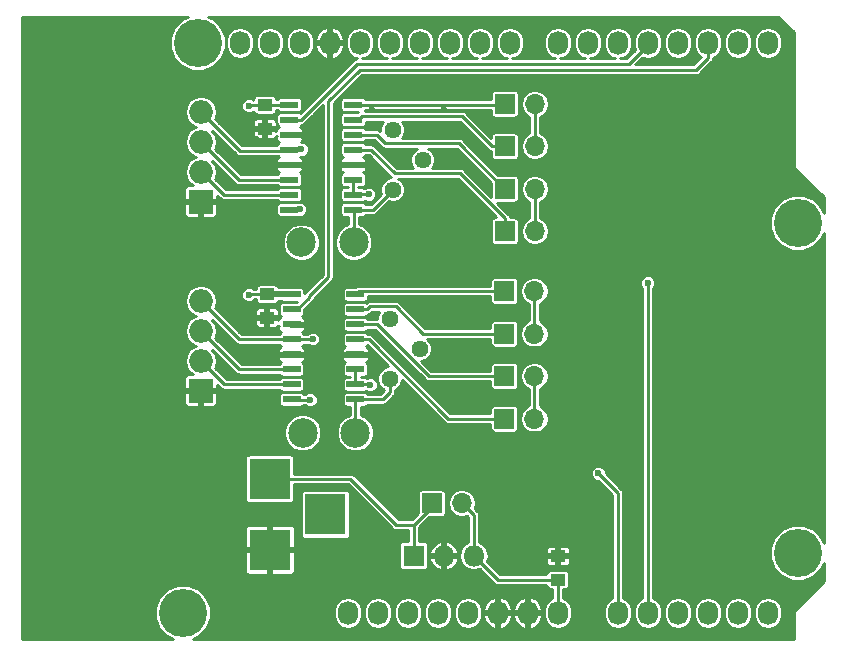
<source format=gbr>
G04 #@! TF.GenerationSoftware,KiCad,Pcbnew,(5.0.0-rc3-dev-14-g1a2291879)*
G04 #@! TF.CreationDate,2019-01-08T02:03:16-05:00*
G04 #@! TF.ProjectId,LoadCellShield,4C6F616443656C6C536869656C642E6B,rev?*
G04 #@! TF.SameCoordinates,Original*
G04 #@! TF.FileFunction,Copper,L1,Top,Signal*
G04 #@! TF.FilePolarity,Positive*
%FSLAX46Y46*%
G04 Gerber Fmt 4.6, Leading zero omitted, Abs format (unit mm)*
G04 Created by KiCad (PCBNEW (5.0.0-rc3-dev-14-g1a2291879)) date 01/08/19 02:03:16*
%MOMM*%
%LPD*%
G01*
G04 APERTURE LIST*
G04 #@! TA.AperFunction,SMDPad,CuDef*
%ADD10R,1.500000X0.600000*%
G04 #@! TD*
G04 #@! TA.AperFunction,ComponentPad*
%ADD11C,2.499360*%
G04 #@! TD*
G04 #@! TA.AperFunction,ComponentPad*
%ADD12R,3.500000X3.500000*%
G04 #@! TD*
G04 #@! TA.AperFunction,ComponentPad*
%ADD13O,1.998980X1.998980*%
G04 #@! TD*
G04 #@! TA.AperFunction,ComponentPad*
%ADD14R,1.998980X1.998980*%
G04 #@! TD*
G04 #@! TA.AperFunction,ComponentPad*
%ADD15O,1.727200X2.032000*%
G04 #@! TD*
G04 #@! TA.AperFunction,ComponentPad*
%ADD16C,4.064000*%
G04 #@! TD*
G04 #@! TA.AperFunction,SMDPad,CuDef*
%ADD17R,1.250000X1.000000*%
G04 #@! TD*
G04 #@! TA.AperFunction,ComponentPad*
%ADD18C,1.440000*%
G04 #@! TD*
G04 #@! TA.AperFunction,ComponentPad*
%ADD19O,1.700000X1.700000*%
G04 #@! TD*
G04 #@! TA.AperFunction,ComponentPad*
%ADD20R,1.700000X1.700000*%
G04 #@! TD*
G04 #@! TA.AperFunction,ComponentPad*
%ADD21O,1.800000X1.800000*%
G04 #@! TD*
G04 #@! TA.AperFunction,ComponentPad*
%ADD22R,1.800000X1.800000*%
G04 #@! TD*
G04 #@! TA.AperFunction,ViaPad*
%ADD23C,0.600000*%
G04 #@! TD*
G04 #@! TA.AperFunction,Conductor*
%ADD24C,0.250000*%
G04 #@! TD*
G04 #@! TA.AperFunction,Conductor*
%ADD25C,0.500000*%
G04 #@! TD*
G04 #@! TA.AperFunction,Conductor*
%ADD26C,0.254000*%
G04 #@! TD*
G04 APERTURE END LIST*
D10*
G04 #@! TO.P,IC2,16*
G04 #@! TO.N,Net-(IC2-Pad16)*
X139387504Y-80803508D03*
G04 #@! TO.P,IC2,15*
G04 #@! TO.N,Net-(IC2-Pad15)*
X139387504Y-82073508D03*
G04 #@! TO.P,IC2,14*
G04 #@! TO.N,Net-(IC2-Pad14)*
X139387504Y-83343508D03*
G04 #@! TO.P,IC2,13*
G04 #@! TO.N,Net-(IC2-Pad13)*
X139387504Y-84613508D03*
G04 #@! TO.P,IC2,12*
G04 #@! TO.N,GND*
X139387504Y-85883508D03*
G04 #@! TO.P,IC2,11*
G04 #@! TO.N,Channel1*
X139387504Y-87153508D03*
G04 #@! TO.P,IC2,10*
X139387504Y-88423508D03*
G04 #@! TO.P,IC2,9*
G04 #@! TO.N,Net-(IC2-Pad9)*
X139387504Y-89693508D03*
G04 #@! TO.P,IC2,8*
G04 #@! TO.N,Net-(IC2-Pad8)*
X133987504Y-89693508D03*
G04 #@! TO.P,IC2,7*
G04 #@! TO.N,Net-(IC2-Pad7)*
X133987504Y-88423508D03*
G04 #@! TO.P,IC2,6*
G04 #@! TO.N,Net-(IC2-Pad6)*
X133987504Y-87153508D03*
G04 #@! TO.P,IC2,5*
G04 #@! TO.N,GND*
X133987504Y-85883508D03*
G04 #@! TO.P,IC2,4*
G04 #@! TO.N,V_Bridge1*
X133987504Y-84613508D03*
G04 #@! TO.P,IC2,3*
G04 #@! TO.N,GND*
X133987504Y-83343508D03*
G04 #@! TO.P,IC2,2*
G04 #@! TO.N,Sleep1*
X133987504Y-82073508D03*
G04 #@! TO.P,IC2,1*
G04 #@! TO.N,Analog_Vin*
X133987504Y-80803508D03*
G04 #@! TD*
D11*
G04 #@! TO.P,TP11,1*
G04 #@! TO.N,Net-(IC2-Pad8)*
X135001000Y-92456000D03*
G04 #@! TD*
G04 #@! TO.P,TP12,1*
G04 #@! TO.N,Net-(IC2-Pad9)*
X139446000Y-92456000D03*
G04 #@! TD*
G04 #@! TO.P,TP10,1*
G04 #@! TO.N,Net-(IC1-Pad9)*
X139573000Y-108585000D03*
G04 #@! TD*
G04 #@! TO.P,TP9,1*
G04 #@! TO.N,Net-(IC1-Pad8)*
X135128000Y-108585000D03*
G04 #@! TD*
D12*
G04 #@! TO.P,J7,1*
G04 #@! TO.N,Analog_Vin*
X132334000Y-112491000D03*
G04 #@! TO.P,J7,2*
G04 #@! TO.N,GND*
X132334000Y-118491000D03*
G04 #@! TO.P,J7,3*
G04 #@! TO.N,Net-(J7-Pad3)*
X137034000Y-115491000D03*
G04 #@! TD*
D13*
G04 #@! TO.P,J2,3*
G04 #@! TO.N,Net-(IC2-Pad6)*
X126492000Y-83947000D03*
G04 #@! TO.P,J2,2*
G04 #@! TO.N,Net-(IC2-Pad7)*
X126492000Y-86487000D03*
D14*
G04 #@! TO.P,J2,1*
G04 #@! TO.N,GND*
X126492000Y-89027000D03*
D13*
G04 #@! TO.P,J2,4*
G04 #@! TO.N,V_Bridge1*
X126492000Y-81407000D03*
G04 #@! TD*
D15*
G04 #@! TO.P,P1,1*
G04 #@! TO.N,Net-(P1-Pad1)*
X138938000Y-123825000D03*
G04 #@! TO.P,P1,2*
G04 #@! TO.N,/IOREF*
X141478000Y-123825000D03*
G04 #@! TO.P,P1,3*
G04 #@! TO.N,/Reset*
X144018000Y-123825000D03*
G04 #@! TO.P,P1,4*
G04 #@! TO.N,+3V3*
X146558000Y-123825000D03*
G04 #@! TO.P,P1,5*
G04 #@! TO.N,+5V*
X149098000Y-123825000D03*
G04 #@! TO.P,P1,6*
G04 #@! TO.N,GND*
X151638000Y-123825000D03*
G04 #@! TO.P,P1,7*
X154178000Y-123825000D03*
G04 #@! TO.P,P1,8*
G04 #@! TO.N,Vin*
X156718000Y-123825000D03*
G04 #@! TD*
G04 #@! TO.P,P2,1*
G04 #@! TO.N,Channel0*
X161798000Y-123825000D03*
G04 #@! TO.P,P2,2*
G04 #@! TO.N,Channel1*
X164338000Y-123825000D03*
G04 #@! TO.P,P2,3*
G04 #@! TO.N,/A2*
X166878000Y-123825000D03*
G04 #@! TO.P,P2,4*
G04 #@! TO.N,/A3*
X169418000Y-123825000D03*
G04 #@! TO.P,P2,5*
G04 #@! TO.N,/A4(SDA)*
X171958000Y-123825000D03*
G04 #@! TO.P,P2,6*
G04 #@! TO.N,/A5(SCL)*
X174498000Y-123825000D03*
G04 #@! TD*
G04 #@! TO.P,P3,1*
G04 #@! TO.N,/A5(SCL)*
X129794000Y-75565000D03*
G04 #@! TO.P,P3,2*
G04 #@! TO.N,/A4(SDA)*
X132334000Y-75565000D03*
G04 #@! TO.P,P3,3*
G04 #@! TO.N,/AREF*
X134874000Y-75565000D03*
G04 #@! TO.P,P3,4*
G04 #@! TO.N,GND*
X137414000Y-75565000D03*
G04 #@! TO.P,P3,5*
G04 #@! TO.N,/13(SCK)*
X139954000Y-75565000D03*
G04 #@! TO.P,P3,6*
G04 #@! TO.N,/12(MISO)*
X142494000Y-75565000D03*
G04 #@! TO.P,P3,7*
G04 #@! TO.N,/11(\002A\002A/MOSI)*
X145034000Y-75565000D03*
G04 #@! TO.P,P3,8*
G04 #@! TO.N,/10(\002A\002A/SS)*
X147574000Y-75565000D03*
G04 #@! TO.P,P3,9*
G04 #@! TO.N,/9(\002A\002A)*
X150114000Y-75565000D03*
G04 #@! TO.P,P3,10*
G04 #@! TO.N,/8*
X152654000Y-75565000D03*
G04 #@! TD*
G04 #@! TO.P,P4,1*
G04 #@! TO.N,/7*
X156718000Y-75565000D03*
G04 #@! TO.P,P4,2*
G04 #@! TO.N,/6(\002A\002A)*
X159258000Y-75565000D03*
G04 #@! TO.P,P4,3*
G04 #@! TO.N,/5(\002A\002A)*
X161798000Y-75565000D03*
G04 #@! TO.P,P4,4*
G04 #@! TO.N,Sleep1*
X164338000Y-75565000D03*
G04 #@! TO.P,P4,5*
G04 #@! TO.N,/3(\002A\002A)*
X166878000Y-75565000D03*
G04 #@! TO.P,P4,6*
G04 #@! TO.N,Sleep0*
X169418000Y-75565000D03*
G04 #@! TO.P,P4,7*
G04 #@! TO.N,/1(Tx)*
X171958000Y-75565000D03*
G04 #@! TO.P,P4,8*
G04 #@! TO.N,/0(Rx)*
X174498000Y-75565000D03*
G04 #@! TD*
D16*
G04 #@! TO.P,P5,1*
G04 #@! TO.N,Net-(P5-Pad1)*
X124968000Y-123825000D03*
G04 #@! TD*
G04 #@! TO.P,P6,1*
G04 #@! TO.N,Net-(P6-Pad1)*
X177038000Y-118745000D03*
G04 #@! TD*
G04 #@! TO.P,P7,1*
G04 #@! TO.N,Net-(P7-Pad1)*
X126238000Y-75565000D03*
G04 #@! TD*
G04 #@! TO.P,P8,1*
G04 #@! TO.N,Net-(P8-Pad1)*
X177038000Y-90805000D03*
G04 #@! TD*
D17*
G04 #@! TO.P,C1,1*
G04 #@! TO.N,Analog_Vin*
X132087640Y-96849260D03*
G04 #@! TO.P,C1,2*
G04 #@! TO.N,GND*
X132087640Y-98849260D03*
G04 #@! TD*
G04 #@! TO.P,C2,2*
G04 #@! TO.N,GND*
X131900685Y-82829096D03*
G04 #@! TO.P,C2,1*
G04 #@! TO.N,Analog_Vin*
X131900685Y-80829096D03*
G04 #@! TD*
D10*
G04 #@! TO.P,IC1,1*
G04 #@! TO.N,Analog_Vin*
X134187640Y-96863344D03*
G04 #@! TO.P,IC1,2*
G04 #@! TO.N,Sleep0*
X134187640Y-98133344D03*
G04 #@! TO.P,IC1,3*
G04 #@! TO.N,GND*
X134187640Y-99403344D03*
G04 #@! TO.P,IC1,4*
G04 #@! TO.N,V_Bridge0*
X134187640Y-100673344D03*
G04 #@! TO.P,IC1,5*
G04 #@! TO.N,GND*
X134187640Y-101943344D03*
G04 #@! TO.P,IC1,6*
G04 #@! TO.N,Net-(IC1-Pad6)*
X134187640Y-103213344D03*
G04 #@! TO.P,IC1,7*
G04 #@! TO.N,Net-(IC1-Pad7)*
X134187640Y-104483344D03*
G04 #@! TO.P,IC1,8*
G04 #@! TO.N,Net-(IC1-Pad8)*
X134187640Y-105753344D03*
G04 #@! TO.P,IC1,9*
G04 #@! TO.N,Net-(IC1-Pad9)*
X139587640Y-105753344D03*
G04 #@! TO.P,IC1,10*
G04 #@! TO.N,Channel0*
X139587640Y-104483344D03*
G04 #@! TO.P,IC1,11*
X139587640Y-103213344D03*
G04 #@! TO.P,IC1,12*
G04 #@! TO.N,GND*
X139587640Y-101943344D03*
G04 #@! TO.P,IC1,13*
G04 #@! TO.N,Net-(IC1-Pad13)*
X139587640Y-100673344D03*
G04 #@! TO.P,IC1,14*
G04 #@! TO.N,Net-(IC1-Pad14)*
X139587640Y-99403344D03*
G04 #@! TO.P,IC1,15*
G04 #@! TO.N,Net-(IC1-Pad15)*
X139587640Y-98133344D03*
G04 #@! TO.P,IC1,16*
G04 #@! TO.N,Net-(IC1-Pad16)*
X139587640Y-96863344D03*
G04 #@! TD*
D13*
G04 #@! TO.P,J1,4*
G04 #@! TO.N,V_Bridge0*
X126492000Y-97409000D03*
D14*
G04 #@! TO.P,J1,1*
G04 #@! TO.N,GND*
X126492000Y-105029000D03*
D13*
G04 #@! TO.P,J1,2*
G04 #@! TO.N,Net-(IC1-Pad7)*
X126492000Y-102489000D03*
G04 #@! TO.P,J1,3*
G04 #@! TO.N,Net-(IC1-Pad6)*
X126492000Y-99949000D03*
G04 #@! TD*
D18*
G04 #@! TO.P,RV1,3*
G04 #@! TO.N,Net-(IC1-Pad9)*
X142494000Y-104013000D03*
G04 #@! TO.P,RV1,2*
G04 #@! TO.N,Net-(IC1-Pad8)*
X145034000Y-101473000D03*
G04 #@! TO.P,RV1,1*
G04 #@! TO.N,Net-(RV1-Pad1)*
X142494000Y-98933000D03*
G04 #@! TD*
G04 #@! TO.P,RV2,1*
G04 #@! TO.N,Net-(RV2-Pad1)*
X142748000Y-82931000D03*
G04 #@! TO.P,RV2,2*
G04 #@! TO.N,Net-(IC2-Pad8)*
X145288000Y-85471000D03*
G04 #@! TO.P,RV2,3*
G04 #@! TO.N,Net-(IC2-Pad9)*
X142748000Y-88011000D03*
G04 #@! TD*
D19*
G04 #@! TO.P,TP1,2*
G04 #@! TO.N,V_Bridge1*
X154775232Y-91527945D03*
D20*
G04 #@! TO.P,TP1,1*
G04 #@! TO.N,Net-(IC2-Pad13)*
X152235232Y-91527945D03*
G04 #@! TD*
G04 #@! TO.P,TP2,1*
G04 #@! TO.N,Net-(IC2-Pad14)*
X152235232Y-87927945D03*
D19*
G04 #@! TO.P,TP2,2*
G04 #@! TO.N,V_Bridge1*
X154775232Y-87927945D03*
G04 #@! TD*
G04 #@! TO.P,TP3,2*
G04 #@! TO.N,V_Bridge1*
X154775232Y-84327945D03*
D20*
G04 #@! TO.P,TP3,1*
G04 #@! TO.N,Net-(IC2-Pad15)*
X152235232Y-84327945D03*
G04 #@! TD*
G04 #@! TO.P,TP4,1*
G04 #@! TO.N,Net-(IC2-Pad16)*
X152235232Y-80727945D03*
D19*
G04 #@! TO.P,TP4,2*
G04 #@! TO.N,V_Bridge1*
X154775232Y-80727945D03*
G04 #@! TD*
G04 #@! TO.P,TP5,2*
G04 #@! TO.N,V_Bridge0*
X154742641Y-107386568D03*
D20*
G04 #@! TO.P,TP5,1*
G04 #@! TO.N,Net-(IC1-Pad13)*
X152202641Y-107386568D03*
G04 #@! TD*
G04 #@! TO.P,TP6,1*
G04 #@! TO.N,Net-(IC1-Pad14)*
X152202641Y-103786568D03*
D19*
G04 #@! TO.P,TP6,2*
G04 #@! TO.N,V_Bridge0*
X154742641Y-103786568D03*
G04 #@! TD*
G04 #@! TO.P,TP7,2*
G04 #@! TO.N,V_Bridge0*
X154742641Y-100186568D03*
D20*
G04 #@! TO.P,TP7,1*
G04 #@! TO.N,Net-(IC1-Pad15)*
X152202641Y-100186568D03*
G04 #@! TD*
G04 #@! TO.P,TP8,1*
G04 #@! TO.N,Net-(IC1-Pad16)*
X152202641Y-96586568D03*
D19*
G04 #@! TO.P,TP8,2*
G04 #@! TO.N,V_Bridge0*
X154742641Y-96586568D03*
G04 #@! TD*
D17*
G04 #@! TO.P,C3,2*
G04 #@! TO.N,GND*
X156718000Y-119015000D03*
G04 #@! TO.P,C3,1*
G04 #@! TO.N,Vin*
X156718000Y-121015000D03*
G04 #@! TD*
D21*
G04 #@! TO.P,U1,3*
G04 #@! TO.N,Vin*
X149606000Y-118999000D03*
G04 #@! TO.P,U1,2*
G04 #@! TO.N,GND*
X147066000Y-118999000D03*
D22*
G04 #@! TO.P,U1,1*
G04 #@! TO.N,Analog_Vin*
X144526000Y-118999000D03*
G04 #@! TD*
D20*
G04 #@! TO.P,REF\002A\002A,1*
G04 #@! TO.N,Analog_Vin*
X146050000Y-114554000D03*
D19*
G04 #@! TO.P,REF\002A\002A,2*
G04 #@! TO.N,Vin*
X148590000Y-114554000D03*
G04 #@! TD*
D23*
G04 #@! TO.N,GND*
X131191000Y-99949260D03*
X131191000Y-83693000D03*
X132887640Y-101949260D03*
X138287640Y-102149260D03*
X138100685Y-86029096D03*
X128016000Y-102743000D03*
X128016000Y-100203000D03*
X128016000Y-86741000D03*
X128016000Y-84201000D03*
X150622000Y-87630000D03*
X146939000Y-85852000D03*
X146939000Y-85090000D03*
X144145000Y-83439000D03*
X144145000Y-82423000D03*
X140970000Y-82550000D03*
X138049000Y-81915000D03*
X129921000Y-89535000D03*
X131191000Y-89535000D03*
X129921000Y-94615000D03*
X131191000Y-94615000D03*
X129921000Y-106045000D03*
X131191000Y-106045000D03*
X129921000Y-109855000D03*
X131191000Y-109855000D03*
X129921000Y-83693000D03*
X129921000Y-99949000D03*
X156718000Y-117475000D03*
X160528000Y-121285000D03*
X163068000Y-121285000D03*
X165608000Y-121285000D03*
X160528000Y-116205000D03*
X163068000Y-116205000D03*
X165608000Y-116205000D03*
X163068000Y-111125000D03*
X165608000Y-111125000D03*
X165608000Y-106045000D03*
X163068000Y-106045000D03*
X165608000Y-100965000D03*
X163068000Y-100965000D03*
X154686000Y-75565000D03*
X154686000Y-78740000D03*
X147828000Y-98425000D03*
X147828000Y-101981000D03*
X147828000Y-105410000D03*
X147828000Y-109220000D03*
X145288000Y-112395000D03*
X148463000Y-92075000D03*
X148463000Y-88265000D03*
X148463000Y-83058000D03*
X140970000Y-81280000D03*
X147066000Y-81280000D03*
X150622000Y-82423000D03*
X135255000Y-85979000D03*
X132715000Y-85979000D03*
X135509000Y-99441000D03*
X135382000Y-101981000D03*
X135255000Y-83439000D03*
X136661990Y-81915000D03*
X168148000Y-76708000D03*
X165608000Y-76708000D03*
X165608000Y-78994000D03*
X168148000Y-78994000D03*
X157988000Y-112395000D03*
X157988000Y-111125000D03*
X154178000Y-112395000D03*
X154178000Y-111125000D03*
X150368000Y-112395000D03*
X150368000Y-111125000D03*
G04 #@! TO.N,Net-(IC1-Pad8)*
X135763000Y-105791000D03*
G04 #@! TO.N,Channel0*
X160147000Y-112014000D03*
X140843004Y-104521000D03*
G04 #@! TO.N,Channel1*
X164338000Y-95885000D03*
X140716000Y-88392020D03*
G04 #@! TO.N,Net-(IC2-Pad8)*
X134874000Y-89662000D03*
G04 #@! TO.N,V_Bridge0*
X135987640Y-100649260D03*
G04 #@! TO.N,V_Bridge1*
X135011000Y-84582000D03*
G04 #@! TO.N,Analog_Vin*
X130556000Y-80899000D03*
X130556000Y-96901000D03*
G04 #@! TD*
D24*
G04 #@! TO.N,Vin*
X156718000Y-123825000D02*
X156718000Y-123672600D01*
X149352000Y-119253000D02*
X149606000Y-118999000D01*
X150876000Y-120269000D02*
X149606000Y-118999000D01*
X151622000Y-121015000D02*
X150876000Y-120269000D01*
X156718000Y-121015000D02*
X155448000Y-121015000D01*
X155448000Y-121015000D02*
X151622000Y-121015000D01*
X156718000Y-122559000D02*
X156718000Y-121015000D01*
X156718000Y-123825000D02*
X156718000Y-122559000D01*
X149606000Y-115570000D02*
X148590000Y-114554000D01*
X149606000Y-118999000D02*
X149606000Y-115570000D01*
G04 #@! TO.N,Net-(IC1-Pad6)*
X134187640Y-103213344D02*
X134637640Y-103213344D01*
X129756344Y-103213344D02*
X126492000Y-99949000D01*
X134187640Y-103213344D02*
X129756344Y-103213344D01*
G04 #@! TO.N,Net-(IC1-Pad7)*
X134187640Y-104483344D02*
X134637640Y-104483344D01*
X128486344Y-104483344D02*
X126492000Y-102489000D01*
X134187640Y-104483344D02*
X128486344Y-104483344D01*
G04 #@! TO.N,Net-(IC1-Pad8)*
X134225296Y-105791000D02*
X134187640Y-105753344D01*
X135763000Y-105791000D02*
X134225296Y-105791000D01*
G04 #@! TO.N,Net-(IC1-Pad9)*
X139573000Y-105767984D02*
X139587640Y-105753344D01*
X139573000Y-108585000D02*
X139573000Y-105767984D01*
X141896656Y-105753344D02*
X139587640Y-105753344D01*
X142494000Y-104013000D02*
X142494000Y-105156000D01*
X142494000Y-105156000D02*
X141896656Y-105753344D01*
G04 #@! TO.N,Channel0*
X139587640Y-104483344D02*
X139587640Y-103213344D01*
X139553556Y-104449260D02*
X139587640Y-104483344D01*
X161798000Y-123825000D02*
X161798000Y-122559000D01*
X161798000Y-122559000D02*
X161798000Y-113665000D01*
X161798000Y-113665000D02*
X160147000Y-112014000D01*
X139587640Y-104483344D02*
X140805348Y-104483344D01*
X140805348Y-104483344D02*
X140843004Y-104521000D01*
G04 #@! TO.N,Net-(IC1-Pad13)*
X139587640Y-100673344D02*
X140037640Y-100673344D01*
X140587640Y-100673344D02*
X139587640Y-100673344D01*
X140700946Y-100673344D02*
X140587640Y-100673344D01*
X147414170Y-107386568D02*
X140700946Y-100673344D01*
X152202641Y-107386568D02*
X147414170Y-107386568D01*
G04 #@! TO.N,Net-(IC1-Pad14)*
X140037640Y-99403344D02*
X139587640Y-99403344D01*
X140587640Y-99403344D02*
X139587640Y-99403344D01*
X141417742Y-99403344D02*
X140587640Y-99403344D01*
X145800966Y-103786568D02*
X141417742Y-99403344D01*
X152202641Y-103786568D02*
X145800966Y-103786568D01*
G04 #@! TO.N,Net-(IC1-Pad15)*
X139587640Y-98133344D02*
X140037640Y-98133344D01*
X140587640Y-98133344D02*
X139587640Y-98133344D01*
X140832985Y-97887999D02*
X140587640Y-98133344D01*
X142995601Y-97887999D02*
X140832985Y-97887999D01*
X145294170Y-100186568D02*
X142995601Y-97887999D01*
X152202641Y-100186568D02*
X145294170Y-100186568D01*
G04 #@! TO.N,Net-(IC1-Pad16)*
X152042087Y-96426014D02*
X152202641Y-96586568D01*
X139587640Y-96863344D02*
X140037640Y-96863344D01*
X139864416Y-96586568D02*
X139587640Y-96863344D01*
X152202641Y-96586568D02*
X139864416Y-96586568D01*
G04 #@! TO.N,Net-(IC2-Pad16)*
X139387504Y-80803508D02*
X139837504Y-80803508D01*
X152159669Y-80803508D02*
X152235232Y-80727945D01*
X139387504Y-80803508D02*
X152159669Y-80803508D01*
G04 #@! TO.N,Net-(IC2-Pad15)*
X151135232Y-84327945D02*
X152235232Y-84327945D01*
X148595287Y-81788000D02*
X151135232Y-84327945D01*
X140123012Y-81788000D02*
X148595287Y-81788000D01*
X139387504Y-82073508D02*
X139837504Y-82073508D01*
X139837504Y-82073508D02*
X140123012Y-81788000D01*
G04 #@! TO.N,Net-(IC2-Pad14)*
X139387504Y-83343508D02*
X139837504Y-83343508D01*
X152189945Y-87927945D02*
X152235232Y-87927945D01*
X148336000Y-84074000D02*
X152189945Y-87927945D01*
X142113000Y-84074000D02*
X148336000Y-84074000D01*
X139387504Y-83343508D02*
X141382508Y-83343508D01*
X141382508Y-83343508D02*
X142113000Y-84074000D01*
G04 #@! TO.N,Net-(IC2-Pad13)*
X139387504Y-84613508D02*
X139837504Y-84613508D01*
X152235232Y-90427945D02*
X152235232Y-91527945D01*
X148421287Y-86614000D02*
X152235232Y-90427945D01*
X142897602Y-86614000D02*
X148421287Y-86614000D01*
X139387504Y-84613508D02*
X140897110Y-84613508D01*
X140897110Y-84613508D02*
X142897602Y-86614000D01*
G04 #@! TO.N,Channel1*
X164338000Y-123825000D02*
X164338000Y-95885000D01*
X139387504Y-88423508D02*
X139387504Y-87884000D01*
X139387504Y-87884000D02*
X139387504Y-87153508D01*
X140291736Y-88392020D02*
X140716000Y-88392020D01*
X139387504Y-87884000D02*
X139387504Y-88392020D01*
X139387504Y-88392020D02*
X140291736Y-88392020D01*
G04 #@! TO.N,Net-(IC2-Pad9)*
X141065492Y-89693508D02*
X139387504Y-89693508D01*
X142748000Y-88011000D02*
X141065492Y-89693508D01*
X139446000Y-89752004D02*
X139387504Y-89693508D01*
X139446000Y-92456000D02*
X139446000Y-89752004D01*
G04 #@! TO.N,Net-(IC2-Pad8)*
X134019012Y-89662000D02*
X133987504Y-89693508D01*
X134874000Y-89662000D02*
X134019012Y-89662000D01*
G04 #@! TO.N,Net-(IC2-Pad7)*
X133987504Y-88423508D02*
X134437504Y-88423508D01*
X128428508Y-88423508D02*
X126492000Y-86487000D01*
X133987504Y-88423508D02*
X128428508Y-88423508D01*
G04 #@! TO.N,Net-(IC2-Pad6)*
X133987504Y-87153508D02*
X134437504Y-87153508D01*
X129698508Y-87153508D02*
X126492000Y-83947000D01*
X133987504Y-87153508D02*
X129698508Y-87153508D01*
G04 #@! TO.N,V_Bridge0*
X154742641Y-106184487D02*
X154742641Y-103786568D01*
X154742641Y-107386568D02*
X154742641Y-106184487D01*
X154742641Y-98984487D02*
X154742641Y-96586568D01*
X154742641Y-100186568D02*
X154742641Y-98984487D01*
X134187640Y-100673344D02*
X135963556Y-100673344D01*
X135963556Y-100673344D02*
X135987640Y-100649260D01*
X129756344Y-100673344D02*
X126492000Y-97409000D01*
X134187640Y-100673344D02*
X129756344Y-100673344D01*
G04 #@! TO.N,V_Bridge1*
X154775232Y-90325864D02*
X154775232Y-87927945D01*
X154775232Y-91527945D02*
X154775232Y-90325864D01*
X154775232Y-81930026D02*
X154775232Y-84327945D01*
X154775232Y-80727945D02*
X154775232Y-81930026D01*
X127491489Y-82406489D02*
X126492000Y-81407000D01*
X129794000Y-84709000D02*
X127491489Y-82406489D01*
X133987504Y-84613508D02*
X133892012Y-84709000D01*
X133892012Y-84709000D02*
X129794000Y-84709000D01*
X134019012Y-84582000D02*
X133987504Y-84613508D01*
X135011000Y-84582000D02*
X134019012Y-84582000D01*
G04 #@! TO.N,Analog_Vin*
X134249979Y-96849260D02*
X134264063Y-96863344D01*
X133961916Y-80829096D02*
X133987504Y-80803508D01*
X134173556Y-96849260D02*
X134187640Y-96863344D01*
D25*
X132087640Y-96849260D02*
X134173556Y-96849260D01*
D24*
X131962640Y-96849260D02*
X132087640Y-96849260D01*
X131800685Y-80929096D02*
X131900685Y-80829096D01*
X131926273Y-80803508D02*
X131900685Y-80829096D01*
X133987504Y-80803508D02*
X131926273Y-80803508D01*
X134334000Y-112491000D02*
X132334000Y-112491000D01*
X139168000Y-112491000D02*
X134334000Y-112491000D01*
X144526000Y-118999000D02*
X144526000Y-117849000D01*
X131900685Y-80829096D02*
X130625904Y-80829096D01*
X130625904Y-80829096D02*
X130556000Y-80899000D01*
X130607740Y-96849260D02*
X130556000Y-96901000D01*
X132087640Y-96849260D02*
X130607740Y-96849260D01*
X144526000Y-116375000D02*
X144526000Y-117849000D01*
X143052000Y-116375000D02*
X139168000Y-112491000D01*
X144526000Y-116375000D02*
X143052000Y-116375000D01*
X146050000Y-114851000D02*
X144526000Y-116375000D01*
X146050000Y-114554000D02*
X146050000Y-114851000D01*
G04 #@! TO.N,Sleep0*
X169418000Y-76831000D02*
X169418000Y-75565000D01*
X168398000Y-77851000D02*
X169418000Y-76831000D01*
X139954000Y-77851000D02*
X168398000Y-77851000D01*
X137287000Y-80518000D02*
X139954000Y-77851000D01*
X134637640Y-98133344D02*
X135636000Y-97134984D01*
X134187640Y-98133344D02*
X134637640Y-98133344D01*
X135636000Y-97134984D02*
X135636000Y-97028000D01*
X135636000Y-97028000D02*
X137287000Y-95377000D01*
X137287000Y-95377000D02*
X137287000Y-80518000D01*
G04 #@! TO.N,Sleep1*
X134987504Y-82073508D02*
X135636000Y-81425012D01*
X164338000Y-75717400D02*
X164338000Y-75565000D01*
X133987504Y-82073508D02*
X134987504Y-82073508D01*
X135636000Y-81425012D02*
X135636000Y-81407000D01*
X135636000Y-81407000D02*
X139700000Y-77343000D01*
X139700000Y-77343000D02*
X162712400Y-77343000D01*
X162712400Y-77343000D02*
X164338000Y-75717400D01*
G04 #@! TD*
D26*
G04 #@! TO.N,GND*
G36*
X124901734Y-73565136D02*
X124238136Y-74228734D01*
X123879000Y-75095766D01*
X123879000Y-76034234D01*
X124238136Y-76901266D01*
X124901734Y-77564864D01*
X125768766Y-77924000D01*
X126707234Y-77924000D01*
X127574266Y-77564864D01*
X128237864Y-76901266D01*
X128597000Y-76034234D01*
X128597000Y-75295339D01*
X128603400Y-75295339D01*
X128603400Y-75834662D01*
X128672480Y-76181949D01*
X128935626Y-76575775D01*
X129329452Y-76838920D01*
X129794000Y-76931325D01*
X130258549Y-76838920D01*
X130652375Y-76575775D01*
X130915520Y-76181948D01*
X130984600Y-75834661D01*
X130984600Y-75295339D01*
X131143400Y-75295339D01*
X131143400Y-75834662D01*
X131212480Y-76181949D01*
X131475626Y-76575775D01*
X131869452Y-76838920D01*
X132334000Y-76931325D01*
X132798549Y-76838920D01*
X133192375Y-76575775D01*
X133455520Y-76181948D01*
X133524600Y-75834661D01*
X133524600Y-75295339D01*
X133683400Y-75295339D01*
X133683400Y-75834662D01*
X133752480Y-76181949D01*
X134015626Y-76575775D01*
X134409452Y-76838920D01*
X134874000Y-76931325D01*
X135338549Y-76838920D01*
X135732375Y-76575775D01*
X135995520Y-76181948D01*
X136054146Y-75887213D01*
X136179473Y-75887213D01*
X136338430Y-76346720D01*
X136661133Y-76710419D01*
X137094882Y-76920393D01*
X137287000Y-76859712D01*
X137287000Y-75692000D01*
X137541000Y-75692000D01*
X137541000Y-76859712D01*
X137733118Y-76920393D01*
X138166867Y-76710419D01*
X138489570Y-76346720D01*
X138648527Y-75887213D01*
X138564643Y-75692000D01*
X137541000Y-75692000D01*
X137287000Y-75692000D01*
X136263357Y-75692000D01*
X136179473Y-75887213D01*
X136054146Y-75887213D01*
X136064600Y-75834661D01*
X136064600Y-75295338D01*
X136054147Y-75242787D01*
X136179473Y-75242787D01*
X136263357Y-75438000D01*
X137287000Y-75438000D01*
X137287000Y-74270288D01*
X137541000Y-74270288D01*
X137541000Y-75438000D01*
X138564643Y-75438000D01*
X138648527Y-75242787D01*
X138489570Y-74783280D01*
X138166867Y-74419581D01*
X137733118Y-74209607D01*
X137541000Y-74270288D01*
X137287000Y-74270288D01*
X137094882Y-74209607D01*
X136661133Y-74419581D01*
X136338430Y-74783280D01*
X136179473Y-75242787D01*
X136054147Y-75242787D01*
X135995520Y-74948051D01*
X135732375Y-74554225D01*
X135338548Y-74291080D01*
X134874000Y-74198675D01*
X134409451Y-74291080D01*
X134015625Y-74554225D01*
X133752480Y-74948052D01*
X133683400Y-75295339D01*
X133524600Y-75295339D01*
X133524600Y-75295338D01*
X133455520Y-74948051D01*
X133192375Y-74554225D01*
X132798548Y-74291080D01*
X132334000Y-74198675D01*
X131869451Y-74291080D01*
X131475625Y-74554225D01*
X131212480Y-74948052D01*
X131143400Y-75295339D01*
X130984600Y-75295339D01*
X130984600Y-75295338D01*
X130915520Y-74948051D01*
X130652375Y-74554225D01*
X130258548Y-74291080D01*
X129794000Y-74198675D01*
X129329451Y-74291080D01*
X128935625Y-74554225D01*
X128672480Y-74948052D01*
X128603400Y-75295339D01*
X128597000Y-75295339D01*
X128597000Y-75095766D01*
X128237864Y-74228734D01*
X127574266Y-73565136D01*
X127064538Y-73354000D01*
X175377724Y-73354000D01*
X176709001Y-74685277D01*
X176709000Y-85946604D01*
X176702556Y-85979000D01*
X176709000Y-86011396D01*
X176709000Y-86011400D01*
X176728089Y-86107368D01*
X176728090Y-86107369D01*
X176764010Y-86161127D01*
X176800805Y-86216195D01*
X176828272Y-86234548D01*
X179249001Y-88655277D01*
X179249001Y-89978464D01*
X179037864Y-89468734D01*
X178374266Y-88805136D01*
X177507234Y-88446000D01*
X176568766Y-88446000D01*
X175701734Y-88805136D01*
X175038136Y-89468734D01*
X174679000Y-90335766D01*
X174679000Y-91274234D01*
X175038136Y-92141266D01*
X175701734Y-92804864D01*
X176568766Y-93164000D01*
X177507234Y-93164000D01*
X178374266Y-92804864D01*
X179037864Y-92141266D01*
X179249001Y-91631536D01*
X179249000Y-117918462D01*
X179037864Y-117408734D01*
X178374266Y-116745136D01*
X177507234Y-116386000D01*
X176568766Y-116386000D01*
X175701734Y-116745136D01*
X175038136Y-117408734D01*
X174679000Y-118275766D01*
X174679000Y-119214234D01*
X175038136Y-120081266D01*
X175701734Y-120744864D01*
X176568766Y-121104000D01*
X177507234Y-121104000D01*
X178374266Y-120744864D01*
X179037864Y-120081266D01*
X179249000Y-119571538D01*
X179249000Y-121148724D01*
X176828270Y-123569454D01*
X176800806Y-123587805D01*
X176782455Y-123615269D01*
X176782451Y-123615273D01*
X176728090Y-123696631D01*
X176702556Y-123825000D01*
X176709001Y-123857401D01*
X176709000Y-126036000D01*
X125794538Y-126036000D01*
X126304266Y-125824864D01*
X126967864Y-125161266D01*
X127327000Y-124294234D01*
X127327000Y-123555339D01*
X137747400Y-123555339D01*
X137747400Y-124094662D01*
X137816480Y-124441949D01*
X138079626Y-124835775D01*
X138473452Y-125098920D01*
X138938000Y-125191325D01*
X139402549Y-125098920D01*
X139796375Y-124835775D01*
X140059520Y-124441948D01*
X140128600Y-124094661D01*
X140128600Y-123555339D01*
X140287400Y-123555339D01*
X140287400Y-124094662D01*
X140356480Y-124441949D01*
X140619626Y-124835775D01*
X141013452Y-125098920D01*
X141478000Y-125191325D01*
X141942549Y-125098920D01*
X142336375Y-124835775D01*
X142599520Y-124441948D01*
X142668600Y-124094661D01*
X142668600Y-123555339D01*
X142827400Y-123555339D01*
X142827400Y-124094662D01*
X142896480Y-124441949D01*
X143159626Y-124835775D01*
X143553452Y-125098920D01*
X144018000Y-125191325D01*
X144482549Y-125098920D01*
X144876375Y-124835775D01*
X145139520Y-124441948D01*
X145208600Y-124094661D01*
X145208600Y-123555339D01*
X145367400Y-123555339D01*
X145367400Y-124094662D01*
X145436480Y-124441949D01*
X145699626Y-124835775D01*
X146093452Y-125098920D01*
X146558000Y-125191325D01*
X147022549Y-125098920D01*
X147416375Y-124835775D01*
X147679520Y-124441948D01*
X147748600Y-124094661D01*
X147748600Y-123555339D01*
X147907400Y-123555339D01*
X147907400Y-124094662D01*
X147976480Y-124441949D01*
X148239626Y-124835775D01*
X148633452Y-125098920D01*
X149098000Y-125191325D01*
X149562549Y-125098920D01*
X149956375Y-124835775D01*
X150219520Y-124441948D01*
X150278146Y-124147213D01*
X150403473Y-124147213D01*
X150562430Y-124606720D01*
X150885133Y-124970419D01*
X151318882Y-125180393D01*
X151511000Y-125119712D01*
X151511000Y-123952000D01*
X151765000Y-123952000D01*
X151765000Y-125119712D01*
X151957118Y-125180393D01*
X152390867Y-124970419D01*
X152713570Y-124606720D01*
X152872527Y-124147213D01*
X152943473Y-124147213D01*
X153102430Y-124606720D01*
X153425133Y-124970419D01*
X153858882Y-125180393D01*
X154051000Y-125119712D01*
X154051000Y-123952000D01*
X154305000Y-123952000D01*
X154305000Y-125119712D01*
X154497118Y-125180393D01*
X154930867Y-124970419D01*
X155253570Y-124606720D01*
X155412527Y-124147213D01*
X155328643Y-123952000D01*
X154305000Y-123952000D01*
X154051000Y-123952000D01*
X153027357Y-123952000D01*
X152943473Y-124147213D01*
X152872527Y-124147213D01*
X152788643Y-123952000D01*
X151765000Y-123952000D01*
X151511000Y-123952000D01*
X150487357Y-123952000D01*
X150403473Y-124147213D01*
X150278146Y-124147213D01*
X150288600Y-124094661D01*
X150288600Y-123555338D01*
X150278147Y-123502787D01*
X150403473Y-123502787D01*
X150487357Y-123698000D01*
X151511000Y-123698000D01*
X151511000Y-122530288D01*
X151765000Y-122530288D01*
X151765000Y-123698000D01*
X152788643Y-123698000D01*
X152872527Y-123502787D01*
X152943473Y-123502787D01*
X153027357Y-123698000D01*
X154051000Y-123698000D01*
X154051000Y-122530288D01*
X154305000Y-122530288D01*
X154305000Y-123698000D01*
X155328643Y-123698000D01*
X155412527Y-123502787D01*
X155253570Y-123043280D01*
X154930867Y-122679581D01*
X154497118Y-122469607D01*
X154305000Y-122530288D01*
X154051000Y-122530288D01*
X153858882Y-122469607D01*
X153425133Y-122679581D01*
X153102430Y-123043280D01*
X152943473Y-123502787D01*
X152872527Y-123502787D01*
X152713570Y-123043280D01*
X152390867Y-122679581D01*
X151957118Y-122469607D01*
X151765000Y-122530288D01*
X151511000Y-122530288D01*
X151318882Y-122469607D01*
X150885133Y-122679581D01*
X150562430Y-123043280D01*
X150403473Y-123502787D01*
X150278147Y-123502787D01*
X150219520Y-123208051D01*
X149956375Y-122814225D01*
X149562548Y-122551080D01*
X149098000Y-122458675D01*
X148633451Y-122551080D01*
X148239625Y-122814225D01*
X147976480Y-123208052D01*
X147907400Y-123555339D01*
X147748600Y-123555339D01*
X147748600Y-123555338D01*
X147679520Y-123208051D01*
X147416375Y-122814225D01*
X147022548Y-122551080D01*
X146558000Y-122458675D01*
X146093451Y-122551080D01*
X145699625Y-122814225D01*
X145436480Y-123208052D01*
X145367400Y-123555339D01*
X145208600Y-123555339D01*
X145208600Y-123555338D01*
X145139520Y-123208051D01*
X144876375Y-122814225D01*
X144482548Y-122551080D01*
X144018000Y-122458675D01*
X143553451Y-122551080D01*
X143159625Y-122814225D01*
X142896480Y-123208052D01*
X142827400Y-123555339D01*
X142668600Y-123555339D01*
X142668600Y-123555338D01*
X142599520Y-123208051D01*
X142336375Y-122814225D01*
X141942548Y-122551080D01*
X141478000Y-122458675D01*
X141013451Y-122551080D01*
X140619625Y-122814225D01*
X140356480Y-123208052D01*
X140287400Y-123555339D01*
X140128600Y-123555339D01*
X140128600Y-123555338D01*
X140059520Y-123208051D01*
X139796375Y-122814225D01*
X139402548Y-122551080D01*
X138938000Y-122458675D01*
X138473451Y-122551080D01*
X138079625Y-122814225D01*
X137816480Y-123208052D01*
X137747400Y-123555339D01*
X127327000Y-123555339D01*
X127327000Y-123355766D01*
X126967864Y-122488734D01*
X126304266Y-121825136D01*
X125437234Y-121466000D01*
X124498766Y-121466000D01*
X123631734Y-121825136D01*
X122968136Y-122488734D01*
X122609000Y-123355766D01*
X122609000Y-124294234D01*
X122968136Y-125161266D01*
X123631734Y-125824864D01*
X124141462Y-126036000D01*
X111327000Y-126036000D01*
X111327000Y-118713250D01*
X130203000Y-118713250D01*
X130203000Y-120316786D01*
X130261004Y-120456820D01*
X130368181Y-120563996D01*
X130508215Y-120622000D01*
X132111750Y-120622000D01*
X132207000Y-120526750D01*
X132207000Y-118618000D01*
X132461000Y-118618000D01*
X132461000Y-120526750D01*
X132556250Y-120622000D01*
X134159785Y-120622000D01*
X134299819Y-120563996D01*
X134406996Y-120456820D01*
X134465000Y-120316786D01*
X134465000Y-118713250D01*
X134369750Y-118618000D01*
X132461000Y-118618000D01*
X132207000Y-118618000D01*
X130298250Y-118618000D01*
X130203000Y-118713250D01*
X111327000Y-118713250D01*
X111327000Y-116665214D01*
X130203000Y-116665214D01*
X130203000Y-118268750D01*
X130298250Y-118364000D01*
X132207000Y-118364000D01*
X132207000Y-116455250D01*
X132461000Y-116455250D01*
X132461000Y-118364000D01*
X134369750Y-118364000D01*
X134465000Y-118268750D01*
X134465000Y-116665214D01*
X134406996Y-116525180D01*
X134299819Y-116418004D01*
X134159785Y-116360000D01*
X132556250Y-116360000D01*
X132461000Y-116455250D01*
X132207000Y-116455250D01*
X132111750Y-116360000D01*
X130508215Y-116360000D01*
X130368181Y-116418004D01*
X130261004Y-116525180D01*
X130203000Y-116665214D01*
X111327000Y-116665214D01*
X111327000Y-110741000D01*
X130250594Y-110741000D01*
X130250594Y-114241000D01*
X130275973Y-114368589D01*
X130348246Y-114476754D01*
X130456411Y-114549027D01*
X130584000Y-114574406D01*
X134084000Y-114574406D01*
X134211589Y-114549027D01*
X134319754Y-114476754D01*
X134392027Y-114368589D01*
X134417406Y-114241000D01*
X134417406Y-113741000D01*
X134950594Y-113741000D01*
X134950594Y-117241000D01*
X134975973Y-117368589D01*
X135048246Y-117476754D01*
X135156411Y-117549027D01*
X135284000Y-117574406D01*
X138784000Y-117574406D01*
X138911589Y-117549027D01*
X139019754Y-117476754D01*
X139092027Y-117368589D01*
X139117406Y-117241000D01*
X139117406Y-113741000D01*
X139092027Y-113613411D01*
X139019754Y-113505246D01*
X138911589Y-113432973D01*
X138784000Y-113407594D01*
X135284000Y-113407594D01*
X135156411Y-113432973D01*
X135048246Y-113505246D01*
X134975973Y-113613411D01*
X134950594Y-113741000D01*
X134417406Y-113741000D01*
X134417406Y-112943000D01*
X138980776Y-112943000D01*
X142700907Y-116663131D01*
X142726126Y-116700874D01*
X142875638Y-116800775D01*
X143007482Y-116827000D01*
X143007483Y-116827000D01*
X143051999Y-116835855D01*
X143096516Y-116827000D01*
X144074000Y-116827000D01*
X144074001Y-117765594D01*
X143626000Y-117765594D01*
X143498411Y-117790973D01*
X143390246Y-117863246D01*
X143317973Y-117971411D01*
X143292594Y-118099000D01*
X143292594Y-119899000D01*
X143317973Y-120026589D01*
X143390246Y-120134754D01*
X143498411Y-120207027D01*
X143626000Y-120232406D01*
X145426000Y-120232406D01*
X145553589Y-120207027D01*
X145661754Y-120134754D01*
X145734027Y-120026589D01*
X145759406Y-119899000D01*
X145759406Y-119323842D01*
X145826872Y-119323842D01*
X145960098Y-119645505D01*
X146291686Y-120019503D01*
X146741157Y-120238139D01*
X146939000Y-120178450D01*
X146939000Y-119126000D01*
X147193000Y-119126000D01*
X147193000Y-120178450D01*
X147390843Y-120238139D01*
X147840314Y-120019503D01*
X148171902Y-119645505D01*
X148305128Y-119323842D01*
X148244929Y-119126000D01*
X147193000Y-119126000D01*
X146939000Y-119126000D01*
X145887071Y-119126000D01*
X145826872Y-119323842D01*
X145759406Y-119323842D01*
X145759406Y-118674158D01*
X145826872Y-118674158D01*
X145887071Y-118872000D01*
X146939000Y-118872000D01*
X146939000Y-117819550D01*
X147193000Y-117819550D01*
X147193000Y-118872000D01*
X148244929Y-118872000D01*
X148305128Y-118674158D01*
X148171902Y-118352495D01*
X147840314Y-117978497D01*
X147390843Y-117759861D01*
X147193000Y-117819550D01*
X146939000Y-117819550D01*
X146741157Y-117759861D01*
X146291686Y-117978497D01*
X145960098Y-118352495D01*
X145826872Y-118674158D01*
X145759406Y-118674158D01*
X145759406Y-118099000D01*
X145734027Y-117971411D01*
X145661754Y-117863246D01*
X145553589Y-117790973D01*
X145426000Y-117765594D01*
X144978000Y-117765594D01*
X144978000Y-116562224D01*
X145802818Y-115737406D01*
X146900000Y-115737406D01*
X147027589Y-115712027D01*
X147135754Y-115639754D01*
X147208027Y-115531589D01*
X147233406Y-115404000D01*
X147233406Y-114554000D01*
X147389942Y-114554000D01*
X147481291Y-115013242D01*
X147741431Y-115402569D01*
X148130758Y-115662709D01*
X148474080Y-115731000D01*
X148705920Y-115731000D01*
X149049242Y-115662709D01*
X149055382Y-115658607D01*
X149154001Y-115757226D01*
X149154000Y-117837871D01*
X149127248Y-117843192D01*
X148721383Y-118114383D01*
X148450192Y-118520248D01*
X148354962Y-118999000D01*
X148450192Y-119477752D01*
X148721383Y-119883617D01*
X149127248Y-120154808D01*
X149485153Y-120226000D01*
X149726847Y-120226000D01*
X150084752Y-120154808D01*
X150107430Y-120139655D01*
X150587866Y-120620091D01*
X150587869Y-120620093D01*
X151270908Y-121303133D01*
X151296126Y-121340874D01*
X151445638Y-121440775D01*
X151577482Y-121467000D01*
X151577483Y-121467000D01*
X151621999Y-121475855D01*
X151666516Y-121467000D01*
X155759594Y-121467000D01*
X155759594Y-121515000D01*
X155784973Y-121642589D01*
X155857246Y-121750754D01*
X155965411Y-121823027D01*
X156093000Y-121848406D01*
X156266000Y-121848406D01*
X156266000Y-122548584D01*
X156253451Y-122551080D01*
X155859625Y-122814225D01*
X155596480Y-123208052D01*
X155527400Y-123555339D01*
X155527400Y-124094662D01*
X155596480Y-124441949D01*
X155859626Y-124835775D01*
X156253452Y-125098920D01*
X156718000Y-125191325D01*
X157182549Y-125098920D01*
X157576375Y-124835775D01*
X157839520Y-124441948D01*
X157908600Y-124094661D01*
X157908600Y-123555338D01*
X157839520Y-123208051D01*
X157576375Y-122814225D01*
X157182548Y-122551080D01*
X157170000Y-122548584D01*
X157170000Y-121848406D01*
X157343000Y-121848406D01*
X157470589Y-121823027D01*
X157578754Y-121750754D01*
X157651027Y-121642589D01*
X157676406Y-121515000D01*
X157676406Y-120515000D01*
X157651027Y-120387411D01*
X157578754Y-120279246D01*
X157470589Y-120206973D01*
X157343000Y-120181594D01*
X156093000Y-120181594D01*
X155965411Y-120206973D01*
X155857246Y-120279246D01*
X155784973Y-120387411D01*
X155759594Y-120515000D01*
X155759594Y-120563000D01*
X151809225Y-120563000D01*
X151227093Y-119980869D01*
X151227091Y-119980866D01*
X150746655Y-119500430D01*
X150761808Y-119477752D01*
X150809646Y-119237250D01*
X155712000Y-119237250D01*
X155712000Y-119590786D01*
X155770004Y-119730820D01*
X155877181Y-119837996D01*
X156017215Y-119896000D01*
X156495750Y-119896000D01*
X156591000Y-119800750D01*
X156591000Y-119142000D01*
X156845000Y-119142000D01*
X156845000Y-119800750D01*
X156940250Y-119896000D01*
X157418785Y-119896000D01*
X157558819Y-119837996D01*
X157665996Y-119730820D01*
X157724000Y-119590786D01*
X157724000Y-119237250D01*
X157628750Y-119142000D01*
X156845000Y-119142000D01*
X156591000Y-119142000D01*
X155807250Y-119142000D01*
X155712000Y-119237250D01*
X150809646Y-119237250D01*
X150857038Y-118999000D01*
X150761808Y-118520248D01*
X150707663Y-118439214D01*
X155712000Y-118439214D01*
X155712000Y-118792750D01*
X155807250Y-118888000D01*
X156591000Y-118888000D01*
X156591000Y-118229250D01*
X156845000Y-118229250D01*
X156845000Y-118888000D01*
X157628750Y-118888000D01*
X157724000Y-118792750D01*
X157724000Y-118439214D01*
X157665996Y-118299180D01*
X157558819Y-118192004D01*
X157418785Y-118134000D01*
X156940250Y-118134000D01*
X156845000Y-118229250D01*
X156591000Y-118229250D01*
X156495750Y-118134000D01*
X156017215Y-118134000D01*
X155877181Y-118192004D01*
X155770004Y-118299180D01*
X155712000Y-118439214D01*
X150707663Y-118439214D01*
X150490617Y-118114383D01*
X150084752Y-117843192D01*
X150058000Y-117837871D01*
X150058000Y-115614518D01*
X150066855Y-115570000D01*
X150031775Y-115393638D01*
X149957091Y-115281866D01*
X149931874Y-115244126D01*
X149894133Y-115218908D01*
X149694607Y-115019382D01*
X149698709Y-115013242D01*
X149790058Y-114554000D01*
X149698709Y-114094758D01*
X149438569Y-113705431D01*
X149049242Y-113445291D01*
X148705920Y-113377000D01*
X148474080Y-113377000D01*
X148130758Y-113445291D01*
X147741431Y-113705431D01*
X147481291Y-114094758D01*
X147389942Y-114554000D01*
X147233406Y-114554000D01*
X147233406Y-113704000D01*
X147208027Y-113576411D01*
X147135754Y-113468246D01*
X147027589Y-113395973D01*
X146900000Y-113370594D01*
X145200000Y-113370594D01*
X145072411Y-113395973D01*
X144964246Y-113468246D01*
X144891973Y-113576411D01*
X144866594Y-113704000D01*
X144866594Y-115395182D01*
X144338776Y-115923000D01*
X143239224Y-115923000D01*
X139519093Y-112202869D01*
X139493874Y-112165126D01*
X139344362Y-112065225D01*
X139212518Y-112039000D01*
X139168000Y-112030145D01*
X139123482Y-112039000D01*
X134417406Y-112039000D01*
X134417406Y-111889282D01*
X159520000Y-111889282D01*
X159520000Y-112138718D01*
X159615455Y-112369167D01*
X159791833Y-112545545D01*
X160022282Y-112641000D01*
X160134776Y-112641000D01*
X161346001Y-113852225D01*
X161346000Y-122548584D01*
X161333451Y-122551080D01*
X160939625Y-122814225D01*
X160676480Y-123208052D01*
X160607400Y-123555339D01*
X160607400Y-124094662D01*
X160676480Y-124441949D01*
X160939626Y-124835775D01*
X161333452Y-125098920D01*
X161798000Y-125191325D01*
X162262549Y-125098920D01*
X162656375Y-124835775D01*
X162919520Y-124441948D01*
X162988600Y-124094661D01*
X162988600Y-123555339D01*
X163147400Y-123555339D01*
X163147400Y-124094662D01*
X163216480Y-124441949D01*
X163479626Y-124835775D01*
X163873452Y-125098920D01*
X164338000Y-125191325D01*
X164802549Y-125098920D01*
X165196375Y-124835775D01*
X165459520Y-124441948D01*
X165528600Y-124094661D01*
X165528600Y-123555339D01*
X165687400Y-123555339D01*
X165687400Y-124094662D01*
X165756480Y-124441949D01*
X166019626Y-124835775D01*
X166413452Y-125098920D01*
X166878000Y-125191325D01*
X167342549Y-125098920D01*
X167736375Y-124835775D01*
X167999520Y-124441948D01*
X168068600Y-124094661D01*
X168068600Y-123555339D01*
X168227400Y-123555339D01*
X168227400Y-124094662D01*
X168296480Y-124441949D01*
X168559626Y-124835775D01*
X168953452Y-125098920D01*
X169418000Y-125191325D01*
X169882549Y-125098920D01*
X170276375Y-124835775D01*
X170539520Y-124441948D01*
X170608600Y-124094661D01*
X170608600Y-123555339D01*
X170767400Y-123555339D01*
X170767400Y-124094662D01*
X170836480Y-124441949D01*
X171099626Y-124835775D01*
X171493452Y-125098920D01*
X171958000Y-125191325D01*
X172422549Y-125098920D01*
X172816375Y-124835775D01*
X173079520Y-124441948D01*
X173148600Y-124094661D01*
X173148600Y-123555339D01*
X173307400Y-123555339D01*
X173307400Y-124094662D01*
X173376480Y-124441949D01*
X173639626Y-124835775D01*
X174033452Y-125098920D01*
X174498000Y-125191325D01*
X174962549Y-125098920D01*
X175356375Y-124835775D01*
X175619520Y-124441948D01*
X175688600Y-124094661D01*
X175688600Y-123555338D01*
X175619520Y-123208051D01*
X175356375Y-122814225D01*
X174962548Y-122551080D01*
X174498000Y-122458675D01*
X174033451Y-122551080D01*
X173639625Y-122814225D01*
X173376480Y-123208052D01*
X173307400Y-123555339D01*
X173148600Y-123555339D01*
X173148600Y-123555338D01*
X173079520Y-123208051D01*
X172816375Y-122814225D01*
X172422548Y-122551080D01*
X171958000Y-122458675D01*
X171493451Y-122551080D01*
X171099625Y-122814225D01*
X170836480Y-123208052D01*
X170767400Y-123555339D01*
X170608600Y-123555339D01*
X170608600Y-123555338D01*
X170539520Y-123208051D01*
X170276375Y-122814225D01*
X169882548Y-122551080D01*
X169418000Y-122458675D01*
X168953451Y-122551080D01*
X168559625Y-122814225D01*
X168296480Y-123208052D01*
X168227400Y-123555339D01*
X168068600Y-123555339D01*
X168068600Y-123555338D01*
X167999520Y-123208051D01*
X167736375Y-122814225D01*
X167342548Y-122551080D01*
X166878000Y-122458675D01*
X166413451Y-122551080D01*
X166019625Y-122814225D01*
X165756480Y-123208052D01*
X165687400Y-123555339D01*
X165528600Y-123555339D01*
X165528600Y-123555338D01*
X165459520Y-123208051D01*
X165196375Y-122814225D01*
X164802548Y-122551080D01*
X164790000Y-122548584D01*
X164790000Y-96319712D01*
X164869545Y-96240167D01*
X164965000Y-96009718D01*
X164965000Y-95760282D01*
X164869545Y-95529833D01*
X164693167Y-95353455D01*
X164462718Y-95258000D01*
X164213282Y-95258000D01*
X163982833Y-95353455D01*
X163806455Y-95529833D01*
X163711000Y-95760282D01*
X163711000Y-96009718D01*
X163806455Y-96240167D01*
X163886001Y-96319713D01*
X163886000Y-122548584D01*
X163873451Y-122551080D01*
X163479625Y-122814225D01*
X163216480Y-123208052D01*
X163147400Y-123555339D01*
X162988600Y-123555339D01*
X162988600Y-123555338D01*
X162919520Y-123208051D01*
X162656375Y-122814225D01*
X162262548Y-122551080D01*
X162250000Y-122548584D01*
X162250000Y-113709518D01*
X162258855Y-113665000D01*
X162248594Y-113613411D01*
X162223775Y-113488638D01*
X162123874Y-113339126D01*
X162086131Y-113313907D01*
X160774000Y-112001776D01*
X160774000Y-111889282D01*
X160678545Y-111658833D01*
X160502167Y-111482455D01*
X160271718Y-111387000D01*
X160022282Y-111387000D01*
X159791833Y-111482455D01*
X159615455Y-111658833D01*
X159520000Y-111889282D01*
X134417406Y-111889282D01*
X134417406Y-110741000D01*
X134392027Y-110613411D01*
X134319754Y-110505246D01*
X134211589Y-110432973D01*
X134084000Y-110407594D01*
X130584000Y-110407594D01*
X130456411Y-110432973D01*
X130348246Y-110505246D01*
X130275973Y-110613411D01*
X130250594Y-110741000D01*
X111327000Y-110741000D01*
X111327000Y-108271379D01*
X133551320Y-108271379D01*
X133551320Y-108898621D01*
X133791355Y-109478117D01*
X134234883Y-109921645D01*
X134814379Y-110161680D01*
X135441621Y-110161680D01*
X136021117Y-109921645D01*
X136464645Y-109478117D01*
X136704680Y-108898621D01*
X136704680Y-108271379D01*
X137996320Y-108271379D01*
X137996320Y-108898621D01*
X138236355Y-109478117D01*
X138679883Y-109921645D01*
X139259379Y-110161680D01*
X139886621Y-110161680D01*
X140466117Y-109921645D01*
X140909645Y-109478117D01*
X141149680Y-108898621D01*
X141149680Y-108271379D01*
X140909645Y-107691883D01*
X140466117Y-107248355D01*
X140025000Y-107065638D01*
X140025000Y-106386750D01*
X140337640Y-106386750D01*
X140465229Y-106361371D01*
X140573394Y-106289098D01*
X140629356Y-106205344D01*
X141852138Y-106205344D01*
X141896656Y-106214199D01*
X141941174Y-106205344D01*
X142073018Y-106179119D01*
X142222530Y-106079218D01*
X142247749Y-106041475D01*
X142782133Y-105507092D01*
X142819874Y-105481874D01*
X142919775Y-105332362D01*
X142946000Y-105200518D01*
X142954855Y-105156000D01*
X142946000Y-105111482D01*
X142946000Y-104959040D01*
X143087078Y-104900604D01*
X143381604Y-104606078D01*
X143541000Y-104221261D01*
X143541000Y-104152622D01*
X147063077Y-107674699D01*
X147088296Y-107712442D01*
X147237808Y-107812343D01*
X147369652Y-107838568D01*
X147369653Y-107838568D01*
X147414169Y-107847423D01*
X147458686Y-107838568D01*
X151019235Y-107838568D01*
X151019235Y-108236568D01*
X151044614Y-108364157D01*
X151116887Y-108472322D01*
X151225052Y-108544595D01*
X151352641Y-108569974D01*
X153052641Y-108569974D01*
X153180230Y-108544595D01*
X153288395Y-108472322D01*
X153360668Y-108364157D01*
X153386047Y-108236568D01*
X153386047Y-106536568D01*
X153360668Y-106408979D01*
X153288395Y-106300814D01*
X153180230Y-106228541D01*
X153052641Y-106203162D01*
X151352641Y-106203162D01*
X151225052Y-106228541D01*
X151116887Y-106300814D01*
X151044614Y-106408979D01*
X151019235Y-106536568D01*
X151019235Y-106934568D01*
X147601394Y-106934568D01*
X141052039Y-100385213D01*
X141026820Y-100347470D01*
X140877308Y-100247569D01*
X140745464Y-100221344D01*
X140700946Y-100212489D01*
X140656428Y-100221344D01*
X140629356Y-100221344D01*
X140573394Y-100137590D01*
X140465229Y-100065317D01*
X140337640Y-100039938D01*
X138837640Y-100039938D01*
X138710051Y-100065317D01*
X138601886Y-100137590D01*
X138529613Y-100245755D01*
X138504234Y-100373344D01*
X138504234Y-100973344D01*
X138529613Y-101100933D01*
X138601886Y-101209098D01*
X138710051Y-101281371D01*
X138714015Y-101282160D01*
X138621820Y-101320348D01*
X138514644Y-101427525D01*
X138456640Y-101567559D01*
X138456640Y-101721094D01*
X138551890Y-101816344D01*
X139460640Y-101816344D01*
X139460640Y-101796344D01*
X139714640Y-101796344D01*
X139714640Y-101816344D01*
X140623390Y-101816344D01*
X140718640Y-101721094D01*
X140718640Y-101567559D01*
X140660636Y-101427525D01*
X140553460Y-101320348D01*
X140461265Y-101282160D01*
X140465229Y-101281371D01*
X140573394Y-101209098D01*
X140583040Y-101194662D01*
X142354378Y-102966000D01*
X142285739Y-102966000D01*
X141900922Y-103125396D01*
X141606396Y-103419922D01*
X141447000Y-103804739D01*
X141447000Y-104221261D01*
X141606396Y-104606078D01*
X141900922Y-104900604D01*
X142042001Y-104959041D01*
X142042001Y-104968774D01*
X141709432Y-105301344D01*
X140629356Y-105301344D01*
X140573394Y-105217590D01*
X140465229Y-105145317D01*
X140337640Y-105119938D01*
X138837640Y-105119938D01*
X138710051Y-105145317D01*
X138601886Y-105217590D01*
X138529613Y-105325755D01*
X138504234Y-105453344D01*
X138504234Y-106053344D01*
X138529613Y-106180933D01*
X138601886Y-106289098D01*
X138710051Y-106361371D01*
X138837640Y-106386750D01*
X139121001Y-106386750D01*
X139121001Y-107065638D01*
X138679883Y-107248355D01*
X138236355Y-107691883D01*
X137996320Y-108271379D01*
X136704680Y-108271379D01*
X136464645Y-107691883D01*
X136021117Y-107248355D01*
X135441621Y-107008320D01*
X134814379Y-107008320D01*
X134234883Y-107248355D01*
X133791355Y-107691883D01*
X133551320Y-108271379D01*
X111327000Y-108271379D01*
X111327000Y-105251250D01*
X125111510Y-105251250D01*
X125111510Y-106104276D01*
X125169514Y-106244310D01*
X125276691Y-106351486D01*
X125416725Y-106409490D01*
X126269750Y-106409490D01*
X126365000Y-106314240D01*
X126365000Y-105156000D01*
X126619000Y-105156000D01*
X126619000Y-106314240D01*
X126714250Y-106409490D01*
X127567275Y-106409490D01*
X127707309Y-106351486D01*
X127814486Y-106244310D01*
X127872490Y-106104276D01*
X127872490Y-105453344D01*
X133104234Y-105453344D01*
X133104234Y-106053344D01*
X133129613Y-106180933D01*
X133201886Y-106289098D01*
X133310051Y-106361371D01*
X133437640Y-106386750D01*
X134937640Y-106386750D01*
X135065229Y-106361371D01*
X135173394Y-106289098D01*
X135204195Y-106243000D01*
X135328288Y-106243000D01*
X135407833Y-106322545D01*
X135638282Y-106418000D01*
X135887718Y-106418000D01*
X136118167Y-106322545D01*
X136294545Y-106146167D01*
X136390000Y-105915718D01*
X136390000Y-105666282D01*
X136294545Y-105435833D01*
X136118167Y-105259455D01*
X135887718Y-105164000D01*
X135638282Y-105164000D01*
X135407833Y-105259455D01*
X135328288Y-105339000D01*
X135248302Y-105339000D01*
X135245667Y-105325755D01*
X135173394Y-105217590D01*
X135065229Y-105145317D01*
X134937640Y-105119938D01*
X133437640Y-105119938D01*
X133310051Y-105145317D01*
X133201886Y-105217590D01*
X133129613Y-105325755D01*
X133104234Y-105453344D01*
X127872490Y-105453344D01*
X127872490Y-105251250D01*
X127777240Y-105156000D01*
X126619000Y-105156000D01*
X126365000Y-105156000D01*
X125206760Y-105156000D01*
X125111510Y-105251250D01*
X111327000Y-105251250D01*
X111327000Y-92142379D01*
X133424320Y-92142379D01*
X133424320Y-92769621D01*
X133664355Y-93349117D01*
X134107883Y-93792645D01*
X134687379Y-94032680D01*
X135314621Y-94032680D01*
X135894117Y-93792645D01*
X136337645Y-93349117D01*
X136577680Y-92769621D01*
X136577680Y-92142379D01*
X136337645Y-91562883D01*
X135894117Y-91119355D01*
X135314621Y-90879320D01*
X134687379Y-90879320D01*
X134107883Y-91119355D01*
X133664355Y-91562883D01*
X133424320Y-92142379D01*
X111327000Y-92142379D01*
X111327000Y-89249250D01*
X125111510Y-89249250D01*
X125111510Y-90102276D01*
X125169514Y-90242310D01*
X125276691Y-90349486D01*
X125416725Y-90407490D01*
X126269750Y-90407490D01*
X126365000Y-90312240D01*
X126365000Y-89154000D01*
X126619000Y-89154000D01*
X126619000Y-90312240D01*
X126714250Y-90407490D01*
X127567275Y-90407490D01*
X127707309Y-90349486D01*
X127814486Y-90242310D01*
X127872490Y-90102276D01*
X127872490Y-89249250D01*
X127777240Y-89154000D01*
X126619000Y-89154000D01*
X126365000Y-89154000D01*
X125206760Y-89154000D01*
X125111510Y-89249250D01*
X111327000Y-89249250D01*
X111327000Y-87951724D01*
X125111510Y-87951724D01*
X125111510Y-88804750D01*
X125206760Y-88900000D01*
X126365000Y-88900000D01*
X126365000Y-88880000D01*
X126619000Y-88880000D01*
X126619000Y-88900000D01*
X127777240Y-88900000D01*
X127872490Y-88804750D01*
X127872490Y-88506715D01*
X128077417Y-88711642D01*
X128102634Y-88749382D01*
X128252146Y-88849283D01*
X128278093Y-88854444D01*
X128428508Y-88884363D01*
X128473026Y-88875508D01*
X132945788Y-88875508D01*
X133001750Y-88959262D01*
X133109915Y-89031535D01*
X133237504Y-89056914D01*
X134696377Y-89056914D01*
X134688680Y-89060102D01*
X133237504Y-89060102D01*
X133109915Y-89085481D01*
X133001750Y-89157754D01*
X132929477Y-89265919D01*
X132904098Y-89393508D01*
X132904098Y-89993508D01*
X132929477Y-90121097D01*
X133001750Y-90229262D01*
X133109915Y-90301535D01*
X133237504Y-90326914D01*
X134737504Y-90326914D01*
X134865093Y-90301535D01*
X134883853Y-90289000D01*
X134998718Y-90289000D01*
X135229167Y-90193545D01*
X135405545Y-90017167D01*
X135501000Y-89786718D01*
X135501000Y-89537282D01*
X135405545Y-89306833D01*
X135229167Y-89130455D01*
X134998718Y-89035000D01*
X134847673Y-89035000D01*
X134865093Y-89031535D01*
X134973258Y-88959262D01*
X135045531Y-88851097D01*
X135070910Y-88723508D01*
X135070910Y-88123508D01*
X135045531Y-87995919D01*
X134973258Y-87887754D01*
X134865093Y-87815481D01*
X134737504Y-87790102D01*
X133237504Y-87790102D01*
X133109915Y-87815481D01*
X133001750Y-87887754D01*
X132945788Y-87971508D01*
X128615733Y-87971508D01*
X127704383Y-87060159D01*
X127741526Y-87004571D01*
X127844477Y-86487000D01*
X127741526Y-85969429D01*
X127472342Y-85566566D01*
X129347417Y-87441642D01*
X129372634Y-87479382D01*
X129410374Y-87504599D01*
X129522146Y-87579283D01*
X129698507Y-87614363D01*
X129743025Y-87605508D01*
X132945788Y-87605508D01*
X133001750Y-87689262D01*
X133109915Y-87761535D01*
X133237504Y-87786914D01*
X134737504Y-87786914D01*
X134865093Y-87761535D01*
X134973258Y-87689262D01*
X135045531Y-87581097D01*
X135070910Y-87453508D01*
X135070910Y-86853508D01*
X135045531Y-86725919D01*
X134973258Y-86617754D01*
X134865093Y-86545481D01*
X134861129Y-86544692D01*
X134953324Y-86506504D01*
X135060500Y-86399327D01*
X135118504Y-86259293D01*
X135118504Y-86105758D01*
X135023254Y-86010508D01*
X134114504Y-86010508D01*
X134114504Y-86030508D01*
X133860504Y-86030508D01*
X133860504Y-86010508D01*
X132951754Y-86010508D01*
X132856504Y-86105758D01*
X132856504Y-86259293D01*
X132914508Y-86399327D01*
X133021684Y-86506504D01*
X133113879Y-86544692D01*
X133109915Y-86545481D01*
X133001750Y-86617754D01*
X132945788Y-86701508D01*
X129885733Y-86701508D01*
X127704383Y-84520159D01*
X127741526Y-84464571D01*
X127844477Y-83947000D01*
X127741526Y-83429429D01*
X127472341Y-83026565D01*
X129442909Y-84997134D01*
X129468126Y-85034874D01*
X129617638Y-85134775D01*
X129749482Y-85161000D01*
X129749483Y-85161000D01*
X129793999Y-85169855D01*
X129838516Y-85161000D01*
X133019317Y-85161000D01*
X133109915Y-85221535D01*
X133113879Y-85222324D01*
X133021684Y-85260512D01*
X132914508Y-85367689D01*
X132856504Y-85507723D01*
X132856504Y-85661258D01*
X132951754Y-85756508D01*
X133860504Y-85756508D01*
X133860504Y-85736508D01*
X134114504Y-85736508D01*
X134114504Y-85756508D01*
X135023254Y-85756508D01*
X135118504Y-85661258D01*
X135118504Y-85507723D01*
X135060500Y-85367689D01*
X134953324Y-85260512D01*
X134861129Y-85222324D01*
X134865093Y-85221535D01*
X134884783Y-85208379D01*
X134886282Y-85209000D01*
X135135718Y-85209000D01*
X135366167Y-85113545D01*
X135542545Y-84937167D01*
X135638000Y-84706718D01*
X135638000Y-84457282D01*
X135542545Y-84226833D01*
X135366167Y-84050455D01*
X135135718Y-83955000D01*
X134964828Y-83955000D01*
X135060500Y-83859327D01*
X135118504Y-83719293D01*
X135118504Y-83565758D01*
X135023254Y-83470508D01*
X134114504Y-83470508D01*
X134114504Y-83490508D01*
X133860504Y-83490508D01*
X133860504Y-83470508D01*
X133840504Y-83470508D01*
X133840504Y-83216508D01*
X133860504Y-83216508D01*
X133860504Y-83196508D01*
X134114504Y-83196508D01*
X134114504Y-83216508D01*
X135023254Y-83216508D01*
X135118504Y-83121258D01*
X135118504Y-82967723D01*
X135060500Y-82827689D01*
X134953324Y-82720512D01*
X134861129Y-82682324D01*
X134865093Y-82681535D01*
X134973258Y-82609262D01*
X135028791Y-82526151D01*
X135032022Y-82525508D01*
X135163866Y-82499283D01*
X135313378Y-82399382D01*
X135338597Y-82361639D01*
X135924134Y-81776103D01*
X135961874Y-81750886D01*
X136023364Y-81658860D01*
X136835001Y-80847223D01*
X136835000Y-95189776D01*
X135347869Y-96676907D01*
X135310126Y-96702126D01*
X135271046Y-96760613D01*
X135271046Y-96563344D01*
X135245667Y-96435755D01*
X135173394Y-96327590D01*
X135065229Y-96255317D01*
X134937640Y-96229938D01*
X133437640Y-96229938D01*
X133310051Y-96255317D01*
X133284694Y-96272260D01*
X133030730Y-96272260D01*
X133020667Y-96221671D01*
X132948394Y-96113506D01*
X132840229Y-96041233D01*
X132712640Y-96015854D01*
X131462640Y-96015854D01*
X131335051Y-96041233D01*
X131226886Y-96113506D01*
X131154613Y-96221671D01*
X131129234Y-96349260D01*
X131129234Y-96397260D01*
X130938972Y-96397260D01*
X130911167Y-96369455D01*
X130680718Y-96274000D01*
X130431282Y-96274000D01*
X130200833Y-96369455D01*
X130024455Y-96545833D01*
X129929000Y-96776282D01*
X129929000Y-97025718D01*
X130024455Y-97256167D01*
X130200833Y-97432545D01*
X130431282Y-97528000D01*
X130680718Y-97528000D01*
X130911167Y-97432545D01*
X131042452Y-97301260D01*
X131129234Y-97301260D01*
X131129234Y-97349260D01*
X131154613Y-97476849D01*
X131226886Y-97585014D01*
X131335051Y-97657287D01*
X131462640Y-97682666D01*
X132712640Y-97682666D01*
X132840229Y-97657287D01*
X132948394Y-97585014D01*
X133020667Y-97476849D01*
X133030730Y-97426260D01*
X133242537Y-97426260D01*
X133310051Y-97471371D01*
X133437640Y-97496750D01*
X134635010Y-97496750D01*
X134631822Y-97499938D01*
X133437640Y-97499938D01*
X133310051Y-97525317D01*
X133201886Y-97597590D01*
X133129613Y-97705755D01*
X133104234Y-97833344D01*
X133104234Y-98433344D01*
X133129613Y-98560933D01*
X133201886Y-98669098D01*
X133310051Y-98741371D01*
X133314015Y-98742160D01*
X133221820Y-98780348D01*
X133114644Y-98887525D01*
X133056640Y-99027559D01*
X133056640Y-99034510D01*
X132998390Y-98976260D01*
X132214640Y-98976260D01*
X132214640Y-99635010D01*
X132309890Y-99730260D01*
X132788425Y-99730260D01*
X132928459Y-99672256D01*
X133035636Y-99565080D01*
X133056640Y-99514372D01*
X133056640Y-99530346D01*
X133151888Y-99530346D01*
X133056640Y-99625594D01*
X133056640Y-99779129D01*
X133114644Y-99919163D01*
X133221820Y-100026340D01*
X133314015Y-100064528D01*
X133310051Y-100065317D01*
X133201886Y-100137590D01*
X133145924Y-100221344D01*
X129943568Y-100221344D01*
X128793734Y-99071510D01*
X131081640Y-99071510D01*
X131081640Y-99425046D01*
X131139644Y-99565080D01*
X131246821Y-99672256D01*
X131386855Y-99730260D01*
X131865390Y-99730260D01*
X131960640Y-99635010D01*
X131960640Y-98976260D01*
X131176890Y-98976260D01*
X131081640Y-99071510D01*
X128793734Y-99071510D01*
X127995698Y-98273474D01*
X131081640Y-98273474D01*
X131081640Y-98627010D01*
X131176890Y-98722260D01*
X131960640Y-98722260D01*
X131960640Y-98063510D01*
X132214640Y-98063510D01*
X132214640Y-98722260D01*
X132998390Y-98722260D01*
X133093640Y-98627010D01*
X133093640Y-98273474D01*
X133035636Y-98133440D01*
X132928459Y-98026264D01*
X132788425Y-97968260D01*
X132309890Y-97968260D01*
X132214640Y-98063510D01*
X131960640Y-98063510D01*
X131865390Y-97968260D01*
X131386855Y-97968260D01*
X131246821Y-98026264D01*
X131139644Y-98133440D01*
X131081640Y-98273474D01*
X127995698Y-98273474D01*
X127704383Y-97982159D01*
X127741526Y-97926571D01*
X127844477Y-97409000D01*
X127741526Y-96891429D01*
X127448346Y-96452654D01*
X127009571Y-96159474D01*
X126622646Y-96082510D01*
X126361354Y-96082510D01*
X125974429Y-96159474D01*
X125535654Y-96452654D01*
X125242474Y-96891429D01*
X125139523Y-97409000D01*
X125242474Y-97926571D01*
X125535654Y-98365346D01*
X125974429Y-98658526D01*
X126077359Y-98679000D01*
X125974429Y-98699474D01*
X125535654Y-98992654D01*
X125242474Y-99431429D01*
X125139523Y-99949000D01*
X125242474Y-100466571D01*
X125535654Y-100905346D01*
X125974429Y-101198526D01*
X126077359Y-101219000D01*
X125974429Y-101239474D01*
X125535654Y-101532654D01*
X125242474Y-101971429D01*
X125139523Y-102489000D01*
X125242474Y-103006571D01*
X125535654Y-103445346D01*
X125839710Y-103648510D01*
X125416725Y-103648510D01*
X125276691Y-103706514D01*
X125169514Y-103813690D01*
X125111510Y-103953724D01*
X125111510Y-104806750D01*
X125206760Y-104902000D01*
X126365000Y-104902000D01*
X126365000Y-104882000D01*
X126619000Y-104882000D01*
X126619000Y-104902000D01*
X127777240Y-104902000D01*
X127872490Y-104806750D01*
X127872490Y-104508715D01*
X128135252Y-104771477D01*
X128160470Y-104809218D01*
X128309982Y-104909119D01*
X128441826Y-104935344D01*
X128441827Y-104935344D01*
X128486343Y-104944199D01*
X128530860Y-104935344D01*
X133145924Y-104935344D01*
X133201886Y-105019098D01*
X133310051Y-105091371D01*
X133437640Y-105116750D01*
X134937640Y-105116750D01*
X135065229Y-105091371D01*
X135173394Y-105019098D01*
X135245667Y-104910933D01*
X135271046Y-104783344D01*
X135271046Y-104183344D01*
X135245667Y-104055755D01*
X135173394Y-103947590D01*
X135065229Y-103875317D01*
X134937640Y-103849938D01*
X133437640Y-103849938D01*
X133310051Y-103875317D01*
X133201886Y-103947590D01*
X133145924Y-104031344D01*
X128673569Y-104031344D01*
X127704383Y-103062159D01*
X127741526Y-103006571D01*
X127844477Y-102489000D01*
X127741526Y-101971429D01*
X127472341Y-101568565D01*
X129405251Y-103501475D01*
X129430470Y-103539218D01*
X129579982Y-103639119D01*
X129627195Y-103648510D01*
X129756344Y-103674199D01*
X129800862Y-103665344D01*
X133145924Y-103665344D01*
X133201886Y-103749098D01*
X133310051Y-103821371D01*
X133437640Y-103846750D01*
X134937640Y-103846750D01*
X135065229Y-103821371D01*
X135173394Y-103749098D01*
X135245667Y-103640933D01*
X135271046Y-103513344D01*
X135271046Y-102913344D01*
X135245667Y-102785755D01*
X135173394Y-102677590D01*
X135065229Y-102605317D01*
X135061265Y-102604528D01*
X135153460Y-102566340D01*
X135260636Y-102459163D01*
X135318640Y-102319129D01*
X135318640Y-102165594D01*
X138456640Y-102165594D01*
X138456640Y-102319129D01*
X138514644Y-102459163D01*
X138621820Y-102566340D01*
X138714015Y-102604528D01*
X138710051Y-102605317D01*
X138601886Y-102677590D01*
X138529613Y-102785755D01*
X138504234Y-102913344D01*
X138504234Y-103513344D01*
X138529613Y-103640933D01*
X138601886Y-103749098D01*
X138710051Y-103821371D01*
X138837640Y-103846750D01*
X139135641Y-103846750D01*
X139135640Y-103849938D01*
X138837640Y-103849938D01*
X138710051Y-103875317D01*
X138601886Y-103947590D01*
X138529613Y-104055755D01*
X138504234Y-104183344D01*
X138504234Y-104783344D01*
X138529613Y-104910933D01*
X138601886Y-105019098D01*
X138710051Y-105091371D01*
X138837640Y-105116750D01*
X140337640Y-105116750D01*
X140465229Y-105091371D01*
X140509751Y-105061622D01*
X140718286Y-105148000D01*
X140967722Y-105148000D01*
X141198171Y-105052545D01*
X141374549Y-104876167D01*
X141470004Y-104645718D01*
X141470004Y-104396282D01*
X141374549Y-104165833D01*
X141198171Y-103989455D01*
X140967722Y-103894000D01*
X140718286Y-103894000D01*
X140576757Y-103952623D01*
X140573394Y-103947590D01*
X140465229Y-103875317D01*
X140337640Y-103849938D01*
X140039640Y-103849938D01*
X140039640Y-103846750D01*
X140337640Y-103846750D01*
X140465229Y-103821371D01*
X140573394Y-103749098D01*
X140645667Y-103640933D01*
X140671046Y-103513344D01*
X140671046Y-102913344D01*
X140645667Y-102785755D01*
X140573394Y-102677590D01*
X140465229Y-102605317D01*
X140461265Y-102604528D01*
X140553460Y-102566340D01*
X140660636Y-102459163D01*
X140718640Y-102319129D01*
X140718640Y-102165594D01*
X140623390Y-102070344D01*
X139714640Y-102070344D01*
X139714640Y-102090344D01*
X139460640Y-102090344D01*
X139460640Y-102070344D01*
X138551890Y-102070344D01*
X138456640Y-102165594D01*
X135318640Y-102165594D01*
X135223390Y-102070344D01*
X134314640Y-102070344D01*
X134314640Y-102090344D01*
X134060640Y-102090344D01*
X134060640Y-102070344D01*
X133151890Y-102070344D01*
X133056640Y-102165594D01*
X133056640Y-102319129D01*
X133114644Y-102459163D01*
X133221820Y-102566340D01*
X133314015Y-102604528D01*
X133310051Y-102605317D01*
X133201886Y-102677590D01*
X133145924Y-102761344D01*
X129943568Y-102761344D01*
X127704383Y-100522159D01*
X127741526Y-100466571D01*
X127844477Y-99949000D01*
X127741526Y-99431429D01*
X127472341Y-99028565D01*
X129405251Y-100961475D01*
X129430470Y-100999218D01*
X129579982Y-101099119D01*
X129756344Y-101134199D01*
X129800862Y-101125344D01*
X133145924Y-101125344D01*
X133201886Y-101209098D01*
X133310051Y-101281371D01*
X133314015Y-101282160D01*
X133221820Y-101320348D01*
X133114644Y-101427525D01*
X133056640Y-101567559D01*
X133056640Y-101721094D01*
X133151890Y-101816344D01*
X134060640Y-101816344D01*
X134060640Y-101796344D01*
X134314640Y-101796344D01*
X134314640Y-101816344D01*
X135223390Y-101816344D01*
X135318640Y-101721094D01*
X135318640Y-101567559D01*
X135260636Y-101427525D01*
X135153460Y-101320348D01*
X135061265Y-101282160D01*
X135065229Y-101281371D01*
X135173394Y-101209098D01*
X135229356Y-101125344D01*
X135577012Y-101125344D01*
X135632473Y-101180805D01*
X135862922Y-101276260D01*
X136112358Y-101276260D01*
X136342807Y-101180805D01*
X136519185Y-101004427D01*
X136614640Y-100773978D01*
X136614640Y-100524542D01*
X136519185Y-100294093D01*
X136342807Y-100117715D01*
X136112358Y-100022260D01*
X135862922Y-100022260D01*
X135632473Y-100117715D01*
X135528844Y-100221344D01*
X135229356Y-100221344D01*
X135173394Y-100137590D01*
X135065229Y-100065317D01*
X135061265Y-100064528D01*
X135153460Y-100026340D01*
X135260636Y-99919163D01*
X135318640Y-99779129D01*
X135318640Y-99625594D01*
X135223390Y-99530344D01*
X134314640Y-99530344D01*
X134314640Y-99550344D01*
X134060640Y-99550344D01*
X134060640Y-99530344D01*
X134040640Y-99530344D01*
X134040640Y-99276344D01*
X134060640Y-99276344D01*
X134060640Y-99256344D01*
X134314640Y-99256344D01*
X134314640Y-99276344D01*
X135223390Y-99276344D01*
X135318640Y-99181094D01*
X135318640Y-99027559D01*
X135260636Y-98887525D01*
X135153460Y-98780348D01*
X135061265Y-98742160D01*
X135065229Y-98741371D01*
X135173394Y-98669098D01*
X135245667Y-98560933D01*
X135271046Y-98433344D01*
X135271046Y-98139162D01*
X135576864Y-97833344D01*
X138504234Y-97833344D01*
X138504234Y-98433344D01*
X138529613Y-98560933D01*
X138601886Y-98669098D01*
X138710051Y-98741371D01*
X138837640Y-98766750D01*
X140337640Y-98766750D01*
X140465229Y-98741371D01*
X140573394Y-98669098D01*
X140628927Y-98585987D01*
X140632158Y-98585344D01*
X140764002Y-98559119D01*
X140913514Y-98459218D01*
X140938733Y-98421475D01*
X141020209Y-98339999D01*
X141606364Y-98339999D01*
X141447000Y-98724739D01*
X141447000Y-98948309D01*
X141417742Y-98942489D01*
X141373224Y-98951344D01*
X140629356Y-98951344D01*
X140573394Y-98867590D01*
X140465229Y-98795317D01*
X140337640Y-98769938D01*
X138837640Y-98769938D01*
X138710051Y-98795317D01*
X138601886Y-98867590D01*
X138529613Y-98975755D01*
X138504234Y-99103344D01*
X138504234Y-99703344D01*
X138529613Y-99830933D01*
X138601886Y-99939098D01*
X138710051Y-100011371D01*
X138837640Y-100036750D01*
X140337640Y-100036750D01*
X140465229Y-100011371D01*
X140573394Y-99939098D01*
X140629356Y-99855344D01*
X141230518Y-99855344D01*
X145449875Y-104074702D01*
X145475092Y-104112442D01*
X145554997Y-104165833D01*
X145624604Y-104212343D01*
X145800966Y-104247423D01*
X145845484Y-104238568D01*
X151019235Y-104238568D01*
X151019235Y-104636568D01*
X151044614Y-104764157D01*
X151116887Y-104872322D01*
X151225052Y-104944595D01*
X151352641Y-104969974D01*
X153052641Y-104969974D01*
X153180230Y-104944595D01*
X153288395Y-104872322D01*
X153360668Y-104764157D01*
X153386047Y-104636568D01*
X153386047Y-103786568D01*
X153542583Y-103786568D01*
X153633932Y-104245810D01*
X153894072Y-104635137D01*
X154283399Y-104895277D01*
X154290642Y-104896718D01*
X154290641Y-106229004D01*
X154290642Y-106229009D01*
X154290642Y-106276418D01*
X154283399Y-106277859D01*
X153894072Y-106537999D01*
X153633932Y-106927326D01*
X153542583Y-107386568D01*
X153633932Y-107845810D01*
X153894072Y-108235137D01*
X154283399Y-108495277D01*
X154626721Y-108563568D01*
X154858561Y-108563568D01*
X155201883Y-108495277D01*
X155591210Y-108235137D01*
X155851350Y-107845810D01*
X155942699Y-107386568D01*
X155851350Y-106927326D01*
X155591210Y-106537999D01*
X155201883Y-106277859D01*
X155194641Y-106276418D01*
X155194641Y-104896718D01*
X155201883Y-104895277D01*
X155591210Y-104635137D01*
X155851350Y-104245810D01*
X155942699Y-103786568D01*
X155851350Y-103327326D01*
X155591210Y-102937999D01*
X155201883Y-102677859D01*
X154858561Y-102609568D01*
X154626721Y-102609568D01*
X154283399Y-102677859D01*
X153894072Y-102937999D01*
X153633932Y-103327326D01*
X153542583Y-103786568D01*
X153386047Y-103786568D01*
X153386047Y-102936568D01*
X153360668Y-102808979D01*
X153288395Y-102700814D01*
X153180230Y-102628541D01*
X153052641Y-102603162D01*
X151352641Y-102603162D01*
X151225052Y-102628541D01*
X151116887Y-102700814D01*
X151044614Y-102808979D01*
X151019235Y-102936568D01*
X151019235Y-103334568D01*
X145988191Y-103334568D01*
X145173623Y-102520000D01*
X145242261Y-102520000D01*
X145627078Y-102360604D01*
X145921604Y-102066078D01*
X146081000Y-101681261D01*
X146081000Y-101264739D01*
X145921604Y-100879922D01*
X145680250Y-100638568D01*
X151019235Y-100638568D01*
X151019235Y-101036568D01*
X151044614Y-101164157D01*
X151116887Y-101272322D01*
X151225052Y-101344595D01*
X151352641Y-101369974D01*
X153052641Y-101369974D01*
X153180230Y-101344595D01*
X153288395Y-101272322D01*
X153360668Y-101164157D01*
X153386047Y-101036568D01*
X153386047Y-99336568D01*
X153360668Y-99208979D01*
X153288395Y-99100814D01*
X153180230Y-99028541D01*
X153052641Y-99003162D01*
X151352641Y-99003162D01*
X151225052Y-99028541D01*
X151116887Y-99100814D01*
X151044614Y-99208979D01*
X151019235Y-99336568D01*
X151019235Y-99734568D01*
X145481394Y-99734568D01*
X143346694Y-97599868D01*
X143321475Y-97562125D01*
X143171963Y-97462224D01*
X143040119Y-97435999D01*
X142995601Y-97427144D01*
X142951083Y-97435999D01*
X140877501Y-97435999D01*
X140832984Y-97427144D01*
X140788468Y-97435999D01*
X140788467Y-97435999D01*
X140656623Y-97462224D01*
X140513714Y-97557713D01*
X140465229Y-97525317D01*
X140337640Y-97499938D01*
X138837640Y-97499938D01*
X138710051Y-97525317D01*
X138601886Y-97597590D01*
X138529613Y-97705755D01*
X138504234Y-97833344D01*
X135576864Y-97833344D01*
X135924134Y-97486075D01*
X135961874Y-97460858D01*
X136061775Y-97311346D01*
X136079130Y-97224094D01*
X136739880Y-96563344D01*
X138504234Y-96563344D01*
X138504234Y-97163344D01*
X138529613Y-97290933D01*
X138601886Y-97399098D01*
X138710051Y-97471371D01*
X138837640Y-97496750D01*
X140337640Y-97496750D01*
X140465229Y-97471371D01*
X140573394Y-97399098D01*
X140645667Y-97290933D01*
X140671046Y-97163344D01*
X140671046Y-97038568D01*
X151019235Y-97038568D01*
X151019235Y-97436568D01*
X151044614Y-97564157D01*
X151116887Y-97672322D01*
X151225052Y-97744595D01*
X151352641Y-97769974D01*
X153052641Y-97769974D01*
X153180230Y-97744595D01*
X153288395Y-97672322D01*
X153360668Y-97564157D01*
X153386047Y-97436568D01*
X153386047Y-96586568D01*
X153542583Y-96586568D01*
X153633932Y-97045810D01*
X153894072Y-97435137D01*
X154283399Y-97695277D01*
X154290642Y-97696718D01*
X154290641Y-99029004D01*
X154290642Y-99029009D01*
X154290642Y-99076418D01*
X154283399Y-99077859D01*
X153894072Y-99337999D01*
X153633932Y-99727326D01*
X153542583Y-100186568D01*
X153633932Y-100645810D01*
X153894072Y-101035137D01*
X154283399Y-101295277D01*
X154626721Y-101363568D01*
X154858561Y-101363568D01*
X155201883Y-101295277D01*
X155591210Y-101035137D01*
X155851350Y-100645810D01*
X155942699Y-100186568D01*
X155851350Y-99727326D01*
X155591210Y-99337999D01*
X155201883Y-99077859D01*
X155194641Y-99076418D01*
X155194641Y-97696718D01*
X155201883Y-97695277D01*
X155591210Y-97435137D01*
X155851350Y-97045810D01*
X155942699Y-96586568D01*
X155851350Y-96127326D01*
X155591210Y-95737999D01*
X155201883Y-95477859D01*
X154858561Y-95409568D01*
X154626721Y-95409568D01*
X154283399Y-95477859D01*
X153894072Y-95737999D01*
X153633932Y-96127326D01*
X153542583Y-96586568D01*
X153386047Y-96586568D01*
X153386047Y-95736568D01*
X153360668Y-95608979D01*
X153288395Y-95500814D01*
X153180230Y-95428541D01*
X153052641Y-95403162D01*
X151352641Y-95403162D01*
X151225052Y-95428541D01*
X151116887Y-95500814D01*
X151044614Y-95608979D01*
X151019235Y-95736568D01*
X151019235Y-96134568D01*
X139908932Y-96134568D01*
X139864415Y-96125713D01*
X139819899Y-96134568D01*
X139819898Y-96134568D01*
X139688054Y-96160793D01*
X139584571Y-96229938D01*
X138837640Y-96229938D01*
X138710051Y-96255317D01*
X138601886Y-96327590D01*
X138529613Y-96435755D01*
X138504234Y-96563344D01*
X136739880Y-96563344D01*
X137575131Y-95728093D01*
X137612874Y-95702874D01*
X137712775Y-95553362D01*
X137739000Y-95421518D01*
X137739000Y-95421517D01*
X137747855Y-95377000D01*
X137739000Y-95332482D01*
X137739000Y-92142379D01*
X137869320Y-92142379D01*
X137869320Y-92769621D01*
X138109355Y-93349117D01*
X138552883Y-93792645D01*
X139132379Y-94032680D01*
X139759621Y-94032680D01*
X140339117Y-93792645D01*
X140782645Y-93349117D01*
X141022680Y-92769621D01*
X141022680Y-92142379D01*
X140782645Y-91562883D01*
X140339117Y-91119355D01*
X139898000Y-90936638D01*
X139898000Y-90326914D01*
X140137504Y-90326914D01*
X140265093Y-90301535D01*
X140373258Y-90229262D01*
X140429220Y-90145508D01*
X141020974Y-90145508D01*
X141065492Y-90154363D01*
X141110010Y-90145508D01*
X141241854Y-90119283D01*
X141391366Y-90019382D01*
X141416585Y-89981639D01*
X142398661Y-88999564D01*
X142539739Y-89058000D01*
X142956261Y-89058000D01*
X143341078Y-88898604D01*
X143635604Y-88604078D01*
X143795000Y-88219261D01*
X143795000Y-87802739D01*
X143635604Y-87417922D01*
X143341078Y-87123396D01*
X143202511Y-87066000D01*
X148234063Y-87066000D01*
X151512601Y-90344539D01*
X151385232Y-90344539D01*
X151257643Y-90369918D01*
X151149478Y-90442191D01*
X151077205Y-90550356D01*
X151051826Y-90677945D01*
X151051826Y-92377945D01*
X151077205Y-92505534D01*
X151149478Y-92613699D01*
X151257643Y-92685972D01*
X151385232Y-92711351D01*
X153085232Y-92711351D01*
X153212821Y-92685972D01*
X153320986Y-92613699D01*
X153393259Y-92505534D01*
X153418638Y-92377945D01*
X153418638Y-90677945D01*
X153393259Y-90550356D01*
X153320986Y-90442191D01*
X153212821Y-90369918D01*
X153085232Y-90344539D01*
X152679497Y-90344539D01*
X152661007Y-90251583D01*
X152586323Y-90139811D01*
X152561106Y-90102071D01*
X152523366Y-90076854D01*
X151557863Y-89111351D01*
X153085232Y-89111351D01*
X153212821Y-89085972D01*
X153320986Y-89013699D01*
X153393259Y-88905534D01*
X153418638Y-88777945D01*
X153418638Y-87927945D01*
X153575174Y-87927945D01*
X153666523Y-88387187D01*
X153926663Y-88776514D01*
X154315990Y-89036654D01*
X154323233Y-89038095D01*
X154323232Y-90370381D01*
X154323233Y-90370386D01*
X154323233Y-90417795D01*
X154315990Y-90419236D01*
X153926663Y-90679376D01*
X153666523Y-91068703D01*
X153575174Y-91527945D01*
X153666523Y-91987187D01*
X153926663Y-92376514D01*
X154315990Y-92636654D01*
X154659312Y-92704945D01*
X154891152Y-92704945D01*
X155234474Y-92636654D01*
X155623801Y-92376514D01*
X155883941Y-91987187D01*
X155975290Y-91527945D01*
X155883941Y-91068703D01*
X155623801Y-90679376D01*
X155234474Y-90419236D01*
X155227232Y-90417795D01*
X155227232Y-89038095D01*
X155234474Y-89036654D01*
X155623801Y-88776514D01*
X155883941Y-88387187D01*
X155975290Y-87927945D01*
X155883941Y-87468703D01*
X155623801Y-87079376D01*
X155234474Y-86819236D01*
X154891152Y-86750945D01*
X154659312Y-86750945D01*
X154315990Y-86819236D01*
X153926663Y-87079376D01*
X153666523Y-87468703D01*
X153575174Y-87927945D01*
X153418638Y-87927945D01*
X153418638Y-87077945D01*
X153393259Y-86950356D01*
X153320986Y-86842191D01*
X153212821Y-86769918D01*
X153085232Y-86744539D01*
X151645764Y-86744539D01*
X148687093Y-83785869D01*
X148661874Y-83748126D01*
X148512362Y-83648225D01*
X148380518Y-83622000D01*
X148336000Y-83613145D01*
X148291482Y-83622000D01*
X143537682Y-83622000D01*
X143635604Y-83524078D01*
X143795000Y-83139261D01*
X143795000Y-82722739D01*
X143635604Y-82337922D01*
X143537682Y-82240000D01*
X148408063Y-82240000D01*
X150784141Y-84616079D01*
X150809358Y-84653819D01*
X150891942Y-84709000D01*
X150958870Y-84753720D01*
X151051826Y-84772210D01*
X151051826Y-85177945D01*
X151077205Y-85305534D01*
X151149478Y-85413699D01*
X151257643Y-85485972D01*
X151385232Y-85511351D01*
X153085232Y-85511351D01*
X153212821Y-85485972D01*
X153320986Y-85413699D01*
X153393259Y-85305534D01*
X153418638Y-85177945D01*
X153418638Y-83477945D01*
X153393259Y-83350356D01*
X153320986Y-83242191D01*
X153212821Y-83169918D01*
X153085232Y-83144539D01*
X151385232Y-83144539D01*
X151257643Y-83169918D01*
X151149478Y-83242191D01*
X151077205Y-83350356D01*
X151051826Y-83477945D01*
X151051826Y-83605314D01*
X148946380Y-81499869D01*
X148921161Y-81462126D01*
X148771649Y-81362225D01*
X148639805Y-81336000D01*
X148595287Y-81327145D01*
X148550769Y-81336000D01*
X140375438Y-81336000D01*
X140429220Y-81255508D01*
X151051826Y-81255508D01*
X151051826Y-81577945D01*
X151077205Y-81705534D01*
X151149478Y-81813699D01*
X151257643Y-81885972D01*
X151385232Y-81911351D01*
X153085232Y-81911351D01*
X153212821Y-81885972D01*
X153320986Y-81813699D01*
X153393259Y-81705534D01*
X153418638Y-81577945D01*
X153418638Y-80727945D01*
X153575174Y-80727945D01*
X153666523Y-81187187D01*
X153926663Y-81576514D01*
X154315990Y-81836654D01*
X154323233Y-81838095D01*
X154323233Y-81885504D01*
X154323232Y-81885509D01*
X154323233Y-83217795D01*
X154315990Y-83219236D01*
X153926663Y-83479376D01*
X153666523Y-83868703D01*
X153575174Y-84327945D01*
X153666523Y-84787187D01*
X153926663Y-85176514D01*
X154315990Y-85436654D01*
X154659312Y-85504945D01*
X154891152Y-85504945D01*
X155234474Y-85436654D01*
X155623801Y-85176514D01*
X155883941Y-84787187D01*
X155975290Y-84327945D01*
X155883941Y-83868703D01*
X155623801Y-83479376D01*
X155234474Y-83219236D01*
X155227232Y-83217795D01*
X155227232Y-81838095D01*
X155234474Y-81836654D01*
X155623801Y-81576514D01*
X155883941Y-81187187D01*
X155975290Y-80727945D01*
X155883941Y-80268703D01*
X155623801Y-79879376D01*
X155234474Y-79619236D01*
X154891152Y-79550945D01*
X154659312Y-79550945D01*
X154315990Y-79619236D01*
X153926663Y-79879376D01*
X153666523Y-80268703D01*
X153575174Y-80727945D01*
X153418638Y-80727945D01*
X153418638Y-79877945D01*
X153393259Y-79750356D01*
X153320986Y-79642191D01*
X153212821Y-79569918D01*
X153085232Y-79544539D01*
X151385232Y-79544539D01*
X151257643Y-79569918D01*
X151149478Y-79642191D01*
X151077205Y-79750356D01*
X151051826Y-79877945D01*
X151051826Y-80351508D01*
X140429220Y-80351508D01*
X140373258Y-80267754D01*
X140265093Y-80195481D01*
X140137504Y-80170102D01*
X138637504Y-80170102D01*
X138509915Y-80195481D01*
X138401750Y-80267754D01*
X138329477Y-80375919D01*
X138304098Y-80503508D01*
X138304098Y-81103508D01*
X138329477Y-81231097D01*
X138401750Y-81339262D01*
X138509915Y-81411535D01*
X138637504Y-81436914D01*
X139834870Y-81436914D01*
X139830099Y-81440102D01*
X138637504Y-81440102D01*
X138509915Y-81465481D01*
X138401750Y-81537754D01*
X138329477Y-81645919D01*
X138304098Y-81773508D01*
X138304098Y-82373508D01*
X138329477Y-82501097D01*
X138401750Y-82609262D01*
X138509915Y-82681535D01*
X138637504Y-82706914D01*
X140137504Y-82706914D01*
X140265093Y-82681535D01*
X140373258Y-82609262D01*
X140445531Y-82501097D01*
X140470910Y-82373508D01*
X140470910Y-82240000D01*
X141958318Y-82240000D01*
X141860396Y-82337922D01*
X141701000Y-82722739D01*
X141701000Y-83012701D01*
X141558870Y-82917733D01*
X141427026Y-82891508D01*
X141382508Y-82882653D01*
X141337990Y-82891508D01*
X140429220Y-82891508D01*
X140373258Y-82807754D01*
X140265093Y-82735481D01*
X140137504Y-82710102D01*
X138637504Y-82710102D01*
X138509915Y-82735481D01*
X138401750Y-82807754D01*
X138329477Y-82915919D01*
X138304098Y-83043508D01*
X138304098Y-83643508D01*
X138329477Y-83771097D01*
X138401750Y-83879262D01*
X138509915Y-83951535D01*
X138637504Y-83976914D01*
X140137504Y-83976914D01*
X140265093Y-83951535D01*
X140373258Y-83879262D01*
X140429220Y-83795508D01*
X141195284Y-83795508D01*
X141761908Y-84362133D01*
X141787126Y-84399874D01*
X141842909Y-84437147D01*
X141936638Y-84499775D01*
X142113000Y-84534855D01*
X142157518Y-84526000D01*
X144833489Y-84526000D01*
X144694922Y-84583396D01*
X144400396Y-84877922D01*
X144241000Y-85262739D01*
X144241000Y-85679261D01*
X144400396Y-86064078D01*
X144498318Y-86162000D01*
X143084827Y-86162000D01*
X141248203Y-84325377D01*
X141222984Y-84287634D01*
X141073472Y-84187733D01*
X140941628Y-84161508D01*
X140897110Y-84152653D01*
X140852592Y-84161508D01*
X140429220Y-84161508D01*
X140373258Y-84077754D01*
X140265093Y-84005481D01*
X140137504Y-83980102D01*
X138637504Y-83980102D01*
X138509915Y-84005481D01*
X138401750Y-84077754D01*
X138329477Y-84185919D01*
X138304098Y-84313508D01*
X138304098Y-84913508D01*
X138329477Y-85041097D01*
X138401750Y-85149262D01*
X138509915Y-85221535D01*
X138513879Y-85222324D01*
X138421684Y-85260512D01*
X138314508Y-85367689D01*
X138256504Y-85507723D01*
X138256504Y-85661258D01*
X138351754Y-85756508D01*
X139260504Y-85756508D01*
X139260504Y-85736508D01*
X139514504Y-85736508D01*
X139514504Y-85756508D01*
X140423254Y-85756508D01*
X140518504Y-85661258D01*
X140518504Y-85507723D01*
X140460500Y-85367689D01*
X140353324Y-85260512D01*
X140261129Y-85222324D01*
X140265093Y-85221535D01*
X140373258Y-85149262D01*
X140429220Y-85065508D01*
X140709886Y-85065508D01*
X142546510Y-86902133D01*
X142571728Y-86939874D01*
X142607835Y-86964000D01*
X142539739Y-86964000D01*
X142154922Y-87123396D01*
X141860396Y-87417922D01*
X141701000Y-87802739D01*
X141701000Y-88219261D01*
X141759436Y-88360339D01*
X140878268Y-89241508D01*
X140429220Y-89241508D01*
X140373258Y-89157754D01*
X140265093Y-89085481D01*
X140137504Y-89060102D01*
X138637504Y-89060102D01*
X138509915Y-89085481D01*
X138401750Y-89157754D01*
X138329477Y-89265919D01*
X138304098Y-89393508D01*
X138304098Y-89993508D01*
X138329477Y-90121097D01*
X138401750Y-90229262D01*
X138509915Y-90301535D01*
X138637504Y-90326914D01*
X138994001Y-90326914D01*
X138994001Y-90936638D01*
X138552883Y-91119355D01*
X138109355Y-91562883D01*
X137869320Y-92142379D01*
X137739000Y-92142379D01*
X137739000Y-86105758D01*
X138256504Y-86105758D01*
X138256504Y-86259293D01*
X138314508Y-86399327D01*
X138421684Y-86506504D01*
X138513879Y-86544692D01*
X138509915Y-86545481D01*
X138401750Y-86617754D01*
X138329477Y-86725919D01*
X138304098Y-86853508D01*
X138304098Y-87453508D01*
X138329477Y-87581097D01*
X138401750Y-87689262D01*
X138509915Y-87761535D01*
X138637504Y-87786914D01*
X138935504Y-87786914D01*
X138935504Y-87790102D01*
X138637504Y-87790102D01*
X138509915Y-87815481D01*
X138401750Y-87887754D01*
X138329477Y-87995919D01*
X138304098Y-88123508D01*
X138304098Y-88723508D01*
X138329477Y-88851097D01*
X138401750Y-88959262D01*
X138509915Y-89031535D01*
X138637504Y-89056914D01*
X140137504Y-89056914D01*
X140265093Y-89031535D01*
X140373258Y-88959262D01*
X140389246Y-88935334D01*
X140591282Y-89019020D01*
X140840718Y-89019020D01*
X141071167Y-88923565D01*
X141247545Y-88747187D01*
X141343000Y-88516738D01*
X141343000Y-88267302D01*
X141247545Y-88036853D01*
X141071167Y-87860475D01*
X140840718Y-87765020D01*
X140591282Y-87765020D01*
X140360833Y-87860475D01*
X140349457Y-87871851D01*
X140265093Y-87815481D01*
X140137504Y-87790102D01*
X139839504Y-87790102D01*
X139839504Y-87786914D01*
X140137504Y-87786914D01*
X140265093Y-87761535D01*
X140373258Y-87689262D01*
X140445531Y-87581097D01*
X140470910Y-87453508D01*
X140470910Y-86853508D01*
X140445531Y-86725919D01*
X140373258Y-86617754D01*
X140265093Y-86545481D01*
X140261129Y-86544692D01*
X140353324Y-86506504D01*
X140460500Y-86399327D01*
X140518504Y-86259293D01*
X140518504Y-86105758D01*
X140423254Y-86010508D01*
X139514504Y-86010508D01*
X139514504Y-86030508D01*
X139260504Y-86030508D01*
X139260504Y-86010508D01*
X138351754Y-86010508D01*
X138256504Y-86105758D01*
X137739000Y-86105758D01*
X137739000Y-80705224D01*
X140141224Y-78303000D01*
X168353482Y-78303000D01*
X168398000Y-78311855D01*
X168442518Y-78303000D01*
X168574362Y-78276775D01*
X168723874Y-78176874D01*
X168749093Y-78139131D01*
X169706134Y-77182091D01*
X169743874Y-77156874D01*
X169843775Y-77007362D01*
X169870000Y-76875518D01*
X169870000Y-76875517D01*
X169877063Y-76840011D01*
X169882549Y-76838920D01*
X170276375Y-76575775D01*
X170539520Y-76181948D01*
X170608600Y-75834661D01*
X170608600Y-75295339D01*
X170767400Y-75295339D01*
X170767400Y-75834662D01*
X170836480Y-76181949D01*
X171099626Y-76575775D01*
X171493452Y-76838920D01*
X171958000Y-76931325D01*
X172422549Y-76838920D01*
X172816375Y-76575775D01*
X173079520Y-76181948D01*
X173148600Y-75834661D01*
X173148600Y-75295339D01*
X173307400Y-75295339D01*
X173307400Y-75834662D01*
X173376480Y-76181949D01*
X173639626Y-76575775D01*
X174033452Y-76838920D01*
X174498000Y-76931325D01*
X174962549Y-76838920D01*
X175356375Y-76575775D01*
X175619520Y-76181948D01*
X175688600Y-75834661D01*
X175688600Y-75295338D01*
X175619520Y-74948051D01*
X175356375Y-74554225D01*
X174962548Y-74291080D01*
X174498000Y-74198675D01*
X174033451Y-74291080D01*
X173639625Y-74554225D01*
X173376480Y-74948052D01*
X173307400Y-75295339D01*
X173148600Y-75295339D01*
X173148600Y-75295338D01*
X173079520Y-74948051D01*
X172816375Y-74554225D01*
X172422548Y-74291080D01*
X171958000Y-74198675D01*
X171493451Y-74291080D01*
X171099625Y-74554225D01*
X170836480Y-74948052D01*
X170767400Y-75295339D01*
X170608600Y-75295339D01*
X170608600Y-75295338D01*
X170539520Y-74948051D01*
X170276375Y-74554225D01*
X169882548Y-74291080D01*
X169418000Y-74198675D01*
X168953451Y-74291080D01*
X168559625Y-74554225D01*
X168296480Y-74948052D01*
X168227400Y-75295339D01*
X168227400Y-75834662D01*
X168296480Y-76181949D01*
X168559626Y-76575775D01*
X168843993Y-76765782D01*
X168210776Y-77399000D01*
X163295624Y-77399000D01*
X163862813Y-76831811D01*
X163873452Y-76838920D01*
X164338000Y-76931325D01*
X164802549Y-76838920D01*
X165196375Y-76575775D01*
X165459520Y-76181948D01*
X165528600Y-75834661D01*
X165528600Y-75295339D01*
X165687400Y-75295339D01*
X165687400Y-75834662D01*
X165756480Y-76181949D01*
X166019626Y-76575775D01*
X166413452Y-76838920D01*
X166878000Y-76931325D01*
X167342549Y-76838920D01*
X167736375Y-76575775D01*
X167999520Y-76181948D01*
X168068600Y-75834661D01*
X168068600Y-75295338D01*
X167999520Y-74948051D01*
X167736375Y-74554225D01*
X167342548Y-74291080D01*
X166878000Y-74198675D01*
X166413451Y-74291080D01*
X166019625Y-74554225D01*
X165756480Y-74948052D01*
X165687400Y-75295339D01*
X165528600Y-75295339D01*
X165528600Y-75295338D01*
X165459520Y-74948051D01*
X165196375Y-74554225D01*
X164802548Y-74291080D01*
X164338000Y-74198675D01*
X163873451Y-74291080D01*
X163479625Y-74554225D01*
X163216480Y-74948052D01*
X163147400Y-75295339D01*
X163147400Y-75834662D01*
X163216480Y-76181949D01*
X163223588Y-76192588D01*
X162525176Y-76891000D01*
X162000726Y-76891000D01*
X162262549Y-76838920D01*
X162656375Y-76575775D01*
X162919520Y-76181948D01*
X162988600Y-75834661D01*
X162988600Y-75295338D01*
X162919520Y-74948051D01*
X162656375Y-74554225D01*
X162262548Y-74291080D01*
X161798000Y-74198675D01*
X161333451Y-74291080D01*
X160939625Y-74554225D01*
X160676480Y-74948052D01*
X160607400Y-75295339D01*
X160607400Y-75834662D01*
X160676480Y-76181949D01*
X160939626Y-76575775D01*
X161333452Y-76838920D01*
X161595274Y-76891000D01*
X159460726Y-76891000D01*
X159722549Y-76838920D01*
X160116375Y-76575775D01*
X160379520Y-76181948D01*
X160448600Y-75834661D01*
X160448600Y-75295338D01*
X160379520Y-74948051D01*
X160116375Y-74554225D01*
X159722548Y-74291080D01*
X159258000Y-74198675D01*
X158793451Y-74291080D01*
X158399625Y-74554225D01*
X158136480Y-74948052D01*
X158067400Y-75295339D01*
X158067400Y-75834662D01*
X158136480Y-76181949D01*
X158399626Y-76575775D01*
X158793452Y-76838920D01*
X159055274Y-76891000D01*
X156920726Y-76891000D01*
X157182549Y-76838920D01*
X157576375Y-76575775D01*
X157839520Y-76181948D01*
X157908600Y-75834661D01*
X157908600Y-75295338D01*
X157839520Y-74948051D01*
X157576375Y-74554225D01*
X157182548Y-74291080D01*
X156718000Y-74198675D01*
X156253451Y-74291080D01*
X155859625Y-74554225D01*
X155596480Y-74948052D01*
X155527400Y-75295339D01*
X155527400Y-75834662D01*
X155596480Y-76181949D01*
X155859626Y-76575775D01*
X156253452Y-76838920D01*
X156515274Y-76891000D01*
X152856726Y-76891000D01*
X153118549Y-76838920D01*
X153512375Y-76575775D01*
X153775520Y-76181948D01*
X153844600Y-75834661D01*
X153844600Y-75295338D01*
X153775520Y-74948051D01*
X153512375Y-74554225D01*
X153118548Y-74291080D01*
X152654000Y-74198675D01*
X152189451Y-74291080D01*
X151795625Y-74554225D01*
X151532480Y-74948052D01*
X151463400Y-75295339D01*
X151463400Y-75834662D01*
X151532480Y-76181949D01*
X151795626Y-76575775D01*
X152189452Y-76838920D01*
X152451274Y-76891000D01*
X150316726Y-76891000D01*
X150578549Y-76838920D01*
X150972375Y-76575775D01*
X151235520Y-76181948D01*
X151304600Y-75834661D01*
X151304600Y-75295338D01*
X151235520Y-74948051D01*
X150972375Y-74554225D01*
X150578548Y-74291080D01*
X150114000Y-74198675D01*
X149649451Y-74291080D01*
X149255625Y-74554225D01*
X148992480Y-74948052D01*
X148923400Y-75295339D01*
X148923400Y-75834662D01*
X148992480Y-76181949D01*
X149255626Y-76575775D01*
X149649452Y-76838920D01*
X149911274Y-76891000D01*
X147776726Y-76891000D01*
X148038549Y-76838920D01*
X148432375Y-76575775D01*
X148695520Y-76181948D01*
X148764600Y-75834661D01*
X148764600Y-75295338D01*
X148695520Y-74948051D01*
X148432375Y-74554225D01*
X148038548Y-74291080D01*
X147574000Y-74198675D01*
X147109451Y-74291080D01*
X146715625Y-74554225D01*
X146452480Y-74948052D01*
X146383400Y-75295339D01*
X146383400Y-75834662D01*
X146452480Y-76181949D01*
X146715626Y-76575775D01*
X147109452Y-76838920D01*
X147371274Y-76891000D01*
X145236726Y-76891000D01*
X145498549Y-76838920D01*
X145892375Y-76575775D01*
X146155520Y-76181948D01*
X146224600Y-75834661D01*
X146224600Y-75295338D01*
X146155520Y-74948051D01*
X145892375Y-74554225D01*
X145498548Y-74291080D01*
X145034000Y-74198675D01*
X144569451Y-74291080D01*
X144175625Y-74554225D01*
X143912480Y-74948052D01*
X143843400Y-75295339D01*
X143843400Y-75834662D01*
X143912480Y-76181949D01*
X144175626Y-76575775D01*
X144569452Y-76838920D01*
X144831274Y-76891000D01*
X142696726Y-76891000D01*
X142958549Y-76838920D01*
X143352375Y-76575775D01*
X143615520Y-76181948D01*
X143684600Y-75834661D01*
X143684600Y-75295338D01*
X143615520Y-74948051D01*
X143352375Y-74554225D01*
X142958548Y-74291080D01*
X142494000Y-74198675D01*
X142029451Y-74291080D01*
X141635625Y-74554225D01*
X141372480Y-74948052D01*
X141303400Y-75295339D01*
X141303400Y-75834662D01*
X141372480Y-76181949D01*
X141635626Y-76575775D01*
X142029452Y-76838920D01*
X142291274Y-76891000D01*
X140156726Y-76891000D01*
X140418549Y-76838920D01*
X140812375Y-76575775D01*
X141075520Y-76181948D01*
X141144600Y-75834661D01*
X141144600Y-75295338D01*
X141075520Y-74948051D01*
X140812375Y-74554225D01*
X140418548Y-74291080D01*
X139954000Y-74198675D01*
X139489451Y-74291080D01*
X139095625Y-74554225D01*
X138832480Y-74948052D01*
X138763400Y-75295339D01*
X138763400Y-75834662D01*
X138832480Y-76181949D01*
X139095626Y-76575775D01*
X139489452Y-76838920D01*
X139751274Y-76891000D01*
X139744518Y-76891000D01*
X139700000Y-76882145D01*
X139655482Y-76891000D01*
X139523638Y-76917225D01*
X139374126Y-77017126D01*
X139348909Y-77054866D01*
X135347869Y-81055907D01*
X135310126Y-81081126D01*
X135248638Y-81173149D01*
X134919772Y-81502016D01*
X134865093Y-81465481D01*
X134737504Y-81440102D01*
X133237504Y-81440102D01*
X133109915Y-81465481D01*
X133001750Y-81537754D01*
X132929477Y-81645919D01*
X132904098Y-81773508D01*
X132904098Y-82247064D01*
X132848681Y-82113276D01*
X132741504Y-82006100D01*
X132601470Y-81948096D01*
X132122935Y-81948096D01*
X132027685Y-82043346D01*
X132027685Y-82702096D01*
X132811435Y-82702096D01*
X132906685Y-82606846D01*
X132906685Y-82386514D01*
X132929477Y-82501097D01*
X133001750Y-82609262D01*
X133109915Y-82681535D01*
X133113879Y-82682324D01*
X133021684Y-82720512D01*
X132914508Y-82827689D01*
X132856504Y-82967723D01*
X132856504Y-83001165D01*
X132811435Y-82956096D01*
X132027685Y-82956096D01*
X132027685Y-83614846D01*
X132122935Y-83710096D01*
X132601470Y-83710096D01*
X132741504Y-83652092D01*
X132848681Y-83544916D01*
X132879501Y-83470510D01*
X132951752Y-83470510D01*
X132856504Y-83565758D01*
X132856504Y-83719293D01*
X132914508Y-83859327D01*
X133021684Y-83966504D01*
X133113879Y-84004692D01*
X133109915Y-84005481D01*
X133001750Y-84077754D01*
X132929477Y-84185919D01*
X132915338Y-84257000D01*
X129981225Y-84257000D01*
X128775571Y-83051346D01*
X130894685Y-83051346D01*
X130894685Y-83404882D01*
X130952689Y-83544916D01*
X131059866Y-83652092D01*
X131199900Y-83710096D01*
X131678435Y-83710096D01*
X131773685Y-83614846D01*
X131773685Y-82956096D01*
X130989935Y-82956096D01*
X130894685Y-83051346D01*
X128775571Y-83051346D01*
X127977535Y-82253310D01*
X130894685Y-82253310D01*
X130894685Y-82606846D01*
X130989935Y-82702096D01*
X131773685Y-82702096D01*
X131773685Y-82043346D01*
X131678435Y-81948096D01*
X131199900Y-81948096D01*
X131059866Y-82006100D01*
X130952689Y-82113276D01*
X130894685Y-82253310D01*
X127977535Y-82253310D01*
X127842582Y-82118358D01*
X127842580Y-82118355D01*
X127704384Y-81980159D01*
X127741526Y-81924571D01*
X127844477Y-81407000D01*
X127741526Y-80889429D01*
X127664588Y-80774282D01*
X129929000Y-80774282D01*
X129929000Y-81023718D01*
X130024455Y-81254167D01*
X130200833Y-81430545D01*
X130431282Y-81526000D01*
X130680718Y-81526000D01*
X130911167Y-81430545D01*
X130953949Y-81387763D01*
X130967658Y-81456685D01*
X131039931Y-81564850D01*
X131148096Y-81637123D01*
X131275685Y-81662502D01*
X132525685Y-81662502D01*
X132653274Y-81637123D01*
X132761439Y-81564850D01*
X132833712Y-81456685D01*
X132859091Y-81329096D01*
X132859091Y-81255508D01*
X132945788Y-81255508D01*
X133001750Y-81339262D01*
X133109915Y-81411535D01*
X133237504Y-81436914D01*
X134737504Y-81436914D01*
X134865093Y-81411535D01*
X134973258Y-81339262D01*
X135045531Y-81231097D01*
X135070910Y-81103508D01*
X135070910Y-80503508D01*
X135045531Y-80375919D01*
X134973258Y-80267754D01*
X134865093Y-80195481D01*
X134737504Y-80170102D01*
X133237504Y-80170102D01*
X133109915Y-80195481D01*
X133001750Y-80267754D01*
X132945788Y-80351508D01*
X132859091Y-80351508D01*
X132859091Y-80329096D01*
X132833712Y-80201507D01*
X132761439Y-80093342D01*
X132653274Y-80021069D01*
X132525685Y-79995690D01*
X131275685Y-79995690D01*
X131148096Y-80021069D01*
X131039931Y-80093342D01*
X130967658Y-80201507D01*
X130942279Y-80329096D01*
X130942279Y-80377096D01*
X130920808Y-80377096D01*
X130911167Y-80367455D01*
X130680718Y-80272000D01*
X130431282Y-80272000D01*
X130200833Y-80367455D01*
X130024455Y-80543833D01*
X129929000Y-80774282D01*
X127664588Y-80774282D01*
X127448346Y-80450654D01*
X127009571Y-80157474D01*
X126622646Y-80080510D01*
X126361354Y-80080510D01*
X125974429Y-80157474D01*
X125535654Y-80450654D01*
X125242474Y-80889429D01*
X125139523Y-81407000D01*
X125242474Y-81924571D01*
X125535654Y-82363346D01*
X125974429Y-82656526D01*
X126077359Y-82677000D01*
X125974429Y-82697474D01*
X125535654Y-82990654D01*
X125242474Y-83429429D01*
X125139523Y-83947000D01*
X125242474Y-84464571D01*
X125535654Y-84903346D01*
X125974429Y-85196526D01*
X126077359Y-85217000D01*
X125974429Y-85237474D01*
X125535654Y-85530654D01*
X125242474Y-85969429D01*
X125139523Y-86487000D01*
X125242474Y-87004571D01*
X125535654Y-87443346D01*
X125839710Y-87646510D01*
X125416725Y-87646510D01*
X125276691Y-87704514D01*
X125169514Y-87811690D01*
X125111510Y-87951724D01*
X111327000Y-87951724D01*
X111327000Y-73354000D01*
X125411462Y-73354000D01*
X124901734Y-73565136D01*
X124901734Y-73565136D01*
G37*
X124901734Y-73565136D02*
X124238136Y-74228734D01*
X123879000Y-75095766D01*
X123879000Y-76034234D01*
X124238136Y-76901266D01*
X124901734Y-77564864D01*
X125768766Y-77924000D01*
X126707234Y-77924000D01*
X127574266Y-77564864D01*
X128237864Y-76901266D01*
X128597000Y-76034234D01*
X128597000Y-75295339D01*
X128603400Y-75295339D01*
X128603400Y-75834662D01*
X128672480Y-76181949D01*
X128935626Y-76575775D01*
X129329452Y-76838920D01*
X129794000Y-76931325D01*
X130258549Y-76838920D01*
X130652375Y-76575775D01*
X130915520Y-76181948D01*
X130984600Y-75834661D01*
X130984600Y-75295339D01*
X131143400Y-75295339D01*
X131143400Y-75834662D01*
X131212480Y-76181949D01*
X131475626Y-76575775D01*
X131869452Y-76838920D01*
X132334000Y-76931325D01*
X132798549Y-76838920D01*
X133192375Y-76575775D01*
X133455520Y-76181948D01*
X133524600Y-75834661D01*
X133524600Y-75295339D01*
X133683400Y-75295339D01*
X133683400Y-75834662D01*
X133752480Y-76181949D01*
X134015626Y-76575775D01*
X134409452Y-76838920D01*
X134874000Y-76931325D01*
X135338549Y-76838920D01*
X135732375Y-76575775D01*
X135995520Y-76181948D01*
X136054146Y-75887213D01*
X136179473Y-75887213D01*
X136338430Y-76346720D01*
X136661133Y-76710419D01*
X137094882Y-76920393D01*
X137287000Y-76859712D01*
X137287000Y-75692000D01*
X137541000Y-75692000D01*
X137541000Y-76859712D01*
X137733118Y-76920393D01*
X138166867Y-76710419D01*
X138489570Y-76346720D01*
X138648527Y-75887213D01*
X138564643Y-75692000D01*
X137541000Y-75692000D01*
X137287000Y-75692000D01*
X136263357Y-75692000D01*
X136179473Y-75887213D01*
X136054146Y-75887213D01*
X136064600Y-75834661D01*
X136064600Y-75295338D01*
X136054147Y-75242787D01*
X136179473Y-75242787D01*
X136263357Y-75438000D01*
X137287000Y-75438000D01*
X137287000Y-74270288D01*
X137541000Y-74270288D01*
X137541000Y-75438000D01*
X138564643Y-75438000D01*
X138648527Y-75242787D01*
X138489570Y-74783280D01*
X138166867Y-74419581D01*
X137733118Y-74209607D01*
X137541000Y-74270288D01*
X137287000Y-74270288D01*
X137094882Y-74209607D01*
X136661133Y-74419581D01*
X136338430Y-74783280D01*
X136179473Y-75242787D01*
X136054147Y-75242787D01*
X135995520Y-74948051D01*
X135732375Y-74554225D01*
X135338548Y-74291080D01*
X134874000Y-74198675D01*
X134409451Y-74291080D01*
X134015625Y-74554225D01*
X133752480Y-74948052D01*
X133683400Y-75295339D01*
X133524600Y-75295339D01*
X133524600Y-75295338D01*
X133455520Y-74948051D01*
X133192375Y-74554225D01*
X132798548Y-74291080D01*
X132334000Y-74198675D01*
X131869451Y-74291080D01*
X131475625Y-74554225D01*
X131212480Y-74948052D01*
X131143400Y-75295339D01*
X130984600Y-75295339D01*
X130984600Y-75295338D01*
X130915520Y-74948051D01*
X130652375Y-74554225D01*
X130258548Y-74291080D01*
X129794000Y-74198675D01*
X129329451Y-74291080D01*
X128935625Y-74554225D01*
X128672480Y-74948052D01*
X128603400Y-75295339D01*
X128597000Y-75295339D01*
X128597000Y-75095766D01*
X128237864Y-74228734D01*
X127574266Y-73565136D01*
X127064538Y-73354000D01*
X175377724Y-73354000D01*
X176709001Y-74685277D01*
X176709000Y-85946604D01*
X176702556Y-85979000D01*
X176709000Y-86011396D01*
X176709000Y-86011400D01*
X176728089Y-86107368D01*
X176728090Y-86107369D01*
X176764010Y-86161127D01*
X176800805Y-86216195D01*
X176828272Y-86234548D01*
X179249001Y-88655277D01*
X179249001Y-89978464D01*
X179037864Y-89468734D01*
X178374266Y-88805136D01*
X177507234Y-88446000D01*
X176568766Y-88446000D01*
X175701734Y-88805136D01*
X175038136Y-89468734D01*
X174679000Y-90335766D01*
X174679000Y-91274234D01*
X175038136Y-92141266D01*
X175701734Y-92804864D01*
X176568766Y-93164000D01*
X177507234Y-93164000D01*
X178374266Y-92804864D01*
X179037864Y-92141266D01*
X179249001Y-91631536D01*
X179249000Y-117918462D01*
X179037864Y-117408734D01*
X178374266Y-116745136D01*
X177507234Y-116386000D01*
X176568766Y-116386000D01*
X175701734Y-116745136D01*
X175038136Y-117408734D01*
X174679000Y-118275766D01*
X174679000Y-119214234D01*
X175038136Y-120081266D01*
X175701734Y-120744864D01*
X176568766Y-121104000D01*
X177507234Y-121104000D01*
X178374266Y-120744864D01*
X179037864Y-120081266D01*
X179249000Y-119571538D01*
X179249000Y-121148724D01*
X176828270Y-123569454D01*
X176800806Y-123587805D01*
X176782455Y-123615269D01*
X176782451Y-123615273D01*
X176728090Y-123696631D01*
X176702556Y-123825000D01*
X176709001Y-123857401D01*
X176709000Y-126036000D01*
X125794538Y-126036000D01*
X126304266Y-125824864D01*
X126967864Y-125161266D01*
X127327000Y-124294234D01*
X127327000Y-123555339D01*
X137747400Y-123555339D01*
X137747400Y-124094662D01*
X137816480Y-124441949D01*
X138079626Y-124835775D01*
X138473452Y-125098920D01*
X138938000Y-125191325D01*
X139402549Y-125098920D01*
X139796375Y-124835775D01*
X140059520Y-124441948D01*
X140128600Y-124094661D01*
X140128600Y-123555339D01*
X140287400Y-123555339D01*
X140287400Y-124094662D01*
X140356480Y-124441949D01*
X140619626Y-124835775D01*
X141013452Y-125098920D01*
X141478000Y-125191325D01*
X141942549Y-125098920D01*
X142336375Y-124835775D01*
X142599520Y-124441948D01*
X142668600Y-124094661D01*
X142668600Y-123555339D01*
X142827400Y-123555339D01*
X142827400Y-124094662D01*
X142896480Y-124441949D01*
X143159626Y-124835775D01*
X143553452Y-125098920D01*
X144018000Y-125191325D01*
X144482549Y-125098920D01*
X144876375Y-124835775D01*
X145139520Y-124441948D01*
X145208600Y-124094661D01*
X145208600Y-123555339D01*
X145367400Y-123555339D01*
X145367400Y-124094662D01*
X145436480Y-124441949D01*
X145699626Y-124835775D01*
X146093452Y-125098920D01*
X146558000Y-125191325D01*
X147022549Y-125098920D01*
X147416375Y-124835775D01*
X147679520Y-124441948D01*
X147748600Y-124094661D01*
X147748600Y-123555339D01*
X147907400Y-123555339D01*
X147907400Y-124094662D01*
X147976480Y-124441949D01*
X148239626Y-124835775D01*
X148633452Y-125098920D01*
X149098000Y-125191325D01*
X149562549Y-125098920D01*
X149956375Y-124835775D01*
X150219520Y-124441948D01*
X150278146Y-124147213D01*
X150403473Y-124147213D01*
X150562430Y-124606720D01*
X150885133Y-124970419D01*
X151318882Y-125180393D01*
X151511000Y-125119712D01*
X151511000Y-123952000D01*
X151765000Y-123952000D01*
X151765000Y-125119712D01*
X151957118Y-125180393D01*
X152390867Y-124970419D01*
X152713570Y-124606720D01*
X152872527Y-124147213D01*
X152943473Y-124147213D01*
X153102430Y-124606720D01*
X153425133Y-124970419D01*
X153858882Y-125180393D01*
X154051000Y-125119712D01*
X154051000Y-123952000D01*
X154305000Y-123952000D01*
X154305000Y-125119712D01*
X154497118Y-125180393D01*
X154930867Y-124970419D01*
X155253570Y-124606720D01*
X155412527Y-124147213D01*
X155328643Y-123952000D01*
X154305000Y-123952000D01*
X154051000Y-123952000D01*
X153027357Y-123952000D01*
X152943473Y-124147213D01*
X152872527Y-124147213D01*
X152788643Y-123952000D01*
X151765000Y-123952000D01*
X151511000Y-123952000D01*
X150487357Y-123952000D01*
X150403473Y-124147213D01*
X150278146Y-124147213D01*
X150288600Y-124094661D01*
X150288600Y-123555338D01*
X150278147Y-123502787D01*
X150403473Y-123502787D01*
X150487357Y-123698000D01*
X151511000Y-123698000D01*
X151511000Y-122530288D01*
X151765000Y-122530288D01*
X151765000Y-123698000D01*
X152788643Y-123698000D01*
X152872527Y-123502787D01*
X152943473Y-123502787D01*
X153027357Y-123698000D01*
X154051000Y-123698000D01*
X154051000Y-122530288D01*
X154305000Y-122530288D01*
X154305000Y-123698000D01*
X155328643Y-123698000D01*
X155412527Y-123502787D01*
X155253570Y-123043280D01*
X154930867Y-122679581D01*
X154497118Y-122469607D01*
X154305000Y-122530288D01*
X154051000Y-122530288D01*
X153858882Y-122469607D01*
X153425133Y-122679581D01*
X153102430Y-123043280D01*
X152943473Y-123502787D01*
X152872527Y-123502787D01*
X152713570Y-123043280D01*
X152390867Y-122679581D01*
X151957118Y-122469607D01*
X151765000Y-122530288D01*
X151511000Y-122530288D01*
X151318882Y-122469607D01*
X150885133Y-122679581D01*
X150562430Y-123043280D01*
X150403473Y-123502787D01*
X150278147Y-123502787D01*
X150219520Y-123208051D01*
X149956375Y-122814225D01*
X149562548Y-122551080D01*
X149098000Y-122458675D01*
X148633451Y-122551080D01*
X148239625Y-122814225D01*
X147976480Y-123208052D01*
X147907400Y-123555339D01*
X147748600Y-123555339D01*
X147748600Y-123555338D01*
X147679520Y-123208051D01*
X147416375Y-122814225D01*
X147022548Y-122551080D01*
X146558000Y-122458675D01*
X146093451Y-122551080D01*
X145699625Y-122814225D01*
X145436480Y-123208052D01*
X145367400Y-123555339D01*
X145208600Y-123555339D01*
X145208600Y-123555338D01*
X145139520Y-123208051D01*
X144876375Y-122814225D01*
X144482548Y-122551080D01*
X144018000Y-122458675D01*
X143553451Y-122551080D01*
X143159625Y-122814225D01*
X142896480Y-123208052D01*
X142827400Y-123555339D01*
X142668600Y-123555339D01*
X142668600Y-123555338D01*
X142599520Y-123208051D01*
X142336375Y-122814225D01*
X141942548Y-122551080D01*
X141478000Y-122458675D01*
X141013451Y-122551080D01*
X140619625Y-122814225D01*
X140356480Y-123208052D01*
X140287400Y-123555339D01*
X140128600Y-123555339D01*
X140128600Y-123555338D01*
X140059520Y-123208051D01*
X139796375Y-122814225D01*
X139402548Y-122551080D01*
X138938000Y-122458675D01*
X138473451Y-122551080D01*
X138079625Y-122814225D01*
X137816480Y-123208052D01*
X137747400Y-123555339D01*
X127327000Y-123555339D01*
X127327000Y-123355766D01*
X126967864Y-122488734D01*
X126304266Y-121825136D01*
X125437234Y-121466000D01*
X124498766Y-121466000D01*
X123631734Y-121825136D01*
X122968136Y-122488734D01*
X122609000Y-123355766D01*
X122609000Y-124294234D01*
X122968136Y-125161266D01*
X123631734Y-125824864D01*
X124141462Y-126036000D01*
X111327000Y-126036000D01*
X111327000Y-118713250D01*
X130203000Y-118713250D01*
X130203000Y-120316786D01*
X130261004Y-120456820D01*
X130368181Y-120563996D01*
X130508215Y-120622000D01*
X132111750Y-120622000D01*
X132207000Y-120526750D01*
X132207000Y-118618000D01*
X132461000Y-118618000D01*
X132461000Y-120526750D01*
X132556250Y-120622000D01*
X134159785Y-120622000D01*
X134299819Y-120563996D01*
X134406996Y-120456820D01*
X134465000Y-120316786D01*
X134465000Y-118713250D01*
X134369750Y-118618000D01*
X132461000Y-118618000D01*
X132207000Y-118618000D01*
X130298250Y-118618000D01*
X130203000Y-118713250D01*
X111327000Y-118713250D01*
X111327000Y-116665214D01*
X130203000Y-116665214D01*
X130203000Y-118268750D01*
X130298250Y-118364000D01*
X132207000Y-118364000D01*
X132207000Y-116455250D01*
X132461000Y-116455250D01*
X132461000Y-118364000D01*
X134369750Y-118364000D01*
X134465000Y-118268750D01*
X134465000Y-116665214D01*
X134406996Y-116525180D01*
X134299819Y-116418004D01*
X134159785Y-116360000D01*
X132556250Y-116360000D01*
X132461000Y-116455250D01*
X132207000Y-116455250D01*
X132111750Y-116360000D01*
X130508215Y-116360000D01*
X130368181Y-116418004D01*
X130261004Y-116525180D01*
X130203000Y-116665214D01*
X111327000Y-116665214D01*
X111327000Y-110741000D01*
X130250594Y-110741000D01*
X130250594Y-114241000D01*
X130275973Y-114368589D01*
X130348246Y-114476754D01*
X130456411Y-114549027D01*
X130584000Y-114574406D01*
X134084000Y-114574406D01*
X134211589Y-114549027D01*
X134319754Y-114476754D01*
X134392027Y-114368589D01*
X134417406Y-114241000D01*
X134417406Y-113741000D01*
X134950594Y-113741000D01*
X134950594Y-117241000D01*
X134975973Y-117368589D01*
X135048246Y-117476754D01*
X135156411Y-117549027D01*
X135284000Y-117574406D01*
X138784000Y-117574406D01*
X138911589Y-117549027D01*
X139019754Y-117476754D01*
X139092027Y-117368589D01*
X139117406Y-117241000D01*
X139117406Y-113741000D01*
X139092027Y-113613411D01*
X139019754Y-113505246D01*
X138911589Y-113432973D01*
X138784000Y-113407594D01*
X135284000Y-113407594D01*
X135156411Y-113432973D01*
X135048246Y-113505246D01*
X134975973Y-113613411D01*
X134950594Y-113741000D01*
X134417406Y-113741000D01*
X134417406Y-112943000D01*
X138980776Y-112943000D01*
X142700907Y-116663131D01*
X142726126Y-116700874D01*
X142875638Y-116800775D01*
X143007482Y-116827000D01*
X143007483Y-116827000D01*
X143051999Y-116835855D01*
X143096516Y-116827000D01*
X144074000Y-116827000D01*
X144074001Y-117765594D01*
X143626000Y-117765594D01*
X143498411Y-117790973D01*
X143390246Y-117863246D01*
X143317973Y-117971411D01*
X143292594Y-118099000D01*
X143292594Y-119899000D01*
X143317973Y-120026589D01*
X143390246Y-120134754D01*
X143498411Y-120207027D01*
X143626000Y-120232406D01*
X145426000Y-120232406D01*
X145553589Y-120207027D01*
X145661754Y-120134754D01*
X145734027Y-120026589D01*
X145759406Y-119899000D01*
X145759406Y-119323842D01*
X145826872Y-119323842D01*
X145960098Y-119645505D01*
X146291686Y-120019503D01*
X146741157Y-120238139D01*
X146939000Y-120178450D01*
X146939000Y-119126000D01*
X147193000Y-119126000D01*
X147193000Y-120178450D01*
X147390843Y-120238139D01*
X147840314Y-120019503D01*
X148171902Y-119645505D01*
X148305128Y-119323842D01*
X148244929Y-119126000D01*
X147193000Y-119126000D01*
X146939000Y-119126000D01*
X145887071Y-119126000D01*
X145826872Y-119323842D01*
X145759406Y-119323842D01*
X145759406Y-118674158D01*
X145826872Y-118674158D01*
X145887071Y-118872000D01*
X146939000Y-118872000D01*
X146939000Y-117819550D01*
X147193000Y-117819550D01*
X147193000Y-118872000D01*
X148244929Y-118872000D01*
X148305128Y-118674158D01*
X148171902Y-118352495D01*
X147840314Y-117978497D01*
X147390843Y-117759861D01*
X147193000Y-117819550D01*
X146939000Y-117819550D01*
X146741157Y-117759861D01*
X146291686Y-117978497D01*
X145960098Y-118352495D01*
X145826872Y-118674158D01*
X145759406Y-118674158D01*
X145759406Y-118099000D01*
X145734027Y-117971411D01*
X145661754Y-117863246D01*
X145553589Y-117790973D01*
X145426000Y-117765594D01*
X144978000Y-117765594D01*
X144978000Y-116562224D01*
X145802818Y-115737406D01*
X146900000Y-115737406D01*
X147027589Y-115712027D01*
X147135754Y-115639754D01*
X147208027Y-115531589D01*
X147233406Y-115404000D01*
X147233406Y-114554000D01*
X147389942Y-114554000D01*
X147481291Y-115013242D01*
X147741431Y-115402569D01*
X148130758Y-115662709D01*
X148474080Y-115731000D01*
X148705920Y-115731000D01*
X149049242Y-115662709D01*
X149055382Y-115658607D01*
X149154001Y-115757226D01*
X149154000Y-117837871D01*
X149127248Y-117843192D01*
X148721383Y-118114383D01*
X148450192Y-118520248D01*
X148354962Y-118999000D01*
X148450192Y-119477752D01*
X148721383Y-119883617D01*
X149127248Y-120154808D01*
X149485153Y-120226000D01*
X149726847Y-120226000D01*
X150084752Y-120154808D01*
X150107430Y-120139655D01*
X150587866Y-120620091D01*
X150587869Y-120620093D01*
X151270908Y-121303133D01*
X151296126Y-121340874D01*
X151445638Y-121440775D01*
X151577482Y-121467000D01*
X151577483Y-121467000D01*
X151621999Y-121475855D01*
X151666516Y-121467000D01*
X155759594Y-121467000D01*
X155759594Y-121515000D01*
X155784973Y-121642589D01*
X155857246Y-121750754D01*
X155965411Y-121823027D01*
X156093000Y-121848406D01*
X156266000Y-121848406D01*
X156266000Y-122548584D01*
X156253451Y-122551080D01*
X155859625Y-122814225D01*
X155596480Y-123208052D01*
X155527400Y-123555339D01*
X155527400Y-124094662D01*
X155596480Y-124441949D01*
X155859626Y-124835775D01*
X156253452Y-125098920D01*
X156718000Y-125191325D01*
X157182549Y-125098920D01*
X157576375Y-124835775D01*
X157839520Y-124441948D01*
X157908600Y-124094661D01*
X157908600Y-123555338D01*
X157839520Y-123208051D01*
X157576375Y-122814225D01*
X157182548Y-122551080D01*
X157170000Y-122548584D01*
X157170000Y-121848406D01*
X157343000Y-121848406D01*
X157470589Y-121823027D01*
X157578754Y-121750754D01*
X157651027Y-121642589D01*
X157676406Y-121515000D01*
X157676406Y-120515000D01*
X157651027Y-120387411D01*
X157578754Y-120279246D01*
X157470589Y-120206973D01*
X157343000Y-120181594D01*
X156093000Y-120181594D01*
X155965411Y-120206973D01*
X155857246Y-120279246D01*
X155784973Y-120387411D01*
X155759594Y-120515000D01*
X155759594Y-120563000D01*
X151809225Y-120563000D01*
X151227093Y-119980869D01*
X151227091Y-119980866D01*
X150746655Y-119500430D01*
X150761808Y-119477752D01*
X150809646Y-119237250D01*
X155712000Y-119237250D01*
X155712000Y-119590786D01*
X155770004Y-119730820D01*
X155877181Y-119837996D01*
X156017215Y-119896000D01*
X156495750Y-119896000D01*
X156591000Y-119800750D01*
X156591000Y-119142000D01*
X156845000Y-119142000D01*
X156845000Y-119800750D01*
X156940250Y-119896000D01*
X157418785Y-119896000D01*
X157558819Y-119837996D01*
X157665996Y-119730820D01*
X157724000Y-119590786D01*
X157724000Y-119237250D01*
X157628750Y-119142000D01*
X156845000Y-119142000D01*
X156591000Y-119142000D01*
X155807250Y-119142000D01*
X155712000Y-119237250D01*
X150809646Y-119237250D01*
X150857038Y-118999000D01*
X150761808Y-118520248D01*
X150707663Y-118439214D01*
X155712000Y-118439214D01*
X155712000Y-118792750D01*
X155807250Y-118888000D01*
X156591000Y-118888000D01*
X156591000Y-118229250D01*
X156845000Y-118229250D01*
X156845000Y-118888000D01*
X157628750Y-118888000D01*
X157724000Y-118792750D01*
X157724000Y-118439214D01*
X157665996Y-118299180D01*
X157558819Y-118192004D01*
X157418785Y-118134000D01*
X156940250Y-118134000D01*
X156845000Y-118229250D01*
X156591000Y-118229250D01*
X156495750Y-118134000D01*
X156017215Y-118134000D01*
X155877181Y-118192004D01*
X155770004Y-118299180D01*
X155712000Y-118439214D01*
X150707663Y-118439214D01*
X150490617Y-118114383D01*
X150084752Y-117843192D01*
X150058000Y-117837871D01*
X150058000Y-115614518D01*
X150066855Y-115570000D01*
X150031775Y-115393638D01*
X149957091Y-115281866D01*
X149931874Y-115244126D01*
X149894133Y-115218908D01*
X149694607Y-115019382D01*
X149698709Y-115013242D01*
X149790058Y-114554000D01*
X149698709Y-114094758D01*
X149438569Y-113705431D01*
X149049242Y-113445291D01*
X148705920Y-113377000D01*
X148474080Y-113377000D01*
X148130758Y-113445291D01*
X147741431Y-113705431D01*
X147481291Y-114094758D01*
X147389942Y-114554000D01*
X147233406Y-114554000D01*
X147233406Y-113704000D01*
X147208027Y-113576411D01*
X147135754Y-113468246D01*
X147027589Y-113395973D01*
X146900000Y-113370594D01*
X145200000Y-113370594D01*
X145072411Y-113395973D01*
X144964246Y-113468246D01*
X144891973Y-113576411D01*
X144866594Y-113704000D01*
X144866594Y-115395182D01*
X144338776Y-115923000D01*
X143239224Y-115923000D01*
X139519093Y-112202869D01*
X139493874Y-112165126D01*
X139344362Y-112065225D01*
X139212518Y-112039000D01*
X139168000Y-112030145D01*
X139123482Y-112039000D01*
X134417406Y-112039000D01*
X134417406Y-111889282D01*
X159520000Y-111889282D01*
X159520000Y-112138718D01*
X159615455Y-112369167D01*
X159791833Y-112545545D01*
X160022282Y-112641000D01*
X160134776Y-112641000D01*
X161346001Y-113852225D01*
X161346000Y-122548584D01*
X161333451Y-122551080D01*
X160939625Y-122814225D01*
X160676480Y-123208052D01*
X160607400Y-123555339D01*
X160607400Y-124094662D01*
X160676480Y-124441949D01*
X160939626Y-124835775D01*
X161333452Y-125098920D01*
X161798000Y-125191325D01*
X162262549Y-125098920D01*
X162656375Y-124835775D01*
X162919520Y-124441948D01*
X162988600Y-124094661D01*
X162988600Y-123555339D01*
X163147400Y-123555339D01*
X163147400Y-124094662D01*
X163216480Y-124441949D01*
X163479626Y-124835775D01*
X163873452Y-125098920D01*
X164338000Y-125191325D01*
X164802549Y-125098920D01*
X165196375Y-124835775D01*
X165459520Y-124441948D01*
X165528600Y-124094661D01*
X165528600Y-123555339D01*
X165687400Y-123555339D01*
X165687400Y-124094662D01*
X165756480Y-124441949D01*
X166019626Y-124835775D01*
X166413452Y-125098920D01*
X166878000Y-125191325D01*
X167342549Y-125098920D01*
X167736375Y-124835775D01*
X167999520Y-124441948D01*
X168068600Y-124094661D01*
X168068600Y-123555339D01*
X168227400Y-123555339D01*
X168227400Y-124094662D01*
X168296480Y-124441949D01*
X168559626Y-124835775D01*
X168953452Y-125098920D01*
X169418000Y-125191325D01*
X169882549Y-125098920D01*
X170276375Y-124835775D01*
X170539520Y-124441948D01*
X170608600Y-124094661D01*
X170608600Y-123555339D01*
X170767400Y-123555339D01*
X170767400Y-124094662D01*
X170836480Y-124441949D01*
X171099626Y-124835775D01*
X171493452Y-125098920D01*
X171958000Y-125191325D01*
X172422549Y-125098920D01*
X172816375Y-124835775D01*
X173079520Y-124441948D01*
X173148600Y-124094661D01*
X173148600Y-123555339D01*
X173307400Y-123555339D01*
X173307400Y-124094662D01*
X173376480Y-124441949D01*
X173639626Y-124835775D01*
X174033452Y-125098920D01*
X174498000Y-125191325D01*
X174962549Y-125098920D01*
X175356375Y-124835775D01*
X175619520Y-124441948D01*
X175688600Y-124094661D01*
X175688600Y-123555338D01*
X175619520Y-123208051D01*
X175356375Y-122814225D01*
X174962548Y-122551080D01*
X174498000Y-122458675D01*
X174033451Y-122551080D01*
X173639625Y-122814225D01*
X173376480Y-123208052D01*
X173307400Y-123555339D01*
X173148600Y-123555339D01*
X173148600Y-123555338D01*
X173079520Y-123208051D01*
X172816375Y-122814225D01*
X172422548Y-122551080D01*
X171958000Y-122458675D01*
X171493451Y-122551080D01*
X171099625Y-122814225D01*
X170836480Y-123208052D01*
X170767400Y-123555339D01*
X170608600Y-123555339D01*
X170608600Y-123555338D01*
X170539520Y-123208051D01*
X170276375Y-122814225D01*
X169882548Y-122551080D01*
X169418000Y-122458675D01*
X168953451Y-122551080D01*
X168559625Y-122814225D01*
X168296480Y-123208052D01*
X168227400Y-123555339D01*
X168068600Y-123555339D01*
X168068600Y-123555338D01*
X167999520Y-123208051D01*
X167736375Y-122814225D01*
X167342548Y-122551080D01*
X166878000Y-122458675D01*
X166413451Y-122551080D01*
X166019625Y-122814225D01*
X165756480Y-123208052D01*
X165687400Y-123555339D01*
X165528600Y-123555339D01*
X165528600Y-123555338D01*
X165459520Y-123208051D01*
X165196375Y-122814225D01*
X164802548Y-122551080D01*
X164790000Y-122548584D01*
X164790000Y-96319712D01*
X164869545Y-96240167D01*
X164965000Y-96009718D01*
X164965000Y-95760282D01*
X164869545Y-95529833D01*
X164693167Y-95353455D01*
X164462718Y-95258000D01*
X164213282Y-95258000D01*
X163982833Y-95353455D01*
X163806455Y-95529833D01*
X163711000Y-95760282D01*
X163711000Y-96009718D01*
X163806455Y-96240167D01*
X163886001Y-96319713D01*
X163886000Y-122548584D01*
X163873451Y-122551080D01*
X163479625Y-122814225D01*
X163216480Y-123208052D01*
X163147400Y-123555339D01*
X162988600Y-123555339D01*
X162988600Y-123555338D01*
X162919520Y-123208051D01*
X162656375Y-122814225D01*
X162262548Y-122551080D01*
X162250000Y-122548584D01*
X162250000Y-113709518D01*
X162258855Y-113665000D01*
X162248594Y-113613411D01*
X162223775Y-113488638D01*
X162123874Y-113339126D01*
X162086131Y-113313907D01*
X160774000Y-112001776D01*
X160774000Y-111889282D01*
X160678545Y-111658833D01*
X160502167Y-111482455D01*
X160271718Y-111387000D01*
X160022282Y-111387000D01*
X159791833Y-111482455D01*
X159615455Y-111658833D01*
X159520000Y-111889282D01*
X134417406Y-111889282D01*
X134417406Y-110741000D01*
X134392027Y-110613411D01*
X134319754Y-110505246D01*
X134211589Y-110432973D01*
X134084000Y-110407594D01*
X130584000Y-110407594D01*
X130456411Y-110432973D01*
X130348246Y-110505246D01*
X130275973Y-110613411D01*
X130250594Y-110741000D01*
X111327000Y-110741000D01*
X111327000Y-108271379D01*
X133551320Y-108271379D01*
X133551320Y-108898621D01*
X133791355Y-109478117D01*
X134234883Y-109921645D01*
X134814379Y-110161680D01*
X135441621Y-110161680D01*
X136021117Y-109921645D01*
X136464645Y-109478117D01*
X136704680Y-108898621D01*
X136704680Y-108271379D01*
X137996320Y-108271379D01*
X137996320Y-108898621D01*
X138236355Y-109478117D01*
X138679883Y-109921645D01*
X139259379Y-110161680D01*
X139886621Y-110161680D01*
X140466117Y-109921645D01*
X140909645Y-109478117D01*
X141149680Y-108898621D01*
X141149680Y-108271379D01*
X140909645Y-107691883D01*
X140466117Y-107248355D01*
X140025000Y-107065638D01*
X140025000Y-106386750D01*
X140337640Y-106386750D01*
X140465229Y-106361371D01*
X140573394Y-106289098D01*
X140629356Y-106205344D01*
X141852138Y-106205344D01*
X141896656Y-106214199D01*
X141941174Y-106205344D01*
X142073018Y-106179119D01*
X142222530Y-106079218D01*
X142247749Y-106041475D01*
X142782133Y-105507092D01*
X142819874Y-105481874D01*
X142919775Y-105332362D01*
X142946000Y-105200518D01*
X142954855Y-105156000D01*
X142946000Y-105111482D01*
X142946000Y-104959040D01*
X143087078Y-104900604D01*
X143381604Y-104606078D01*
X143541000Y-104221261D01*
X143541000Y-104152622D01*
X147063077Y-107674699D01*
X147088296Y-107712442D01*
X147237808Y-107812343D01*
X147369652Y-107838568D01*
X147369653Y-107838568D01*
X147414169Y-107847423D01*
X147458686Y-107838568D01*
X151019235Y-107838568D01*
X151019235Y-108236568D01*
X151044614Y-108364157D01*
X151116887Y-108472322D01*
X151225052Y-108544595D01*
X151352641Y-108569974D01*
X153052641Y-108569974D01*
X153180230Y-108544595D01*
X153288395Y-108472322D01*
X153360668Y-108364157D01*
X153386047Y-108236568D01*
X153386047Y-106536568D01*
X153360668Y-106408979D01*
X153288395Y-106300814D01*
X153180230Y-106228541D01*
X153052641Y-106203162D01*
X151352641Y-106203162D01*
X151225052Y-106228541D01*
X151116887Y-106300814D01*
X151044614Y-106408979D01*
X151019235Y-106536568D01*
X151019235Y-106934568D01*
X147601394Y-106934568D01*
X141052039Y-100385213D01*
X141026820Y-100347470D01*
X140877308Y-100247569D01*
X140745464Y-100221344D01*
X140700946Y-100212489D01*
X140656428Y-100221344D01*
X140629356Y-100221344D01*
X140573394Y-100137590D01*
X140465229Y-100065317D01*
X140337640Y-100039938D01*
X138837640Y-100039938D01*
X138710051Y-100065317D01*
X138601886Y-100137590D01*
X138529613Y-100245755D01*
X138504234Y-100373344D01*
X138504234Y-100973344D01*
X138529613Y-101100933D01*
X138601886Y-101209098D01*
X138710051Y-101281371D01*
X138714015Y-101282160D01*
X138621820Y-101320348D01*
X138514644Y-101427525D01*
X138456640Y-101567559D01*
X138456640Y-101721094D01*
X138551890Y-101816344D01*
X139460640Y-101816344D01*
X139460640Y-101796344D01*
X139714640Y-101796344D01*
X139714640Y-101816344D01*
X140623390Y-101816344D01*
X140718640Y-101721094D01*
X140718640Y-101567559D01*
X140660636Y-101427525D01*
X140553460Y-101320348D01*
X140461265Y-101282160D01*
X140465229Y-101281371D01*
X140573394Y-101209098D01*
X140583040Y-101194662D01*
X142354378Y-102966000D01*
X142285739Y-102966000D01*
X141900922Y-103125396D01*
X141606396Y-103419922D01*
X141447000Y-103804739D01*
X141447000Y-104221261D01*
X141606396Y-104606078D01*
X141900922Y-104900604D01*
X142042001Y-104959041D01*
X142042001Y-104968774D01*
X141709432Y-105301344D01*
X140629356Y-105301344D01*
X140573394Y-105217590D01*
X140465229Y-105145317D01*
X140337640Y-105119938D01*
X138837640Y-105119938D01*
X138710051Y-105145317D01*
X138601886Y-105217590D01*
X138529613Y-105325755D01*
X138504234Y-105453344D01*
X138504234Y-106053344D01*
X138529613Y-106180933D01*
X138601886Y-106289098D01*
X138710051Y-106361371D01*
X138837640Y-106386750D01*
X139121001Y-106386750D01*
X139121001Y-107065638D01*
X138679883Y-107248355D01*
X138236355Y-107691883D01*
X137996320Y-108271379D01*
X136704680Y-108271379D01*
X136464645Y-107691883D01*
X136021117Y-107248355D01*
X135441621Y-107008320D01*
X134814379Y-107008320D01*
X134234883Y-107248355D01*
X133791355Y-107691883D01*
X133551320Y-108271379D01*
X111327000Y-108271379D01*
X111327000Y-105251250D01*
X125111510Y-105251250D01*
X125111510Y-106104276D01*
X125169514Y-106244310D01*
X125276691Y-106351486D01*
X125416725Y-106409490D01*
X126269750Y-106409490D01*
X126365000Y-106314240D01*
X126365000Y-105156000D01*
X126619000Y-105156000D01*
X126619000Y-106314240D01*
X126714250Y-106409490D01*
X127567275Y-106409490D01*
X127707309Y-106351486D01*
X127814486Y-106244310D01*
X127872490Y-106104276D01*
X127872490Y-105453344D01*
X133104234Y-105453344D01*
X133104234Y-106053344D01*
X133129613Y-106180933D01*
X133201886Y-106289098D01*
X133310051Y-106361371D01*
X133437640Y-106386750D01*
X134937640Y-106386750D01*
X135065229Y-106361371D01*
X135173394Y-106289098D01*
X135204195Y-106243000D01*
X135328288Y-106243000D01*
X135407833Y-106322545D01*
X135638282Y-106418000D01*
X135887718Y-106418000D01*
X136118167Y-106322545D01*
X136294545Y-106146167D01*
X136390000Y-105915718D01*
X136390000Y-105666282D01*
X136294545Y-105435833D01*
X136118167Y-105259455D01*
X135887718Y-105164000D01*
X135638282Y-105164000D01*
X135407833Y-105259455D01*
X135328288Y-105339000D01*
X135248302Y-105339000D01*
X135245667Y-105325755D01*
X135173394Y-105217590D01*
X135065229Y-105145317D01*
X134937640Y-105119938D01*
X133437640Y-105119938D01*
X133310051Y-105145317D01*
X133201886Y-105217590D01*
X133129613Y-105325755D01*
X133104234Y-105453344D01*
X127872490Y-105453344D01*
X127872490Y-105251250D01*
X127777240Y-105156000D01*
X126619000Y-105156000D01*
X126365000Y-105156000D01*
X125206760Y-105156000D01*
X125111510Y-105251250D01*
X111327000Y-105251250D01*
X111327000Y-92142379D01*
X133424320Y-92142379D01*
X133424320Y-92769621D01*
X133664355Y-93349117D01*
X134107883Y-93792645D01*
X134687379Y-94032680D01*
X135314621Y-94032680D01*
X135894117Y-93792645D01*
X136337645Y-93349117D01*
X136577680Y-92769621D01*
X136577680Y-92142379D01*
X136337645Y-91562883D01*
X135894117Y-91119355D01*
X135314621Y-90879320D01*
X134687379Y-90879320D01*
X134107883Y-91119355D01*
X133664355Y-91562883D01*
X133424320Y-92142379D01*
X111327000Y-92142379D01*
X111327000Y-89249250D01*
X125111510Y-89249250D01*
X125111510Y-90102276D01*
X125169514Y-90242310D01*
X125276691Y-90349486D01*
X125416725Y-90407490D01*
X126269750Y-90407490D01*
X126365000Y-90312240D01*
X126365000Y-89154000D01*
X126619000Y-89154000D01*
X126619000Y-90312240D01*
X126714250Y-90407490D01*
X127567275Y-90407490D01*
X127707309Y-90349486D01*
X127814486Y-90242310D01*
X127872490Y-90102276D01*
X127872490Y-89249250D01*
X127777240Y-89154000D01*
X126619000Y-89154000D01*
X126365000Y-89154000D01*
X125206760Y-89154000D01*
X125111510Y-89249250D01*
X111327000Y-89249250D01*
X111327000Y-87951724D01*
X125111510Y-87951724D01*
X125111510Y-88804750D01*
X125206760Y-88900000D01*
X126365000Y-88900000D01*
X126365000Y-88880000D01*
X126619000Y-88880000D01*
X126619000Y-88900000D01*
X127777240Y-88900000D01*
X127872490Y-88804750D01*
X127872490Y-88506715D01*
X128077417Y-88711642D01*
X128102634Y-88749382D01*
X128252146Y-88849283D01*
X128278093Y-88854444D01*
X128428508Y-88884363D01*
X128473026Y-88875508D01*
X132945788Y-88875508D01*
X133001750Y-88959262D01*
X133109915Y-89031535D01*
X133237504Y-89056914D01*
X134696377Y-89056914D01*
X134688680Y-89060102D01*
X133237504Y-89060102D01*
X133109915Y-89085481D01*
X133001750Y-89157754D01*
X132929477Y-89265919D01*
X132904098Y-89393508D01*
X132904098Y-89993508D01*
X132929477Y-90121097D01*
X133001750Y-90229262D01*
X133109915Y-90301535D01*
X133237504Y-90326914D01*
X134737504Y-90326914D01*
X134865093Y-90301535D01*
X134883853Y-90289000D01*
X134998718Y-90289000D01*
X135229167Y-90193545D01*
X135405545Y-90017167D01*
X135501000Y-89786718D01*
X135501000Y-89537282D01*
X135405545Y-89306833D01*
X135229167Y-89130455D01*
X134998718Y-89035000D01*
X134847673Y-89035000D01*
X134865093Y-89031535D01*
X134973258Y-88959262D01*
X135045531Y-88851097D01*
X135070910Y-88723508D01*
X135070910Y-88123508D01*
X135045531Y-87995919D01*
X134973258Y-87887754D01*
X134865093Y-87815481D01*
X134737504Y-87790102D01*
X133237504Y-87790102D01*
X133109915Y-87815481D01*
X133001750Y-87887754D01*
X132945788Y-87971508D01*
X128615733Y-87971508D01*
X127704383Y-87060159D01*
X127741526Y-87004571D01*
X127844477Y-86487000D01*
X127741526Y-85969429D01*
X127472342Y-85566566D01*
X129347417Y-87441642D01*
X129372634Y-87479382D01*
X129410374Y-87504599D01*
X129522146Y-87579283D01*
X129698507Y-87614363D01*
X129743025Y-87605508D01*
X132945788Y-87605508D01*
X133001750Y-87689262D01*
X133109915Y-87761535D01*
X133237504Y-87786914D01*
X134737504Y-87786914D01*
X134865093Y-87761535D01*
X134973258Y-87689262D01*
X135045531Y-87581097D01*
X135070910Y-87453508D01*
X135070910Y-86853508D01*
X135045531Y-86725919D01*
X134973258Y-86617754D01*
X134865093Y-86545481D01*
X134861129Y-86544692D01*
X134953324Y-86506504D01*
X135060500Y-86399327D01*
X135118504Y-86259293D01*
X135118504Y-86105758D01*
X135023254Y-86010508D01*
X134114504Y-86010508D01*
X134114504Y-86030508D01*
X133860504Y-86030508D01*
X133860504Y-86010508D01*
X132951754Y-86010508D01*
X132856504Y-86105758D01*
X132856504Y-86259293D01*
X132914508Y-86399327D01*
X133021684Y-86506504D01*
X133113879Y-86544692D01*
X133109915Y-86545481D01*
X133001750Y-86617754D01*
X132945788Y-86701508D01*
X129885733Y-86701508D01*
X127704383Y-84520159D01*
X127741526Y-84464571D01*
X127844477Y-83947000D01*
X127741526Y-83429429D01*
X127472341Y-83026565D01*
X129442909Y-84997134D01*
X129468126Y-85034874D01*
X129617638Y-85134775D01*
X129749482Y-85161000D01*
X129749483Y-85161000D01*
X129793999Y-85169855D01*
X129838516Y-85161000D01*
X133019317Y-85161000D01*
X133109915Y-85221535D01*
X133113879Y-85222324D01*
X133021684Y-85260512D01*
X132914508Y-85367689D01*
X132856504Y-85507723D01*
X132856504Y-85661258D01*
X132951754Y-85756508D01*
X133860504Y-85756508D01*
X133860504Y-85736508D01*
X134114504Y-85736508D01*
X134114504Y-85756508D01*
X135023254Y-85756508D01*
X135118504Y-85661258D01*
X135118504Y-85507723D01*
X135060500Y-85367689D01*
X134953324Y-85260512D01*
X134861129Y-85222324D01*
X134865093Y-85221535D01*
X134884783Y-85208379D01*
X134886282Y-85209000D01*
X135135718Y-85209000D01*
X135366167Y-85113545D01*
X135542545Y-84937167D01*
X135638000Y-84706718D01*
X135638000Y-84457282D01*
X135542545Y-84226833D01*
X135366167Y-84050455D01*
X135135718Y-83955000D01*
X134964828Y-83955000D01*
X135060500Y-83859327D01*
X135118504Y-83719293D01*
X135118504Y-83565758D01*
X135023254Y-83470508D01*
X134114504Y-83470508D01*
X134114504Y-83490508D01*
X133860504Y-83490508D01*
X133860504Y-83470508D01*
X133840504Y-83470508D01*
X133840504Y-83216508D01*
X133860504Y-83216508D01*
X133860504Y-83196508D01*
X134114504Y-83196508D01*
X134114504Y-83216508D01*
X135023254Y-83216508D01*
X135118504Y-83121258D01*
X135118504Y-82967723D01*
X135060500Y-82827689D01*
X134953324Y-82720512D01*
X134861129Y-82682324D01*
X134865093Y-82681535D01*
X134973258Y-82609262D01*
X135028791Y-82526151D01*
X135032022Y-82525508D01*
X135163866Y-82499283D01*
X135313378Y-82399382D01*
X135338597Y-82361639D01*
X135924134Y-81776103D01*
X135961874Y-81750886D01*
X136023364Y-81658860D01*
X136835001Y-80847223D01*
X136835000Y-95189776D01*
X135347869Y-96676907D01*
X135310126Y-96702126D01*
X135271046Y-96760613D01*
X135271046Y-96563344D01*
X135245667Y-96435755D01*
X135173394Y-96327590D01*
X135065229Y-96255317D01*
X134937640Y-96229938D01*
X133437640Y-96229938D01*
X133310051Y-96255317D01*
X133284694Y-96272260D01*
X133030730Y-96272260D01*
X133020667Y-96221671D01*
X132948394Y-96113506D01*
X132840229Y-96041233D01*
X132712640Y-96015854D01*
X131462640Y-96015854D01*
X131335051Y-96041233D01*
X131226886Y-96113506D01*
X131154613Y-96221671D01*
X131129234Y-96349260D01*
X131129234Y-96397260D01*
X130938972Y-96397260D01*
X130911167Y-96369455D01*
X130680718Y-96274000D01*
X130431282Y-96274000D01*
X130200833Y-96369455D01*
X130024455Y-96545833D01*
X129929000Y-96776282D01*
X129929000Y-97025718D01*
X130024455Y-97256167D01*
X130200833Y-97432545D01*
X130431282Y-97528000D01*
X130680718Y-97528000D01*
X130911167Y-97432545D01*
X131042452Y-97301260D01*
X131129234Y-97301260D01*
X131129234Y-97349260D01*
X131154613Y-97476849D01*
X131226886Y-97585014D01*
X131335051Y-97657287D01*
X131462640Y-97682666D01*
X132712640Y-97682666D01*
X132840229Y-97657287D01*
X132948394Y-97585014D01*
X133020667Y-97476849D01*
X133030730Y-97426260D01*
X133242537Y-97426260D01*
X133310051Y-97471371D01*
X133437640Y-97496750D01*
X134635010Y-97496750D01*
X134631822Y-97499938D01*
X133437640Y-97499938D01*
X133310051Y-97525317D01*
X133201886Y-97597590D01*
X133129613Y-97705755D01*
X133104234Y-97833344D01*
X133104234Y-98433344D01*
X133129613Y-98560933D01*
X133201886Y-98669098D01*
X133310051Y-98741371D01*
X133314015Y-98742160D01*
X133221820Y-98780348D01*
X133114644Y-98887525D01*
X133056640Y-99027559D01*
X133056640Y-99034510D01*
X132998390Y-98976260D01*
X132214640Y-98976260D01*
X132214640Y-99635010D01*
X132309890Y-99730260D01*
X132788425Y-99730260D01*
X132928459Y-99672256D01*
X133035636Y-99565080D01*
X133056640Y-99514372D01*
X133056640Y-99530346D01*
X133151888Y-99530346D01*
X133056640Y-99625594D01*
X133056640Y-99779129D01*
X133114644Y-99919163D01*
X133221820Y-100026340D01*
X133314015Y-100064528D01*
X133310051Y-100065317D01*
X133201886Y-100137590D01*
X133145924Y-100221344D01*
X129943568Y-100221344D01*
X128793734Y-99071510D01*
X131081640Y-99071510D01*
X131081640Y-99425046D01*
X131139644Y-99565080D01*
X131246821Y-99672256D01*
X131386855Y-99730260D01*
X131865390Y-99730260D01*
X131960640Y-99635010D01*
X131960640Y-98976260D01*
X131176890Y-98976260D01*
X131081640Y-99071510D01*
X128793734Y-99071510D01*
X127995698Y-98273474D01*
X131081640Y-98273474D01*
X131081640Y-98627010D01*
X131176890Y-98722260D01*
X131960640Y-98722260D01*
X131960640Y-98063510D01*
X132214640Y-98063510D01*
X132214640Y-98722260D01*
X132998390Y-98722260D01*
X133093640Y-98627010D01*
X133093640Y-98273474D01*
X133035636Y-98133440D01*
X132928459Y-98026264D01*
X132788425Y-97968260D01*
X132309890Y-97968260D01*
X132214640Y-98063510D01*
X131960640Y-98063510D01*
X131865390Y-97968260D01*
X131386855Y-97968260D01*
X131246821Y-98026264D01*
X131139644Y-98133440D01*
X131081640Y-98273474D01*
X127995698Y-98273474D01*
X127704383Y-97982159D01*
X127741526Y-97926571D01*
X127844477Y-97409000D01*
X127741526Y-96891429D01*
X127448346Y-96452654D01*
X127009571Y-96159474D01*
X126622646Y-96082510D01*
X126361354Y-96082510D01*
X125974429Y-96159474D01*
X125535654Y-96452654D01*
X125242474Y-96891429D01*
X125139523Y-97409000D01*
X125242474Y-97926571D01*
X125535654Y-98365346D01*
X125974429Y-98658526D01*
X126077359Y-98679000D01*
X125974429Y-98699474D01*
X125535654Y-98992654D01*
X125242474Y-99431429D01*
X125139523Y-99949000D01*
X125242474Y-100466571D01*
X125535654Y-100905346D01*
X125974429Y-101198526D01*
X126077359Y-101219000D01*
X125974429Y-101239474D01*
X125535654Y-101532654D01*
X125242474Y-101971429D01*
X125139523Y-102489000D01*
X125242474Y-103006571D01*
X125535654Y-103445346D01*
X125839710Y-103648510D01*
X125416725Y-103648510D01*
X125276691Y-103706514D01*
X125169514Y-103813690D01*
X125111510Y-103953724D01*
X125111510Y-104806750D01*
X125206760Y-104902000D01*
X126365000Y-104902000D01*
X126365000Y-104882000D01*
X126619000Y-104882000D01*
X126619000Y-104902000D01*
X127777240Y-104902000D01*
X127872490Y-104806750D01*
X127872490Y-104508715D01*
X128135252Y-104771477D01*
X128160470Y-104809218D01*
X128309982Y-104909119D01*
X128441826Y-104935344D01*
X128441827Y-104935344D01*
X128486343Y-104944199D01*
X128530860Y-104935344D01*
X133145924Y-104935344D01*
X133201886Y-105019098D01*
X133310051Y-105091371D01*
X133437640Y-105116750D01*
X134937640Y-105116750D01*
X135065229Y-105091371D01*
X135173394Y-105019098D01*
X135245667Y-104910933D01*
X135271046Y-104783344D01*
X135271046Y-104183344D01*
X135245667Y-104055755D01*
X135173394Y-103947590D01*
X135065229Y-103875317D01*
X134937640Y-103849938D01*
X133437640Y-103849938D01*
X133310051Y-103875317D01*
X133201886Y-103947590D01*
X133145924Y-104031344D01*
X128673569Y-104031344D01*
X127704383Y-103062159D01*
X127741526Y-103006571D01*
X127844477Y-102489000D01*
X127741526Y-101971429D01*
X127472341Y-101568565D01*
X129405251Y-103501475D01*
X129430470Y-103539218D01*
X129579982Y-103639119D01*
X129627195Y-103648510D01*
X129756344Y-103674199D01*
X129800862Y-103665344D01*
X133145924Y-103665344D01*
X133201886Y-103749098D01*
X133310051Y-103821371D01*
X133437640Y-103846750D01*
X134937640Y-103846750D01*
X135065229Y-103821371D01*
X135173394Y-103749098D01*
X135245667Y-103640933D01*
X135271046Y-103513344D01*
X135271046Y-102913344D01*
X135245667Y-102785755D01*
X135173394Y-102677590D01*
X135065229Y-102605317D01*
X135061265Y-102604528D01*
X135153460Y-102566340D01*
X135260636Y-102459163D01*
X135318640Y-102319129D01*
X135318640Y-102165594D01*
X138456640Y-102165594D01*
X138456640Y-102319129D01*
X138514644Y-102459163D01*
X138621820Y-102566340D01*
X138714015Y-102604528D01*
X138710051Y-102605317D01*
X138601886Y-102677590D01*
X138529613Y-102785755D01*
X138504234Y-102913344D01*
X138504234Y-103513344D01*
X138529613Y-103640933D01*
X138601886Y-103749098D01*
X138710051Y-103821371D01*
X138837640Y-103846750D01*
X139135641Y-103846750D01*
X139135640Y-103849938D01*
X138837640Y-103849938D01*
X138710051Y-103875317D01*
X138601886Y-103947590D01*
X138529613Y-104055755D01*
X138504234Y-104183344D01*
X138504234Y-104783344D01*
X138529613Y-104910933D01*
X138601886Y-105019098D01*
X138710051Y-105091371D01*
X138837640Y-105116750D01*
X140337640Y-105116750D01*
X140465229Y-105091371D01*
X140509751Y-105061622D01*
X140718286Y-105148000D01*
X140967722Y-105148000D01*
X141198171Y-105052545D01*
X141374549Y-104876167D01*
X141470004Y-104645718D01*
X141470004Y-104396282D01*
X141374549Y-104165833D01*
X141198171Y-103989455D01*
X140967722Y-103894000D01*
X140718286Y-103894000D01*
X140576757Y-103952623D01*
X140573394Y-103947590D01*
X140465229Y-103875317D01*
X140337640Y-103849938D01*
X140039640Y-103849938D01*
X140039640Y-103846750D01*
X140337640Y-103846750D01*
X140465229Y-103821371D01*
X140573394Y-103749098D01*
X140645667Y-103640933D01*
X140671046Y-103513344D01*
X140671046Y-102913344D01*
X140645667Y-102785755D01*
X140573394Y-102677590D01*
X140465229Y-102605317D01*
X140461265Y-102604528D01*
X140553460Y-102566340D01*
X140660636Y-102459163D01*
X140718640Y-102319129D01*
X140718640Y-102165594D01*
X140623390Y-102070344D01*
X139714640Y-102070344D01*
X139714640Y-102090344D01*
X139460640Y-102090344D01*
X139460640Y-102070344D01*
X138551890Y-102070344D01*
X138456640Y-102165594D01*
X135318640Y-102165594D01*
X135223390Y-102070344D01*
X134314640Y-102070344D01*
X134314640Y-102090344D01*
X134060640Y-102090344D01*
X134060640Y-102070344D01*
X133151890Y-102070344D01*
X133056640Y-102165594D01*
X133056640Y-102319129D01*
X133114644Y-102459163D01*
X133221820Y-102566340D01*
X133314015Y-102604528D01*
X133310051Y-102605317D01*
X133201886Y-102677590D01*
X133145924Y-102761344D01*
X129943568Y-102761344D01*
X127704383Y-100522159D01*
X127741526Y-100466571D01*
X127844477Y-99949000D01*
X127741526Y-99431429D01*
X127472341Y-99028565D01*
X129405251Y-100961475D01*
X129430470Y-100999218D01*
X129579982Y-101099119D01*
X129756344Y-101134199D01*
X129800862Y-101125344D01*
X133145924Y-101125344D01*
X133201886Y-101209098D01*
X133310051Y-101281371D01*
X133314015Y-101282160D01*
X133221820Y-101320348D01*
X133114644Y-101427525D01*
X133056640Y-101567559D01*
X133056640Y-101721094D01*
X133151890Y-101816344D01*
X134060640Y-101816344D01*
X134060640Y-101796344D01*
X134314640Y-101796344D01*
X134314640Y-101816344D01*
X135223390Y-101816344D01*
X135318640Y-101721094D01*
X135318640Y-101567559D01*
X135260636Y-101427525D01*
X135153460Y-101320348D01*
X135061265Y-101282160D01*
X135065229Y-101281371D01*
X135173394Y-101209098D01*
X135229356Y-101125344D01*
X135577012Y-101125344D01*
X135632473Y-101180805D01*
X135862922Y-101276260D01*
X136112358Y-101276260D01*
X136342807Y-101180805D01*
X136519185Y-101004427D01*
X136614640Y-100773978D01*
X136614640Y-100524542D01*
X136519185Y-100294093D01*
X136342807Y-100117715D01*
X136112358Y-100022260D01*
X135862922Y-100022260D01*
X135632473Y-100117715D01*
X135528844Y-100221344D01*
X135229356Y-100221344D01*
X135173394Y-100137590D01*
X135065229Y-100065317D01*
X135061265Y-100064528D01*
X135153460Y-100026340D01*
X135260636Y-99919163D01*
X135318640Y-99779129D01*
X135318640Y-99625594D01*
X135223390Y-99530344D01*
X134314640Y-99530344D01*
X134314640Y-99550344D01*
X134060640Y-99550344D01*
X134060640Y-99530344D01*
X134040640Y-99530344D01*
X134040640Y-99276344D01*
X134060640Y-99276344D01*
X134060640Y-99256344D01*
X134314640Y-99256344D01*
X134314640Y-99276344D01*
X135223390Y-99276344D01*
X135318640Y-99181094D01*
X135318640Y-99027559D01*
X135260636Y-98887525D01*
X135153460Y-98780348D01*
X135061265Y-98742160D01*
X135065229Y-98741371D01*
X135173394Y-98669098D01*
X135245667Y-98560933D01*
X135271046Y-98433344D01*
X135271046Y-98139162D01*
X135576864Y-97833344D01*
X138504234Y-97833344D01*
X138504234Y-98433344D01*
X138529613Y-98560933D01*
X138601886Y-98669098D01*
X138710051Y-98741371D01*
X138837640Y-98766750D01*
X140337640Y-98766750D01*
X140465229Y-98741371D01*
X140573394Y-98669098D01*
X140628927Y-98585987D01*
X140632158Y-98585344D01*
X140764002Y-98559119D01*
X140913514Y-98459218D01*
X140938733Y-98421475D01*
X141020209Y-98339999D01*
X141606364Y-98339999D01*
X141447000Y-98724739D01*
X141447000Y-98948309D01*
X141417742Y-98942489D01*
X141373224Y-98951344D01*
X140629356Y-98951344D01*
X140573394Y-98867590D01*
X140465229Y-98795317D01*
X140337640Y-98769938D01*
X138837640Y-98769938D01*
X138710051Y-98795317D01*
X138601886Y-98867590D01*
X138529613Y-98975755D01*
X138504234Y-99103344D01*
X138504234Y-99703344D01*
X138529613Y-99830933D01*
X138601886Y-99939098D01*
X138710051Y-100011371D01*
X138837640Y-100036750D01*
X140337640Y-100036750D01*
X140465229Y-100011371D01*
X140573394Y-99939098D01*
X140629356Y-99855344D01*
X141230518Y-99855344D01*
X145449875Y-104074702D01*
X145475092Y-104112442D01*
X145554997Y-104165833D01*
X145624604Y-104212343D01*
X145800966Y-104247423D01*
X145845484Y-104238568D01*
X151019235Y-104238568D01*
X151019235Y-104636568D01*
X151044614Y-104764157D01*
X151116887Y-104872322D01*
X151225052Y-104944595D01*
X151352641Y-104969974D01*
X153052641Y-104969974D01*
X153180230Y-104944595D01*
X153288395Y-104872322D01*
X153360668Y-104764157D01*
X153386047Y-104636568D01*
X153386047Y-103786568D01*
X153542583Y-103786568D01*
X153633932Y-104245810D01*
X153894072Y-104635137D01*
X154283399Y-104895277D01*
X154290642Y-104896718D01*
X154290641Y-106229004D01*
X154290642Y-106229009D01*
X154290642Y-106276418D01*
X154283399Y-106277859D01*
X153894072Y-106537999D01*
X153633932Y-106927326D01*
X153542583Y-107386568D01*
X153633932Y-107845810D01*
X153894072Y-108235137D01*
X154283399Y-108495277D01*
X154626721Y-108563568D01*
X154858561Y-108563568D01*
X155201883Y-108495277D01*
X155591210Y-108235137D01*
X155851350Y-107845810D01*
X155942699Y-107386568D01*
X155851350Y-106927326D01*
X155591210Y-106537999D01*
X155201883Y-106277859D01*
X155194641Y-106276418D01*
X155194641Y-104896718D01*
X155201883Y-104895277D01*
X155591210Y-104635137D01*
X155851350Y-104245810D01*
X155942699Y-103786568D01*
X155851350Y-103327326D01*
X155591210Y-102937999D01*
X155201883Y-102677859D01*
X154858561Y-102609568D01*
X154626721Y-102609568D01*
X154283399Y-102677859D01*
X153894072Y-102937999D01*
X153633932Y-103327326D01*
X153542583Y-103786568D01*
X153386047Y-103786568D01*
X153386047Y-102936568D01*
X153360668Y-102808979D01*
X153288395Y-102700814D01*
X153180230Y-102628541D01*
X153052641Y-102603162D01*
X151352641Y-102603162D01*
X151225052Y-102628541D01*
X151116887Y-102700814D01*
X151044614Y-102808979D01*
X151019235Y-102936568D01*
X151019235Y-103334568D01*
X145988191Y-103334568D01*
X145173623Y-102520000D01*
X145242261Y-102520000D01*
X145627078Y-102360604D01*
X145921604Y-102066078D01*
X146081000Y-101681261D01*
X146081000Y-101264739D01*
X145921604Y-100879922D01*
X145680250Y-100638568D01*
X151019235Y-100638568D01*
X151019235Y-101036568D01*
X151044614Y-101164157D01*
X151116887Y-101272322D01*
X151225052Y-101344595D01*
X151352641Y-101369974D01*
X153052641Y-101369974D01*
X153180230Y-101344595D01*
X153288395Y-101272322D01*
X153360668Y-101164157D01*
X153386047Y-101036568D01*
X153386047Y-99336568D01*
X153360668Y-99208979D01*
X153288395Y-99100814D01*
X153180230Y-99028541D01*
X153052641Y-99003162D01*
X151352641Y-99003162D01*
X151225052Y-99028541D01*
X151116887Y-99100814D01*
X151044614Y-99208979D01*
X151019235Y-99336568D01*
X151019235Y-99734568D01*
X145481394Y-99734568D01*
X143346694Y-97599868D01*
X143321475Y-97562125D01*
X143171963Y-97462224D01*
X143040119Y-97435999D01*
X142995601Y-97427144D01*
X142951083Y-97435999D01*
X140877501Y-97435999D01*
X140832984Y-97427144D01*
X140788468Y-97435999D01*
X140788467Y-97435999D01*
X140656623Y-97462224D01*
X140513714Y-97557713D01*
X140465229Y-97525317D01*
X140337640Y-97499938D01*
X138837640Y-97499938D01*
X138710051Y-97525317D01*
X138601886Y-97597590D01*
X138529613Y-97705755D01*
X138504234Y-97833344D01*
X135576864Y-97833344D01*
X135924134Y-97486075D01*
X135961874Y-97460858D01*
X136061775Y-97311346D01*
X136079130Y-97224094D01*
X136739880Y-96563344D01*
X138504234Y-96563344D01*
X138504234Y-97163344D01*
X138529613Y-97290933D01*
X138601886Y-97399098D01*
X138710051Y-97471371D01*
X138837640Y-97496750D01*
X140337640Y-97496750D01*
X140465229Y-97471371D01*
X140573394Y-97399098D01*
X140645667Y-97290933D01*
X140671046Y-97163344D01*
X140671046Y-97038568D01*
X151019235Y-97038568D01*
X151019235Y-97436568D01*
X151044614Y-97564157D01*
X151116887Y-97672322D01*
X151225052Y-97744595D01*
X151352641Y-97769974D01*
X153052641Y-97769974D01*
X153180230Y-97744595D01*
X153288395Y-97672322D01*
X153360668Y-97564157D01*
X153386047Y-97436568D01*
X153386047Y-96586568D01*
X153542583Y-96586568D01*
X153633932Y-97045810D01*
X153894072Y-97435137D01*
X154283399Y-97695277D01*
X154290642Y-97696718D01*
X154290641Y-99029004D01*
X154290642Y-99029009D01*
X154290642Y-99076418D01*
X154283399Y-99077859D01*
X153894072Y-99337999D01*
X153633932Y-99727326D01*
X153542583Y-100186568D01*
X153633932Y-100645810D01*
X153894072Y-101035137D01*
X154283399Y-101295277D01*
X154626721Y-101363568D01*
X154858561Y-101363568D01*
X155201883Y-101295277D01*
X155591210Y-101035137D01*
X155851350Y-100645810D01*
X155942699Y-100186568D01*
X155851350Y-99727326D01*
X155591210Y-99337999D01*
X155201883Y-99077859D01*
X155194641Y-99076418D01*
X155194641Y-97696718D01*
X155201883Y-97695277D01*
X155591210Y-97435137D01*
X155851350Y-97045810D01*
X155942699Y-96586568D01*
X155851350Y-96127326D01*
X155591210Y-95737999D01*
X155201883Y-95477859D01*
X154858561Y-95409568D01*
X154626721Y-95409568D01*
X154283399Y-95477859D01*
X153894072Y-95737999D01*
X153633932Y-96127326D01*
X153542583Y-96586568D01*
X153386047Y-96586568D01*
X153386047Y-95736568D01*
X153360668Y-95608979D01*
X153288395Y-95500814D01*
X153180230Y-95428541D01*
X153052641Y-95403162D01*
X151352641Y-95403162D01*
X151225052Y-95428541D01*
X151116887Y-95500814D01*
X151044614Y-95608979D01*
X151019235Y-95736568D01*
X151019235Y-96134568D01*
X139908932Y-96134568D01*
X139864415Y-96125713D01*
X139819899Y-96134568D01*
X139819898Y-96134568D01*
X139688054Y-96160793D01*
X139584571Y-96229938D01*
X138837640Y-96229938D01*
X138710051Y-96255317D01*
X138601886Y-96327590D01*
X138529613Y-96435755D01*
X138504234Y-96563344D01*
X136739880Y-96563344D01*
X137575131Y-95728093D01*
X137612874Y-95702874D01*
X137712775Y-95553362D01*
X137739000Y-95421518D01*
X137739000Y-95421517D01*
X137747855Y-95377000D01*
X137739000Y-95332482D01*
X137739000Y-92142379D01*
X137869320Y-92142379D01*
X137869320Y-92769621D01*
X138109355Y-93349117D01*
X138552883Y-93792645D01*
X139132379Y-94032680D01*
X139759621Y-94032680D01*
X140339117Y-93792645D01*
X140782645Y-93349117D01*
X141022680Y-92769621D01*
X141022680Y-92142379D01*
X140782645Y-91562883D01*
X140339117Y-91119355D01*
X139898000Y-90936638D01*
X139898000Y-90326914D01*
X140137504Y-90326914D01*
X140265093Y-90301535D01*
X140373258Y-90229262D01*
X140429220Y-90145508D01*
X141020974Y-90145508D01*
X141065492Y-90154363D01*
X141110010Y-90145508D01*
X141241854Y-90119283D01*
X141391366Y-90019382D01*
X141416585Y-89981639D01*
X142398661Y-88999564D01*
X142539739Y-89058000D01*
X142956261Y-89058000D01*
X143341078Y-88898604D01*
X143635604Y-88604078D01*
X143795000Y-88219261D01*
X143795000Y-87802739D01*
X143635604Y-87417922D01*
X143341078Y-87123396D01*
X143202511Y-87066000D01*
X148234063Y-87066000D01*
X151512601Y-90344539D01*
X151385232Y-90344539D01*
X151257643Y-90369918D01*
X151149478Y-90442191D01*
X151077205Y-90550356D01*
X151051826Y-90677945D01*
X151051826Y-92377945D01*
X151077205Y-92505534D01*
X151149478Y-92613699D01*
X151257643Y-92685972D01*
X151385232Y-92711351D01*
X153085232Y-92711351D01*
X153212821Y-92685972D01*
X153320986Y-92613699D01*
X153393259Y-92505534D01*
X153418638Y-92377945D01*
X153418638Y-90677945D01*
X153393259Y-90550356D01*
X153320986Y-90442191D01*
X153212821Y-90369918D01*
X153085232Y-90344539D01*
X152679497Y-90344539D01*
X152661007Y-90251583D01*
X152586323Y-90139811D01*
X152561106Y-90102071D01*
X152523366Y-90076854D01*
X151557863Y-89111351D01*
X153085232Y-89111351D01*
X153212821Y-89085972D01*
X153320986Y-89013699D01*
X153393259Y-88905534D01*
X153418638Y-88777945D01*
X153418638Y-87927945D01*
X153575174Y-87927945D01*
X153666523Y-88387187D01*
X153926663Y-88776514D01*
X154315990Y-89036654D01*
X154323233Y-89038095D01*
X154323232Y-90370381D01*
X154323233Y-90370386D01*
X154323233Y-90417795D01*
X154315990Y-90419236D01*
X153926663Y-90679376D01*
X153666523Y-91068703D01*
X153575174Y-91527945D01*
X153666523Y-91987187D01*
X153926663Y-92376514D01*
X154315990Y-92636654D01*
X154659312Y-92704945D01*
X154891152Y-92704945D01*
X155234474Y-92636654D01*
X155623801Y-92376514D01*
X155883941Y-91987187D01*
X155975290Y-91527945D01*
X155883941Y-91068703D01*
X155623801Y-90679376D01*
X155234474Y-90419236D01*
X155227232Y-90417795D01*
X155227232Y-89038095D01*
X155234474Y-89036654D01*
X155623801Y-88776514D01*
X155883941Y-88387187D01*
X155975290Y-87927945D01*
X155883941Y-87468703D01*
X155623801Y-87079376D01*
X155234474Y-86819236D01*
X154891152Y-86750945D01*
X154659312Y-86750945D01*
X154315990Y-86819236D01*
X153926663Y-87079376D01*
X153666523Y-87468703D01*
X153575174Y-87927945D01*
X153418638Y-87927945D01*
X153418638Y-87077945D01*
X153393259Y-86950356D01*
X153320986Y-86842191D01*
X153212821Y-86769918D01*
X153085232Y-86744539D01*
X151645764Y-86744539D01*
X148687093Y-83785869D01*
X148661874Y-83748126D01*
X148512362Y-83648225D01*
X148380518Y-83622000D01*
X148336000Y-83613145D01*
X148291482Y-83622000D01*
X143537682Y-83622000D01*
X143635604Y-83524078D01*
X143795000Y-83139261D01*
X143795000Y-82722739D01*
X143635604Y-82337922D01*
X143537682Y-82240000D01*
X148408063Y-82240000D01*
X150784141Y-84616079D01*
X150809358Y-84653819D01*
X150891942Y-84709000D01*
X150958870Y-84753720D01*
X151051826Y-84772210D01*
X151051826Y-85177945D01*
X151077205Y-85305534D01*
X151149478Y-85413699D01*
X151257643Y-85485972D01*
X151385232Y-85511351D01*
X153085232Y-85511351D01*
X153212821Y-85485972D01*
X153320986Y-85413699D01*
X153393259Y-85305534D01*
X153418638Y-85177945D01*
X153418638Y-83477945D01*
X153393259Y-83350356D01*
X153320986Y-83242191D01*
X153212821Y-83169918D01*
X153085232Y-83144539D01*
X151385232Y-83144539D01*
X151257643Y-83169918D01*
X151149478Y-83242191D01*
X151077205Y-83350356D01*
X151051826Y-83477945D01*
X151051826Y-83605314D01*
X148946380Y-81499869D01*
X148921161Y-81462126D01*
X148771649Y-81362225D01*
X148639805Y-81336000D01*
X148595287Y-81327145D01*
X148550769Y-81336000D01*
X140375438Y-81336000D01*
X140429220Y-81255508D01*
X151051826Y-81255508D01*
X151051826Y-81577945D01*
X151077205Y-81705534D01*
X151149478Y-81813699D01*
X151257643Y-81885972D01*
X151385232Y-81911351D01*
X153085232Y-81911351D01*
X153212821Y-81885972D01*
X153320986Y-81813699D01*
X153393259Y-81705534D01*
X153418638Y-81577945D01*
X153418638Y-80727945D01*
X153575174Y-80727945D01*
X153666523Y-81187187D01*
X153926663Y-81576514D01*
X154315990Y-81836654D01*
X154323233Y-81838095D01*
X154323233Y-81885504D01*
X154323232Y-81885509D01*
X154323233Y-83217795D01*
X154315990Y-83219236D01*
X153926663Y-83479376D01*
X153666523Y-83868703D01*
X153575174Y-84327945D01*
X153666523Y-84787187D01*
X153926663Y-85176514D01*
X154315990Y-85436654D01*
X154659312Y-85504945D01*
X154891152Y-85504945D01*
X155234474Y-85436654D01*
X155623801Y-85176514D01*
X155883941Y-84787187D01*
X155975290Y-84327945D01*
X155883941Y-83868703D01*
X155623801Y-83479376D01*
X155234474Y-83219236D01*
X155227232Y-83217795D01*
X155227232Y-81838095D01*
X155234474Y-81836654D01*
X155623801Y-81576514D01*
X155883941Y-81187187D01*
X155975290Y-80727945D01*
X155883941Y-80268703D01*
X155623801Y-79879376D01*
X155234474Y-79619236D01*
X154891152Y-79550945D01*
X154659312Y-79550945D01*
X154315990Y-79619236D01*
X153926663Y-79879376D01*
X153666523Y-80268703D01*
X153575174Y-80727945D01*
X153418638Y-80727945D01*
X153418638Y-79877945D01*
X153393259Y-79750356D01*
X153320986Y-79642191D01*
X153212821Y-79569918D01*
X153085232Y-79544539D01*
X151385232Y-79544539D01*
X151257643Y-79569918D01*
X151149478Y-79642191D01*
X151077205Y-79750356D01*
X151051826Y-79877945D01*
X151051826Y-80351508D01*
X140429220Y-80351508D01*
X140373258Y-80267754D01*
X140265093Y-80195481D01*
X140137504Y-80170102D01*
X138637504Y-80170102D01*
X138509915Y-80195481D01*
X138401750Y-80267754D01*
X138329477Y-80375919D01*
X138304098Y-80503508D01*
X138304098Y-81103508D01*
X138329477Y-81231097D01*
X138401750Y-81339262D01*
X138509915Y-81411535D01*
X138637504Y-81436914D01*
X139834870Y-81436914D01*
X139830099Y-81440102D01*
X138637504Y-81440102D01*
X138509915Y-81465481D01*
X138401750Y-81537754D01*
X138329477Y-81645919D01*
X138304098Y-81773508D01*
X138304098Y-82373508D01*
X138329477Y-82501097D01*
X138401750Y-82609262D01*
X138509915Y-82681535D01*
X138637504Y-82706914D01*
X140137504Y-82706914D01*
X140265093Y-82681535D01*
X140373258Y-82609262D01*
X140445531Y-82501097D01*
X140470910Y-82373508D01*
X140470910Y-82240000D01*
X141958318Y-82240000D01*
X141860396Y-82337922D01*
X141701000Y-82722739D01*
X141701000Y-83012701D01*
X141558870Y-82917733D01*
X141427026Y-82891508D01*
X141382508Y-82882653D01*
X141337990Y-82891508D01*
X140429220Y-82891508D01*
X140373258Y-82807754D01*
X140265093Y-82735481D01*
X140137504Y-82710102D01*
X138637504Y-82710102D01*
X138509915Y-82735481D01*
X138401750Y-82807754D01*
X138329477Y-82915919D01*
X138304098Y-83043508D01*
X138304098Y-83643508D01*
X138329477Y-83771097D01*
X138401750Y-83879262D01*
X138509915Y-83951535D01*
X138637504Y-83976914D01*
X140137504Y-83976914D01*
X140265093Y-83951535D01*
X140373258Y-83879262D01*
X140429220Y-83795508D01*
X141195284Y-83795508D01*
X141761908Y-84362133D01*
X141787126Y-84399874D01*
X141842909Y-84437147D01*
X141936638Y-84499775D01*
X142113000Y-84534855D01*
X142157518Y-84526000D01*
X144833489Y-84526000D01*
X144694922Y-84583396D01*
X144400396Y-84877922D01*
X144241000Y-85262739D01*
X144241000Y-85679261D01*
X144400396Y-86064078D01*
X144498318Y-86162000D01*
X143084827Y-86162000D01*
X141248203Y-84325377D01*
X141222984Y-84287634D01*
X141073472Y-84187733D01*
X140941628Y-84161508D01*
X140897110Y-84152653D01*
X140852592Y-84161508D01*
X140429220Y-84161508D01*
X140373258Y-84077754D01*
X140265093Y-84005481D01*
X140137504Y-83980102D01*
X138637504Y-83980102D01*
X138509915Y-84005481D01*
X138401750Y-84077754D01*
X138329477Y-84185919D01*
X138304098Y-84313508D01*
X138304098Y-84913508D01*
X138329477Y-85041097D01*
X138401750Y-85149262D01*
X138509915Y-85221535D01*
X138513879Y-85222324D01*
X138421684Y-85260512D01*
X138314508Y-85367689D01*
X138256504Y-85507723D01*
X138256504Y-85661258D01*
X138351754Y-85756508D01*
X139260504Y-85756508D01*
X139260504Y-85736508D01*
X139514504Y-85736508D01*
X139514504Y-85756508D01*
X140423254Y-85756508D01*
X140518504Y-85661258D01*
X140518504Y-85507723D01*
X140460500Y-85367689D01*
X140353324Y-85260512D01*
X140261129Y-85222324D01*
X140265093Y-85221535D01*
X140373258Y-85149262D01*
X140429220Y-85065508D01*
X140709886Y-85065508D01*
X142546510Y-86902133D01*
X142571728Y-86939874D01*
X142607835Y-86964000D01*
X142539739Y-86964000D01*
X142154922Y-87123396D01*
X141860396Y-87417922D01*
X141701000Y-87802739D01*
X141701000Y-88219261D01*
X141759436Y-88360339D01*
X140878268Y-89241508D01*
X140429220Y-89241508D01*
X140373258Y-89157754D01*
X140265093Y-89085481D01*
X140137504Y-89060102D01*
X138637504Y-89060102D01*
X138509915Y-89085481D01*
X138401750Y-89157754D01*
X138329477Y-89265919D01*
X138304098Y-89393508D01*
X138304098Y-89993508D01*
X138329477Y-90121097D01*
X138401750Y-90229262D01*
X138509915Y-90301535D01*
X138637504Y-90326914D01*
X138994001Y-90326914D01*
X138994001Y-90936638D01*
X138552883Y-91119355D01*
X138109355Y-91562883D01*
X137869320Y-92142379D01*
X137739000Y-92142379D01*
X137739000Y-86105758D01*
X138256504Y-86105758D01*
X138256504Y-86259293D01*
X138314508Y-86399327D01*
X138421684Y-86506504D01*
X138513879Y-86544692D01*
X138509915Y-86545481D01*
X138401750Y-86617754D01*
X138329477Y-86725919D01*
X138304098Y-86853508D01*
X138304098Y-87453508D01*
X138329477Y-87581097D01*
X138401750Y-87689262D01*
X138509915Y-87761535D01*
X138637504Y-87786914D01*
X138935504Y-87786914D01*
X138935504Y-87790102D01*
X138637504Y-87790102D01*
X138509915Y-87815481D01*
X138401750Y-87887754D01*
X138329477Y-87995919D01*
X138304098Y-88123508D01*
X138304098Y-88723508D01*
X138329477Y-88851097D01*
X138401750Y-88959262D01*
X138509915Y-89031535D01*
X138637504Y-89056914D01*
X140137504Y-89056914D01*
X140265093Y-89031535D01*
X140373258Y-88959262D01*
X140389246Y-88935334D01*
X140591282Y-89019020D01*
X140840718Y-89019020D01*
X141071167Y-88923565D01*
X141247545Y-88747187D01*
X141343000Y-88516738D01*
X141343000Y-88267302D01*
X141247545Y-88036853D01*
X141071167Y-87860475D01*
X140840718Y-87765020D01*
X140591282Y-87765020D01*
X140360833Y-87860475D01*
X140349457Y-87871851D01*
X140265093Y-87815481D01*
X140137504Y-87790102D01*
X139839504Y-87790102D01*
X139839504Y-87786914D01*
X140137504Y-87786914D01*
X140265093Y-87761535D01*
X140373258Y-87689262D01*
X140445531Y-87581097D01*
X140470910Y-87453508D01*
X140470910Y-86853508D01*
X140445531Y-86725919D01*
X140373258Y-86617754D01*
X140265093Y-86545481D01*
X140261129Y-86544692D01*
X140353324Y-86506504D01*
X140460500Y-86399327D01*
X140518504Y-86259293D01*
X140518504Y-86105758D01*
X140423254Y-86010508D01*
X139514504Y-86010508D01*
X139514504Y-86030508D01*
X139260504Y-86030508D01*
X139260504Y-86010508D01*
X138351754Y-86010508D01*
X138256504Y-86105758D01*
X137739000Y-86105758D01*
X137739000Y-80705224D01*
X140141224Y-78303000D01*
X168353482Y-78303000D01*
X168398000Y-78311855D01*
X168442518Y-78303000D01*
X168574362Y-78276775D01*
X168723874Y-78176874D01*
X168749093Y-78139131D01*
X169706134Y-77182091D01*
X169743874Y-77156874D01*
X169843775Y-77007362D01*
X169870000Y-76875518D01*
X169870000Y-76875517D01*
X169877063Y-76840011D01*
X169882549Y-76838920D01*
X170276375Y-76575775D01*
X170539520Y-76181948D01*
X170608600Y-75834661D01*
X170608600Y-75295339D01*
X170767400Y-75295339D01*
X170767400Y-75834662D01*
X170836480Y-76181949D01*
X171099626Y-76575775D01*
X171493452Y-76838920D01*
X171958000Y-76931325D01*
X172422549Y-76838920D01*
X172816375Y-76575775D01*
X173079520Y-76181948D01*
X173148600Y-75834661D01*
X173148600Y-75295339D01*
X173307400Y-75295339D01*
X173307400Y-75834662D01*
X173376480Y-76181949D01*
X173639626Y-76575775D01*
X174033452Y-76838920D01*
X174498000Y-76931325D01*
X174962549Y-76838920D01*
X175356375Y-76575775D01*
X175619520Y-76181948D01*
X175688600Y-75834661D01*
X175688600Y-75295338D01*
X175619520Y-74948051D01*
X175356375Y-74554225D01*
X174962548Y-74291080D01*
X174498000Y-74198675D01*
X174033451Y-74291080D01*
X173639625Y-74554225D01*
X173376480Y-74948052D01*
X173307400Y-75295339D01*
X173148600Y-75295339D01*
X173148600Y-75295338D01*
X173079520Y-74948051D01*
X172816375Y-74554225D01*
X172422548Y-74291080D01*
X171958000Y-74198675D01*
X171493451Y-74291080D01*
X171099625Y-74554225D01*
X170836480Y-74948052D01*
X170767400Y-75295339D01*
X170608600Y-75295339D01*
X170608600Y-75295338D01*
X170539520Y-74948051D01*
X170276375Y-74554225D01*
X169882548Y-74291080D01*
X169418000Y-74198675D01*
X168953451Y-74291080D01*
X168559625Y-74554225D01*
X168296480Y-74948052D01*
X168227400Y-75295339D01*
X168227400Y-75834662D01*
X168296480Y-76181949D01*
X168559626Y-76575775D01*
X168843993Y-76765782D01*
X168210776Y-77399000D01*
X163295624Y-77399000D01*
X163862813Y-76831811D01*
X163873452Y-76838920D01*
X164338000Y-76931325D01*
X164802549Y-76838920D01*
X165196375Y-76575775D01*
X165459520Y-76181948D01*
X165528600Y-75834661D01*
X165528600Y-75295339D01*
X165687400Y-75295339D01*
X165687400Y-75834662D01*
X165756480Y-76181949D01*
X166019626Y-76575775D01*
X166413452Y-76838920D01*
X166878000Y-76931325D01*
X167342549Y-76838920D01*
X167736375Y-76575775D01*
X167999520Y-76181948D01*
X168068600Y-75834661D01*
X168068600Y-75295338D01*
X167999520Y-74948051D01*
X167736375Y-74554225D01*
X167342548Y-74291080D01*
X166878000Y-74198675D01*
X166413451Y-74291080D01*
X166019625Y-74554225D01*
X165756480Y-74948052D01*
X165687400Y-75295339D01*
X165528600Y-75295339D01*
X165528600Y-75295338D01*
X165459520Y-74948051D01*
X165196375Y-74554225D01*
X164802548Y-74291080D01*
X164338000Y-74198675D01*
X163873451Y-74291080D01*
X163479625Y-74554225D01*
X163216480Y-74948052D01*
X163147400Y-75295339D01*
X163147400Y-75834662D01*
X163216480Y-76181949D01*
X163223588Y-76192588D01*
X162525176Y-76891000D01*
X162000726Y-76891000D01*
X162262549Y-76838920D01*
X162656375Y-76575775D01*
X162919520Y-76181948D01*
X162988600Y-75834661D01*
X162988600Y-75295338D01*
X162919520Y-74948051D01*
X162656375Y-74554225D01*
X162262548Y-74291080D01*
X161798000Y-74198675D01*
X161333451Y-74291080D01*
X160939625Y-74554225D01*
X160676480Y-74948052D01*
X160607400Y-75295339D01*
X160607400Y-75834662D01*
X160676480Y-76181949D01*
X160939626Y-76575775D01*
X161333452Y-76838920D01*
X161595274Y-76891000D01*
X159460726Y-76891000D01*
X159722549Y-76838920D01*
X160116375Y-76575775D01*
X160379520Y-76181948D01*
X160448600Y-75834661D01*
X160448600Y-75295338D01*
X160379520Y-74948051D01*
X160116375Y-74554225D01*
X159722548Y-74291080D01*
X159258000Y-74198675D01*
X158793451Y-74291080D01*
X158399625Y-74554225D01*
X158136480Y-74948052D01*
X158067400Y-75295339D01*
X158067400Y-75834662D01*
X158136480Y-76181949D01*
X158399626Y-76575775D01*
X158793452Y-76838920D01*
X159055274Y-76891000D01*
X156920726Y-76891000D01*
X157182549Y-76838920D01*
X157576375Y-76575775D01*
X157839520Y-76181948D01*
X157908600Y-75834661D01*
X157908600Y-75295338D01*
X157839520Y-74948051D01*
X157576375Y-74554225D01*
X157182548Y-74291080D01*
X156718000Y-74198675D01*
X156253451Y-74291080D01*
X155859625Y-74554225D01*
X155596480Y-74948052D01*
X155527400Y-75295339D01*
X155527400Y-75834662D01*
X155596480Y-76181949D01*
X155859626Y-76575775D01*
X156253452Y-76838920D01*
X156515274Y-76891000D01*
X152856726Y-76891000D01*
X153118549Y-76838920D01*
X153512375Y-76575775D01*
X153775520Y-76181948D01*
X153844600Y-75834661D01*
X153844600Y-75295338D01*
X153775520Y-74948051D01*
X153512375Y-74554225D01*
X153118548Y-74291080D01*
X152654000Y-74198675D01*
X152189451Y-74291080D01*
X151795625Y-74554225D01*
X151532480Y-74948052D01*
X151463400Y-75295339D01*
X151463400Y-75834662D01*
X151532480Y-76181949D01*
X151795626Y-76575775D01*
X152189452Y-76838920D01*
X152451274Y-76891000D01*
X150316726Y-76891000D01*
X150578549Y-76838920D01*
X150972375Y-76575775D01*
X151235520Y-76181948D01*
X151304600Y-75834661D01*
X151304600Y-75295338D01*
X151235520Y-74948051D01*
X150972375Y-74554225D01*
X150578548Y-74291080D01*
X150114000Y-74198675D01*
X149649451Y-74291080D01*
X149255625Y-74554225D01*
X148992480Y-74948052D01*
X148923400Y-75295339D01*
X148923400Y-75834662D01*
X148992480Y-76181949D01*
X149255626Y-76575775D01*
X149649452Y-76838920D01*
X149911274Y-76891000D01*
X147776726Y-76891000D01*
X148038549Y-76838920D01*
X148432375Y-76575775D01*
X148695520Y-76181948D01*
X148764600Y-75834661D01*
X148764600Y-75295338D01*
X148695520Y-74948051D01*
X148432375Y-74554225D01*
X148038548Y-74291080D01*
X147574000Y-74198675D01*
X147109451Y-74291080D01*
X146715625Y-74554225D01*
X146452480Y-74948052D01*
X146383400Y-75295339D01*
X146383400Y-75834662D01*
X146452480Y-76181949D01*
X146715626Y-76575775D01*
X147109452Y-76838920D01*
X147371274Y-76891000D01*
X145236726Y-76891000D01*
X145498549Y-76838920D01*
X145892375Y-76575775D01*
X146155520Y-76181948D01*
X146224600Y-75834661D01*
X146224600Y-75295338D01*
X146155520Y-74948051D01*
X145892375Y-74554225D01*
X145498548Y-74291080D01*
X145034000Y-74198675D01*
X144569451Y-74291080D01*
X144175625Y-74554225D01*
X143912480Y-74948052D01*
X143843400Y-75295339D01*
X143843400Y-75834662D01*
X143912480Y-76181949D01*
X144175626Y-76575775D01*
X144569452Y-76838920D01*
X144831274Y-76891000D01*
X142696726Y-76891000D01*
X142958549Y-76838920D01*
X143352375Y-76575775D01*
X143615520Y-76181948D01*
X143684600Y-75834661D01*
X143684600Y-75295338D01*
X143615520Y-74948051D01*
X143352375Y-74554225D01*
X142958548Y-74291080D01*
X142494000Y-74198675D01*
X142029451Y-74291080D01*
X141635625Y-74554225D01*
X141372480Y-74948052D01*
X141303400Y-75295339D01*
X141303400Y-75834662D01*
X141372480Y-76181949D01*
X141635626Y-76575775D01*
X142029452Y-76838920D01*
X142291274Y-76891000D01*
X140156726Y-76891000D01*
X140418549Y-76838920D01*
X140812375Y-76575775D01*
X141075520Y-76181948D01*
X141144600Y-75834661D01*
X141144600Y-75295338D01*
X141075520Y-74948051D01*
X140812375Y-74554225D01*
X140418548Y-74291080D01*
X139954000Y-74198675D01*
X139489451Y-74291080D01*
X139095625Y-74554225D01*
X138832480Y-74948052D01*
X138763400Y-75295339D01*
X138763400Y-75834662D01*
X138832480Y-76181949D01*
X139095626Y-76575775D01*
X139489452Y-76838920D01*
X139751274Y-76891000D01*
X139744518Y-76891000D01*
X139700000Y-76882145D01*
X139655482Y-76891000D01*
X139523638Y-76917225D01*
X139374126Y-77017126D01*
X139348909Y-77054866D01*
X135347869Y-81055907D01*
X135310126Y-81081126D01*
X135248638Y-81173149D01*
X134919772Y-81502016D01*
X134865093Y-81465481D01*
X134737504Y-81440102D01*
X133237504Y-81440102D01*
X133109915Y-81465481D01*
X133001750Y-81537754D01*
X132929477Y-81645919D01*
X132904098Y-81773508D01*
X132904098Y-82247064D01*
X132848681Y-82113276D01*
X132741504Y-82006100D01*
X132601470Y-81948096D01*
X132122935Y-81948096D01*
X132027685Y-82043346D01*
X132027685Y-82702096D01*
X132811435Y-82702096D01*
X132906685Y-82606846D01*
X132906685Y-82386514D01*
X132929477Y-82501097D01*
X133001750Y-82609262D01*
X133109915Y-82681535D01*
X133113879Y-82682324D01*
X133021684Y-82720512D01*
X132914508Y-82827689D01*
X132856504Y-82967723D01*
X132856504Y-83001165D01*
X132811435Y-82956096D01*
X132027685Y-82956096D01*
X132027685Y-83614846D01*
X132122935Y-83710096D01*
X132601470Y-83710096D01*
X132741504Y-83652092D01*
X132848681Y-83544916D01*
X132879501Y-83470510D01*
X132951752Y-83470510D01*
X132856504Y-83565758D01*
X132856504Y-83719293D01*
X132914508Y-83859327D01*
X133021684Y-83966504D01*
X133113879Y-84004692D01*
X133109915Y-84005481D01*
X133001750Y-84077754D01*
X132929477Y-84185919D01*
X132915338Y-84257000D01*
X129981225Y-84257000D01*
X128775571Y-83051346D01*
X130894685Y-83051346D01*
X130894685Y-83404882D01*
X130952689Y-83544916D01*
X131059866Y-83652092D01*
X131199900Y-83710096D01*
X131678435Y-83710096D01*
X131773685Y-83614846D01*
X131773685Y-82956096D01*
X130989935Y-82956096D01*
X130894685Y-83051346D01*
X128775571Y-83051346D01*
X127977535Y-82253310D01*
X130894685Y-82253310D01*
X130894685Y-82606846D01*
X130989935Y-82702096D01*
X131773685Y-82702096D01*
X131773685Y-82043346D01*
X131678435Y-81948096D01*
X131199900Y-81948096D01*
X131059866Y-82006100D01*
X130952689Y-82113276D01*
X130894685Y-82253310D01*
X127977535Y-82253310D01*
X127842582Y-82118358D01*
X127842580Y-82118355D01*
X127704384Y-81980159D01*
X127741526Y-81924571D01*
X127844477Y-81407000D01*
X127741526Y-80889429D01*
X127664588Y-80774282D01*
X129929000Y-80774282D01*
X129929000Y-81023718D01*
X130024455Y-81254167D01*
X130200833Y-81430545D01*
X130431282Y-81526000D01*
X130680718Y-81526000D01*
X130911167Y-81430545D01*
X130953949Y-81387763D01*
X130967658Y-81456685D01*
X131039931Y-81564850D01*
X131148096Y-81637123D01*
X131275685Y-81662502D01*
X132525685Y-81662502D01*
X132653274Y-81637123D01*
X132761439Y-81564850D01*
X132833712Y-81456685D01*
X132859091Y-81329096D01*
X132859091Y-81255508D01*
X132945788Y-81255508D01*
X133001750Y-81339262D01*
X133109915Y-81411535D01*
X133237504Y-81436914D01*
X134737504Y-81436914D01*
X134865093Y-81411535D01*
X134973258Y-81339262D01*
X135045531Y-81231097D01*
X135070910Y-81103508D01*
X135070910Y-80503508D01*
X135045531Y-80375919D01*
X134973258Y-80267754D01*
X134865093Y-80195481D01*
X134737504Y-80170102D01*
X133237504Y-80170102D01*
X133109915Y-80195481D01*
X133001750Y-80267754D01*
X132945788Y-80351508D01*
X132859091Y-80351508D01*
X132859091Y-80329096D01*
X132833712Y-80201507D01*
X132761439Y-80093342D01*
X132653274Y-80021069D01*
X132525685Y-79995690D01*
X131275685Y-79995690D01*
X131148096Y-80021069D01*
X131039931Y-80093342D01*
X130967658Y-80201507D01*
X130942279Y-80329096D01*
X130942279Y-80377096D01*
X130920808Y-80377096D01*
X130911167Y-80367455D01*
X130680718Y-80272000D01*
X130431282Y-80272000D01*
X130200833Y-80367455D01*
X130024455Y-80543833D01*
X129929000Y-80774282D01*
X127664588Y-80774282D01*
X127448346Y-80450654D01*
X127009571Y-80157474D01*
X126622646Y-80080510D01*
X126361354Y-80080510D01*
X125974429Y-80157474D01*
X125535654Y-80450654D01*
X125242474Y-80889429D01*
X125139523Y-81407000D01*
X125242474Y-81924571D01*
X125535654Y-82363346D01*
X125974429Y-82656526D01*
X126077359Y-82677000D01*
X125974429Y-82697474D01*
X125535654Y-82990654D01*
X125242474Y-83429429D01*
X125139523Y-83947000D01*
X125242474Y-84464571D01*
X125535654Y-84903346D01*
X125974429Y-85196526D01*
X126077359Y-85217000D01*
X125974429Y-85237474D01*
X125535654Y-85530654D01*
X125242474Y-85969429D01*
X125139523Y-86487000D01*
X125242474Y-87004571D01*
X125535654Y-87443346D01*
X125839710Y-87646510D01*
X125416725Y-87646510D01*
X125276691Y-87704514D01*
X125169514Y-87811690D01*
X125111510Y-87951724D01*
X111327000Y-87951724D01*
X111327000Y-73354000D01*
X125411462Y-73354000D01*
X124901734Y-73565136D01*
G36*
X151051826Y-87429051D02*
X151051826Y-88605314D01*
X148772380Y-86325869D01*
X148747161Y-86288126D01*
X148597649Y-86188225D01*
X148465805Y-86162000D01*
X148421287Y-86153145D01*
X148376769Y-86162000D01*
X146077682Y-86162000D01*
X146175604Y-86064078D01*
X146335000Y-85679261D01*
X146335000Y-85262739D01*
X146175604Y-84877922D01*
X145881078Y-84583396D01*
X145742511Y-84526000D01*
X148148776Y-84526000D01*
X151051826Y-87429051D01*
X151051826Y-87429051D01*
G37*
X151051826Y-87429051D02*
X151051826Y-88605314D01*
X148772380Y-86325869D01*
X148747161Y-86288126D01*
X148597649Y-86188225D01*
X148465805Y-86162000D01*
X148421287Y-86153145D01*
X148376769Y-86162000D01*
X146077682Y-86162000D01*
X146175604Y-86064078D01*
X146335000Y-85679261D01*
X146335000Y-85262739D01*
X146175604Y-84877922D01*
X145881078Y-84583396D01*
X145742511Y-84526000D01*
X148148776Y-84526000D01*
X151051826Y-87429051D01*
G04 #@! TD*
M02*

</source>
